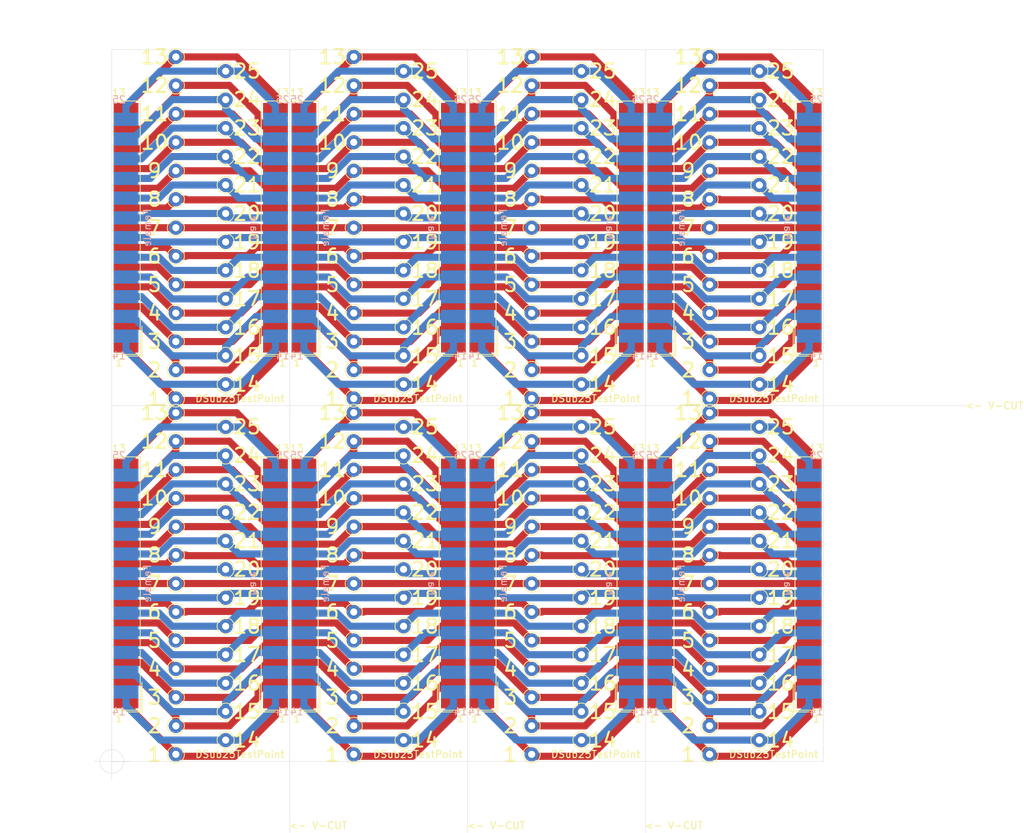
<source format=kicad_pcb>
(kicad_pcb (version 20171130) (host pcbnew "(5.1.5)-3")
  (layers (0 F.Cu signal) (31 B.Cu signal) (34 B.Paste user) (35 F.Paste user) (36 B.SilkS user) (37 F.SilkS user) (38 B.Mask user) (39 F.Mask user) (44 Edge.Cuts user))
  (net 0 "")
  (net 1 P1)
  (net 2 P2)
  (net 3 P3)
  (net 4 P4)
  (net 5 P5)
  (net 6 P6)
  (net 7 P7)
  (net 8 P8)
  (net 9 P9)
  (net 10 P10)
  (net 11 P11)
  (net 12 P12)
  (net 13 P13)
  (net 14 P14)
  (net 15 P15)
  (net 16 P16)
  (net 17 P17)
  (net 18 P18)
  (net 19 P19)
  (net 20 P20)
  (net 21 P21)
  (net 22 P22)
  (net 23 P23)
  (net 24 P24)
  (net 25 P25)
  (module TestPoint:TestPoint_THTPad_D2.0mm_Drill1.0mm (layer F.Cu) (at 121 99)
    (fp_text reference 21 (at 3 0) (layer F.SilkS) (effects (font (size 2 2) (thickness 0.3))))
    (fp_text value TestPoint)
    (pad 1 thru_hole circle (at 0 0) (size 2 2) (drill 1) (layers *.Cu *.Mask) (net 21 P21))
  )
  (module TestPoint:TestPoint_THTPad_D2.0mm_Drill1.0mm (layer F.Cu) (at 114 101)
    (fp_text reference 8 (at -3 0) (layer F.SilkS) (effects (font (size 2 2) (thickness 0.3))))
    (fp_text value TestPoint)
    (pad 1 thru_hole circle (at 0 0) (size 2 2) (drill 1) (layers *.Cu *.Mask) (net 8 P8))
  )
  (module TestPoint:TestPoint_THTPad_D2.0mm_Drill1.0mm (layer F.Cu) (at 121 127)
    (fp_text reference 14 (at 3 0) (layer F.SilkS) (effects (font (size 2 2) (thickness 0.3))))
    (fp_text value TestPoint)
    (pad 1 thru_hole circle (at 0 0) (size 2 2) (drill 1) (layers *.Cu *.Mask) (net 14 P14))
  )
  (module TestPoint:TestPoint_THTPad_D2.0mm_Drill1.0mm (layer F.Cu) (at 121 115)
    (fp_text reference 17 (at 3 0) (layer F.SilkS) (effects (font (size 2 2) (thickness 0.3))))
    (fp_text value TestPoint)
    (pad 1 thru_hole circle (at 0 0) (size 2 2) (drill 1) (layers *.Cu *.Mask) (net 17 P17))
  )
  (module TestPoint:TestPoint_THTPad_D2.0mm_Drill1.0mm (layer F.Cu) (at 121 103)
    (fp_text reference 20 (at 3 0) (layer F.SilkS) (effects (font (size 2 2) (thickness 0.3))))
    (fp_text value TestPoint)
    (pad 1 thru_hole circle (at 0 0) (size 2 2) (drill 1) (layers *.Cu *.Mask) (net 20 P20))
  )
  (module TestPoint:TestPoint_THTPad_D2.0mm_Drill1.0mm (layer F.Cu) (at 121 119)
    (fp_text reference 16 (at 3 0) (layer F.SilkS) (effects (font (size 2 2) (thickness 0.3))))
    (fp_text value TestPoint)
    (pad 1 thru_hole circle (at 0 0) (size 2 2) (drill 1) (layers *.Cu *.Mask) (net 16 P16))
  )
  (module TestPoint:TestPoint_THTPad_D2.0mm_Drill1.0mm (layer F.Cu) (at 114 89)
    (fp_text reference 11 (at -3 0) (layer F.SilkS) (effects (font (size 2 2) (thickness 0.3))))
    (fp_text value TestPoint)
    (pad 1 thru_hole circle (at 0 0) (size 2 2) (drill 1) (layers *.Cu *.Mask) (net 11 P11))
  )
  (module TestPoint:TestPoint_THTPad_D2.0mm_Drill1.0mm (layer F.Cu) (at 121 111)
    (fp_text reference 18 (at 3 0) (layer F.SilkS) (effects (font (size 2 2) (thickness 0.3))))
    (fp_text value TestPoint)
    (pad 1 thru_hole circle (at 0 0) (size 2 2) (drill 1) (layers *.Cu *.Mask) (net 18 P18))
  )
  (module TestPoint:TestPoint_THTPad_D2.0mm_Drill1.0mm (layer F.Cu) (at 121 83)
    (fp_text reference 25 (at 3 0) (layer F.SilkS) (effects (font (size 2 2) (thickness 0.3))))
    (fp_text value TestPoint)
    (pad 1 thru_hole circle (at 0 0) (size 2 2) (drill 1) (layers *.Cu *.Mask) (net 25 P25))
  )
  (module TestPoint:TestPoint_THTPad_D2.0mm_Drill1.0mm (layer F.Cu) (at 114 85)
    (fp_text reference 12 (at -3 0) (layer F.SilkS) (effects (font (size 2 2) (thickness 0.3))))
    (fp_text value TestPoint)
    (pad 1 thru_hole circle (at 0 0) (size 2 2) (drill 1) (layers *.Cu *.Mask) (net 12 P12))
  )
  (module TestPoint:TestPoint_THTPad_D2.0mm_Drill1.0mm (layer F.Cu) (at 114 81)
    (fp_text reference 13 (at -3 0) (layer F.SilkS) (effects (font (size 2 2) (thickness 0.3))))
    (fp_text value TestPoint)
    (pad 1 thru_hole circle (at 0 0) (size 2 2) (drill 1) (layers *.Cu *.Mask) (net 13 P13))
  )
  (module TestPoint:TestPoint_THTPad_D2.0mm_Drill1.0mm (layer F.Cu) (at 121 107)
    (fp_text reference 19 (at 3 0) (layer F.SilkS) (effects (font (size 2 2) (thickness 0.3))))
    (fp_text value TestPoint)
    (pad 1 thru_hole circle (at 0 0) (size 2 2) (drill 1) (layers *.Cu *.Mask) (net 19 P19))
  )
  (module TestPoint:TestPoint_THTPad_D2.0mm_Drill1.0mm (layer F.Cu) (at 121 123)
    (fp_text reference 15 (at 3 0) (layer F.SilkS) (effects (font (size 2 2) (thickness 0.3))))
    (fp_text value TestPoint)
    (pad 1 thru_hole circle (at 0 0) (size 2 2) (drill 1) (layers *.Cu *.Mask) (net 15 P15))
  )
  (module TestPoint:TestPoint_THTPad_D2.0mm_Drill1.0mm (layer F.Cu) (at 114 97)
    (fp_text reference 9 (at -3 0) (layer F.SilkS) (effects (font (size 2 2) (thickness 0.3))))
    (fp_text value TestPoint)
    (pad 1 thru_hole circle (at 0 0) (size 2 2) (drill 1) (layers *.Cu *.Mask) (net 9 P9))
  )
  (module TestPoint:TestPoint_THTPad_D2.0mm_Drill1.0mm (layer F.Cu) (at 114 93)
    (fp_text reference 10 (at -3 0) (layer F.SilkS) (effects (font (size 2 2) (thickness 0.3))))
    (fp_text value TestPoint)
    (pad 1 thru_hole circle (at 0 0) (size 2 2) (drill 1) (layers *.Cu *.Mask) (net 10 P10))
  )
  (module TestPoint:TestPoint_THTPad_D2.0mm_Drill1.0mm (layer F.Cu) (at 121 87)
    (fp_text reference 24 (at 3 0) (layer F.SilkS) (effects (font (size 2 2) (thickness 0.3))))
    (fp_text value TestPoint)
    (pad 1 thru_hole circle (at 0 0) (size 2 2) (drill 1) (layers *.Cu *.Mask) (net 24 P24))
  )
  (module TestPoint:TestPoint_THTPad_D2.0mm_Drill1.0mm (layer F.Cu) (at 121 91)
    (fp_text reference 23 (at 3 0) (layer F.SilkS) (effects (font (size 2 2) (thickness 0.3))))
    (fp_text value TestPoint)
    (pad 1 thru_hole circle (at 0 0) (size 2 2) (drill 1) (layers *.Cu *.Mask) (net 23 P23))
  )
  (module TestPoint:TestPoint_THTPad_D2.0mm_Drill1.0mm (layer F.Cu) (at 121 95)
    (fp_text reference 22 (at 3 0) (layer F.SilkS) (effects (font (size 2 2) (thickness 0.3))))
    (fp_text value TestPoint)
    (pad 1 thru_hole circle (at 0 0) (size 2 2) (drill 1) (layers *.Cu *.Mask) (net 22 P22))
  )
  (module TestPoint:TestPoint_THTPad_D2.0mm_Drill1.0mm (layer F.Cu) (at 121 61)
    (fp_text reference 18 (at 3 0) (layer F.SilkS) (effects (font (size 2 2) (thickness 0.3))))
    (fp_text value TestPoint)
    (pad 1 thru_hole circle (at 0 0) (size 2 2) (drill 1) (layers *.Cu *.Mask) (net 18 P18))
  )
  (module TestPoint:TestPoint_THTPad_D2.0mm_Drill1.0mm (layer F.Cu) (at 114 109)
    (fp_text reference 6 (at -3 0) (layer F.SilkS) (effects (font (size 2 2) (thickness 0.3))))
    (fp_text value TestPoint)
    (pad 1 thru_hole circle (at 0 0) (size 2 2) (drill 1) (layers *.Cu *.Mask) (net 6 P6))
  )
  (module TestPoint:TestPoint_THTPad_D2.0mm_Drill1.0mm (layer F.Cu) (at 121 41)
    (fp_text reference 23 (at 3 0) (layer F.SilkS) (effects (font (size 2 2) (thickness 0.3))))
    (fp_text value TestPoint)
    (pad 1 thru_hole circle (at 0 0) (size 2 2) (drill 1) (layers *.Cu *.Mask) (net 23 P23))
  )
  (module TestPoint:TestPoint_THTPad_D2.0mm_Drill1.0mm (layer F.Cu) (at 114 129)
    (fp_text reference 1 (at -3 0) (layer F.SilkS) (effects (font (size 2 2) (thickness 0.3))))
    (fp_text value TestPoint)
    (pad 1 thru_hole circle (at 0 0) (size 2 2) (drill 1) (layers *.Cu *.Mask) (net 1 P1))
  )
  (module TestPoint:TestPoint_THTPad_D2.0mm_Drill1.0mm (layer F.Cu) (at 114 117)
    (fp_text reference 4 (at -3 0) (layer F.SilkS) (effects (font (size 2 2) (thickness 0.3))))
    (fp_text value TestPoint)
    (pad 1 thru_hole circle (at 0 0) (size 2 2) (drill 1) (layers *.Cu *.Mask) (net 4 P4))
  )
  (module TestPoint:TestPoint_THTPad_D2.0mm_Drill1.0mm (layer F.Cu) (at 121 69)
    (fp_text reference 16 (at 3 0) (layer F.SilkS) (effects (font (size 2 2) (thickness 0.3))))
    (fp_text value TestPoint)
    (pad 1 thru_hole circle (at 0 0) (size 2 2) (drill 1) (layers *.Cu *.Mask) (net 16 P16))
  )
  (module Connector_Dsub:DSUB-25_Male_EdgeMount_P2.77mm (layer F.Cu) (at 128 105 90)
    (fp_text reference J2 hide)
    (fp_text value DB25_Male)
    (pad 1 smd rect (at -16.62 0 90) (size 1.846667 3.48) (layers F.Cu F.Paste F.Mask) (net 1 P1))
    (pad 2 smd rect (at -13.85 0 90) (size 1.846667 3.48) (layers F.Cu F.Paste F.Mask) (net 2 P2))
    (pad 3 smd rect (at -11.08 0 90) (size 1.846667 3.48) (layers F.Cu F.Paste F.Mask) (net 3 P3))
    (pad 4 smd rect (at -8.31 0 90) (size 1.846667 3.48) (layers F.Cu F.Paste F.Mask) (net 4 P4))
    (pad 5 smd rect (at -5.54 0 90) (size 1.846667 3.48) (layers F.Cu F.Paste F.Mask) (net 5 P5))
    (pad 6 smd rect (at -2.77 0 90) (size 1.846667 3.48) (layers F.Cu F.Paste F.Mask) (net 6 P6))
    (pad 7 smd rect (at 0 0 90) (size 1.846667 3.48) (layers F.Cu F.Paste F.Mask) (net 7 P7))
    (pad 8 smd rect (at 2.77 0 90) (size 1.846667 3.48) (layers F.Cu F.Paste F.Mask) (net 8 P8))
    (pad 9 smd rect (at 5.54 0 90) (size 1.846667 3.48) (layers F.Cu F.Paste F.Mask) (net 9 P9))
    (pad 10 smd rect (at 8.31 0 90) (size 1.846667 3.48) (layers F.Cu F.Paste F.Mask) (net 10 P10))
    (pad 11 smd rect (at 11.08 0 90) (size 1.846667 3.48) (layers F.Cu F.Paste F.Mask) (net 11 P11))
    (pad 12 smd rect (at 13.85 0 90) (size 1.846667 3.48) (layers F.Cu F.Paste F.Mask) (net 12 P12))
    (pad 13 smd rect (at 16.62 0 90) (size 1.846667 3.48) (layers F.Cu F.Paste F.Mask) (net 13 P13))
    (pad 14 smd rect (at -15.235 0 90) (size 1.846667 3.48) (layers B.Cu B.Paste B.Mask) (net 14 P14))
    (pad 15 smd rect (at -12.465 0 90) (size 1.846667 3.48) (layers B.Cu B.Paste B.Mask) (net 15 P15))
    (pad 16 smd rect (at -9.695 0 90) (size 1.846667 3.48) (layers B.Cu B.Paste B.Mask) (net 16 P16))
    (pad 17 smd rect (at -6.925 0 90) (size 1.846667 3.48) (layers B.Cu B.Paste B.Mask) (net 17 P17))
    (pad 18 smd rect (at -4.155 0 90) (size 1.846667 3.48) (layers B.Cu B.Paste B.Mask) (net 18 P18))
    (pad 19 smd rect (at -1.385 0 90) (size 1.846667 3.48) (layers B.Cu B.Paste B.Mask) (net 19 P19))
    (pad 20 smd rect (at 1.385 0 90) (size 1.846667 3.48) (layers B.Cu B.Paste B.Mask) (net 20 P20))
    (pad 21 smd rect (at 4.155 0 90) (size 1.846667 3.48) (layers B.Cu B.Paste B.Mask) (net 21 P21))
    (pad 22 smd rect (at 6.925 0 90) (size 1.846667 3.48) (layers B.Cu B.Paste B.Mask) (net 22 P22))
    (pad 23 smd rect (at 9.695 0 90) (size 1.846667 3.48) (layers B.Cu B.Paste B.Mask) (net 23 P23))
    (pad 24 smd rect (at 12.465 0 90) (size 1.846667 3.48) (layers B.Cu B.Paste B.Mask) (net 24 P24))
    (pad 25 smd rect (at 15.235 0 90) (size 1.846667 3.48) (layers B.Cu B.Paste B.Mask) (net 25 P25))
  )
  (module TestPoint:TestPoint_THTPad_D2.0mm_Drill1.0mm (layer F.Cu) (at 114 31)
    (fp_text reference 13 (at -3 0) (layer F.SilkS) (effects (font (size 2 2) (thickness 0.3))))
    (fp_text value TestPoint)
    (pad 1 thru_hole circle (at 0 0) (size 2 2) (drill 1) (layers *.Cu *.Mask) (net 13 P13))
  )
  (module Connector_Dsub:DSUB-25_Female_EdgeMount_P2.77mm (layer F.Cu) (at 107 105 270)
    (fp_text reference J1 hide)
    (fp_text value DB25_Female)
    (pad 1 smd rect (at 16.62 0 270) (size 1.846667 3.48) (layers F.Cu F.Paste F.Mask) (net 1 P1))
    (pad 2 smd rect (at 13.85 0 270) (size 1.846667 3.48) (layers F.Cu F.Paste F.Mask) (net 2 P2))
    (pad 3 smd rect (at 11.08 0 270) (size 1.846667 3.48) (layers F.Cu F.Paste F.Mask) (net 3 P3))
    (pad 4 smd rect (at 8.31 0 270) (size 1.846667 3.48) (layers F.Cu F.Paste F.Mask) (net 4 P4))
    (pad 5 smd rect (at 5.54 0 270) (size 1.846667 3.48) (layers F.Cu F.Paste F.Mask) (net 5 P5))
    (pad 6 smd rect (at 2.77 0 270) (size 1.846667 3.48) (layers F.Cu F.Paste F.Mask) (net 6 P6))
    (pad 7 smd rect (at 0 0 270) (size 1.846667 3.48) (layers F.Cu F.Paste F.Mask) (net 7 P7))
    (pad 8 smd rect (at -2.77 0 270) (size 1.846667 3.48) (layers F.Cu F.Paste F.Mask) (net 8 P8))
    (pad 9 smd rect (at -5.54 0 270) (size 1.846667 3.48) (layers F.Cu F.Paste F.Mask) (net 9 P9))
    (pad 10 smd rect (at -8.31 0 270) (size 1.846667 3.48) (layers F.Cu F.Paste F.Mask) (net 10 P10))
    (pad 11 smd rect (at -11.08 0 270) (size 1.846667 3.48) (layers F.Cu F.Paste F.Mask) (net 11 P11))
    (pad 12 smd rect (at -13.85 0 270) (size 1.846667 3.48) (layers F.Cu F.Paste F.Mask) (net 12 P12))
    (pad 13 smd rect (at -16.62 0 270) (size 1.846667 3.48) (layers F.Cu F.Paste F.Mask) (net 13 P13))
    (pad 14 smd rect (at 15.235 0 270) (size 1.846667 3.48) (layers B.Cu B.Paste B.Mask) (net 14 P14))
    (pad 15 smd rect (at 12.465 0 270) (size 1.846667 3.48) (layers B.Cu B.Paste B.Mask) (net 15 P15))
    (pad 16 smd rect (at 9.695 0 270) (size 1.846667 3.48) (layers B.Cu B.Paste B.Mask) (net 16 P16))
    (pad 17 smd rect (at 6.925 0 270) (size 1.846667 3.48) (layers B.Cu B.Paste B.Mask) (net 17 P17))
    (pad 18 smd rect (at 4.155 0 270) (size 1.846667 3.48) (layers B.Cu B.Paste B.Mask) (net 18 P18))
    (pad 19 smd rect (at 1.385 0 270) (size 1.846667 3.48) (layers B.Cu B.Paste B.Mask) (net 19 P19))
    (pad 20 smd rect (at -1.385 0 270) (size 1.846667 3.48) (layers B.Cu B.Paste B.Mask) (net 20 P20))
    (pad 21 smd rect (at -4.155 0 270) (size 1.846667 3.48) (layers B.Cu B.Paste B.Mask) (net 21 P21))
    (pad 22 smd rect (at -6.925 0 270) (size 1.846667 3.48) (layers B.Cu B.Paste B.Mask) (net 22 P22))
    (pad 23 smd rect (at -9.695 0 270) (size 1.846667 3.48) (layers B.Cu B.Paste B.Mask) (net 23 P23))
    (pad 24 smd rect (at -12.465 0 270) (size 1.846667 3.48) (layers B.Cu B.Paste B.Mask) (net 24 P24))
    (pad 25 smd rect (at -15.235 0 270) (size 1.846667 3.48) (layers B.Cu B.Paste B.Mask) (net 25 P25))
  )
  (module TestPoint:TestPoint_THTPad_D2.0mm_Drill1.0mm (layer F.Cu) (at 114 113)
    (fp_text reference 5 (at -3 0) (layer F.SilkS) (effects (font (size 2 2) (thickness 0.3))))
    (fp_text value TestPoint)
    (pad 1 thru_hole circle (at 0 0) (size 2 2) (drill 1) (layers *.Cu *.Mask) (net 5 P5))
  )
  (module TestPoint:TestPoint_THTPad_D2.0mm_Drill1.0mm (layer F.Cu) (at 114 121)
    (fp_text reference 3 (at -3 0) (layer F.SilkS) (effects (font (size 2 2) (thickness 0.3))))
    (fp_text value TestPoint)
    (pad 1 thru_hole circle (at 0 0) (size 2 2) (drill 1) (layers *.Cu *.Mask) (net 3 P3))
  )
  (module TestPoint:TestPoint_THTPad_D2.0mm_Drill1.0mm (layer F.Cu) (at 121 37)
    (fp_text reference 24 (at 3 0) (layer F.SilkS) (effects (font (size 2 2) (thickness 0.3))))
    (fp_text value TestPoint)
    (pad 1 thru_hole circle (at 0 0) (size 2 2) (drill 1) (layers *.Cu *.Mask) (net 24 P24))
  )
  (module TestPoint:TestPoint_THTPad_D2.0mm_Drill1.0mm (layer F.Cu) (at 121 73)
    (fp_text reference 15 (at 3 0) (layer F.SilkS) (effects (font (size 2 2) (thickness 0.3))))
    (fp_text value TestPoint)
    (pad 1 thru_hole circle (at 0 0) (size 2 2) (drill 1) (layers *.Cu *.Mask) (net 15 P15))
  )
  (module TestPoint:TestPoint_THTPad_D2.0mm_Drill1.0mm (layer F.Cu) (at 121 53)
    (fp_text reference 20 (at 3 0) (layer F.SilkS) (effects (font (size 2 2) (thickness 0.3))))
    (fp_text value TestPoint)
    (pad 1 thru_hole circle (at 0 0) (size 2 2) (drill 1) (layers *.Cu *.Mask) (net 20 P20))
  )
  (module TestPoint:TestPoint_THTPad_D2.0mm_Drill1.0mm (layer F.Cu) (at 121 65)
    (fp_text reference 17 (at 3 0) (layer F.SilkS) (effects (font (size 2 2) (thickness 0.3))))
    (fp_text value TestPoint)
    (pad 1 thru_hole circle (at 0 0) (size 2 2) (drill 1) (layers *.Cu *.Mask) (net 17 P17))
  )
  (module TestPoint:TestPoint_THTPad_D2.0mm_Drill1.0mm (layer F.Cu) (at 114 125)
    (fp_text reference 2 (at -3 0) (layer F.SilkS) (effects (font (size 2 2) (thickness 0.3))))
    (fp_text value TestPoint)
    (pad 1 thru_hole circle (at 0 0) (size 2 2) (drill 1) (layers *.Cu *.Mask) (net 2 P2))
  )
  (module TestPoint:TestPoint_THTPad_D2.0mm_Drill1.0mm (layer F.Cu) (at 114 105)
    (fp_text reference 7 (at -3 0) (layer F.SilkS) (effects (font (size 2 2) (thickness 0.3))))
    (fp_text value TestPoint)
    (pad 1 thru_hole circle (at 0 0) (size 2 2) (drill 1) (layers *.Cu *.Mask) (net 7 P7))
  )
  (module TestPoint:TestPoint_THTPad_D2.0mm_Drill1.0mm (layer F.Cu) (at 114 51)
    (fp_text reference 8 (at -3 0) (layer F.SilkS) (effects (font (size 2 2) (thickness 0.3))))
    (fp_text value TestPoint)
    (pad 1 thru_hole circle (at 0 0) (size 2 2) (drill 1) (layers *.Cu *.Mask) (net 8 P8))
  )
  (module TestPoint:TestPoint_THTPad_D2.0mm_Drill1.0mm (layer F.Cu) (at 114 47)
    (fp_text reference 9 (at -3 0) (layer F.SilkS) (effects (font (size 2 2) (thickness 0.3))))
    (fp_text value TestPoint)
    (pad 1 thru_hole circle (at 0 0) (size 2 2) (drill 1) (layers *.Cu *.Mask) (net 9 P9))
  )
  (module Connector_Dsub:DSUB-25_Male_EdgeMount_P2.77mm (layer F.Cu) (at 128 55 90)
    (fp_text reference J2 hide)
    (fp_text value DB25_Male)
    (pad 1 smd rect (at -16.62 0 90) (size 1.846667 3.48) (layers F.Cu F.Paste F.Mask) (net 1 P1))
    (pad 2 smd rect (at -13.85 0 90) (size 1.846667 3.48) (layers F.Cu F.Paste F.Mask) (net 2 P2))
    (pad 3 smd rect (at -11.08 0 90) (size 1.846667 3.48) (layers F.Cu F.Paste F.Mask) (net 3 P3))
    (pad 4 smd rect (at -8.31 0 90) (size 1.846667 3.48) (layers F.Cu F.Paste F.Mask) (net 4 P4))
    (pad 5 smd rect (at -5.54 0 90) (size 1.846667 3.48) (layers F.Cu F.Paste F.Mask) (net 5 P5))
    (pad 6 smd rect (at -2.77 0 90) (size 1.846667 3.48) (layers F.Cu F.Paste F.Mask) (net 6 P6))
    (pad 7 smd rect (at 0 0 90) (size 1.846667 3.48) (layers F.Cu F.Paste F.Mask) (net 7 P7))
    (pad 8 smd rect (at 2.77 0 90) (size 1.846667 3.48) (layers F.Cu F.Paste F.Mask) (net 8 P8))
    (pad 9 smd rect (at 5.54 0 90) (size 1.846667 3.48) (layers F.Cu F.Paste F.Mask) (net 9 P9))
    (pad 10 smd rect (at 8.31 0 90) (size 1.846667 3.48) (layers F.Cu F.Paste F.Mask) (net 10 P10))
    (pad 11 smd rect (at 11.08 0 90) (size 1.846667 3.48) (layers F.Cu F.Paste F.Mask) (net 11 P11))
    (pad 12 smd rect (at 13.85 0 90) (size 1.846667 3.48) (layers F.Cu F.Paste F.Mask) (net 12 P12))
    (pad 13 smd rect (at 16.62 0 90) (size 1.846667 3.48) (layers F.Cu F.Paste F.Mask) (net 13 P13))
    (pad 14 smd rect (at -15.235 0 90) (size 1.846667 3.48) (layers B.Cu B.Paste B.Mask) (net 14 P14))
    (pad 15 smd rect (at -12.465 0 90) (size 1.846667 3.48) (layers B.Cu B.Paste B.Mask) (net 15 P15))
    (pad 16 smd rect (at -9.695 0 90) (size 1.846667 3.48) (layers B.Cu B.Paste B.Mask) (net 16 P16))
    (pad 17 smd rect (at -6.925 0 90) (size 1.846667 3.48) (layers B.Cu B.Paste B.Mask) (net 17 P17))
    (pad 18 smd rect (at -4.155 0 90) (size 1.846667 3.48) (layers B.Cu B.Paste B.Mask) (net 18 P18))
    (pad 19 smd rect (at -1.385 0 90) (size 1.846667 3.48) (layers B.Cu B.Paste B.Mask) (net 19 P19))
    (pad 20 smd rect (at 1.385 0 90) (size 1.846667 3.48) (layers B.Cu B.Paste B.Mask) (net 20 P20))
    (pad 21 smd rect (at 4.155 0 90) (size 1.846667 3.48) (layers B.Cu B.Paste B.Mask) (net 21 P21))
    (pad 22 smd rect (at 6.925 0 90) (size 1.846667 3.48) (layers B.Cu B.Paste B.Mask) (net 22 P22))
    (pad 23 smd rect (at 9.695 0 90) (size 1.846667 3.48) (layers B.Cu B.Paste B.Mask) (net 23 P23))
    (pad 24 smd rect (at 12.465 0 90) (size 1.846667 3.48) (layers B.Cu B.Paste B.Mask) (net 24 P24))
    (pad 25 smd rect (at 15.235 0 90) (size 1.846667 3.48) (layers B.Cu B.Paste B.Mask) (net 25 P25))
  )
  (module TestPoint:TestPoint_THTPad_D2.0mm_Drill1.0mm (layer F.Cu) (at 121 77)
    (fp_text reference 14 (at 3 0) (layer F.SilkS) (effects (font (size 2 2) (thickness 0.3))))
    (fp_text value TestPoint)
    (pad 1 thru_hole circle (at 0 0) (size 2 2) (drill 1) (layers *.Cu *.Mask) (net 14 P14))
  )
  (module TestPoint:TestPoint_THTPad_D2.0mm_Drill1.0mm (layer F.Cu) (at 114 43)
    (fp_text reference 10 (at -3 0) (layer F.SilkS) (effects (font (size 2 2) (thickness 0.3))))
    (fp_text value TestPoint)
    (pad 1 thru_hole circle (at 0 0) (size 2 2) (drill 1) (layers *.Cu *.Mask) (net 10 P10))
  )
  (module TestPoint:TestPoint_THTPad_D2.0mm_Drill1.0mm (layer F.Cu) (at 114 39)
    (fp_text reference 11 (at -3 0) (layer F.SilkS) (effects (font (size 2 2) (thickness 0.3))))
    (fp_text value TestPoint)
    (pad 1 thru_hole circle (at 0 0) (size 2 2) (drill 1) (layers *.Cu *.Mask) (net 11 P11))
  )
  (module TestPoint:TestPoint_THTPad_D2.0mm_Drill1.0mm (layer F.Cu) (at 121 57)
    (fp_text reference 19 (at 3 0) (layer F.SilkS) (effects (font (size 2 2) (thickness 0.3))))
    (fp_text value TestPoint)
    (pad 1 thru_hole circle (at 0 0) (size 2 2) (drill 1) (layers *.Cu *.Mask) (net 19 P19))
  )
  (module Connector_Dsub:DSUB-25_Female_EdgeMount_P2.77mm (layer F.Cu) (at 107 55 270)
    (fp_text reference J1 hide)
    (fp_text value DB25_Female)
    (pad 1 smd rect (at 16.62 0 270) (size 1.846667 3.48) (layers F.Cu F.Paste F.Mask) (net 1 P1))
    (pad 2 smd rect (at 13.85 0 270) (size 1.846667 3.48) (layers F.Cu F.Paste F.Mask) (net 2 P2))
    (pad 3 smd rect (at 11.08 0 270) (size 1.846667 3.48) (layers F.Cu F.Paste F.Mask) (net 3 P3))
    (pad 4 smd rect (at 8.31 0 270) (size 1.846667 3.48) (layers F.Cu F.Paste F.Mask) (net 4 P4))
    (pad 5 smd rect (at 5.54 0 270) (size 1.846667 3.48) (layers F.Cu F.Paste F.Mask) (net 5 P5))
    (pad 6 smd rect (at 2.77 0 270) (size 1.846667 3.48) (layers F.Cu F.Paste F.Mask) (net 6 P6))
    (pad 7 smd rect (at 0 0 270) (size 1.846667 3.48) (layers F.Cu F.Paste F.Mask) (net 7 P7))
    (pad 8 smd rect (at -2.77 0 270) (size 1.846667 3.48) (layers F.Cu F.Paste F.Mask) (net 8 P8))
    (pad 9 smd rect (at -5.54 0 270) (size 1.846667 3.48) (layers F.Cu F.Paste F.Mask) (net 9 P9))
    (pad 10 smd rect (at -8.31 0 270) (size 1.846667 3.48) (layers F.Cu F.Paste F.Mask) (net 10 P10))
    (pad 11 smd rect (at -11.08 0 270) (size 1.846667 3.48) (layers F.Cu F.Paste F.Mask) (net 11 P11))
    (pad 12 smd rect (at -13.85 0 270) (size 1.846667 3.48) (layers F.Cu F.Paste F.Mask) (net 12 P12))
    (pad 13 smd rect (at -16.62 0 270) (size 1.846667 3.48) (layers F.Cu F.Paste F.Mask) (net 13 P13))
    (pad 14 smd rect (at 15.235 0 270) (size 1.846667 3.48) (layers B.Cu B.Paste B.Mask) (net 14 P14))
    (pad 15 smd rect (at 12.465 0 270) (size 1.846667 3.48) (layers B.Cu B.Paste B.Mask) (net 15 P15))
    (pad 16 smd rect (at 9.695 0 270) (size 1.846667 3.48) (layers B.Cu B.Paste B.Mask) (net 16 P16))
    (pad 17 smd rect (at 6.925 0 270) (size 1.846667 3.48) (layers B.Cu B.Paste B.Mask) (net 17 P17))
    (pad 18 smd rect (at 4.155 0 270) (size 1.846667 3.48) (layers B.Cu B.Paste B.Mask) (net 18 P18))
    (pad 19 smd rect (at 1.385 0 270) (size 1.846667 3.48) (layers B.Cu B.Paste B.Mask) (net 19 P19))
    (pad 20 smd rect (at -1.385 0 270) (size 1.846667 3.48) (layers B.Cu B.Paste B.Mask) (net 20 P20))
    (pad 21 smd rect (at -4.155 0 270) (size 1.846667 3.48) (layers B.Cu B.Paste B.Mask) (net 21 P21))
    (pad 22 smd rect (at -6.925 0 270) (size 1.846667 3.48) (layers B.Cu B.Paste B.Mask) (net 22 P22))
    (pad 23 smd rect (at -9.695 0 270) (size 1.846667 3.48) (layers B.Cu B.Paste B.Mask) (net 23 P23))
    (pad 24 smd rect (at -12.465 0 270) (size 1.846667 3.48) (layers B.Cu B.Paste B.Mask) (net 24 P24))
    (pad 25 smd rect (at -15.235 0 270) (size 1.846667 3.48) (layers B.Cu B.Paste B.Mask) (net 25 P25))
  )
  (module TestPoint:TestPoint_THTPad_D2.0mm_Drill1.0mm (layer F.Cu) (at 114 63)
    (fp_text reference 5 (at -3 0) (layer F.SilkS) (effects (font (size 2 2) (thickness 0.3))))
    (fp_text value TestPoint)
    (pad 1 thru_hole circle (at 0 0) (size 2 2) (drill 1) (layers *.Cu *.Mask) (net 5 P5))
  )
  (module TestPoint:TestPoint_THTPad_D2.0mm_Drill1.0mm (layer F.Cu) (at 121 49)
    (fp_text reference 21 (at 3 0) (layer F.SilkS) (effects (font (size 2 2) (thickness 0.3))))
    (fp_text value TestPoint)
    (pad 1 thru_hole circle (at 0 0) (size 2 2) (drill 1) (layers *.Cu *.Mask) (net 21 P21))
  )
  (module TestPoint:TestPoint_THTPad_D2.0mm_Drill1.0mm (layer F.Cu) (at 114 35)
    (fp_text reference 12 (at -3 0) (layer F.SilkS) (effects (font (size 2 2) (thickness 0.3))))
    (fp_text value TestPoint)
    (pad 1 thru_hole circle (at 0 0) (size 2 2) (drill 1) (layers *.Cu *.Mask) (net 12 P12))
  )
  (module TestPoint:TestPoint_THTPad_D2.0mm_Drill1.0mm (layer F.Cu) (at 114 59)
    (fp_text reference 6 (at -3 0) (layer F.SilkS) (effects (font (size 2 2) (thickness 0.3))))
    (fp_text value TestPoint)
    (pad 1 thru_hole circle (at 0 0) (size 2 2) (drill 1) (layers *.Cu *.Mask) (net 6 P6))
  )
  (module TestPoint:TestPoint_THTPad_D2.0mm_Drill1.0mm (layer F.Cu) (at 114 71)
    (fp_text reference 3 (at -3 0) (layer F.SilkS) (effects (font (size 2 2) (thickness 0.3))))
    (fp_text value TestPoint)
    (pad 1 thru_hole circle (at 0 0) (size 2 2) (drill 1) (layers *.Cu *.Mask) (net 3 P3))
  )
  (module TestPoint:TestPoint_THTPad_D2.0mm_Drill1.0mm (layer F.Cu) (at 114 67)
    (fp_text reference 4 (at -3 0) (layer F.SilkS) (effects (font (size 2 2) (thickness 0.3))))
    (fp_text value TestPoint)
    (pad 1 thru_hole circle (at 0 0) (size 2 2) (drill 1) (layers *.Cu *.Mask) (net 4 P4))
  )
  (module TestPoint:TestPoint_THTPad_D2.0mm_Drill1.0mm (layer F.Cu) (at 121 33)
    (fp_text reference 25 (at 3 0) (layer F.SilkS) (effects (font (size 2 2) (thickness 0.3))))
    (fp_text value TestPoint)
    (pad 1 thru_hole circle (at 0 0) (size 2 2) (drill 1) (layers *.Cu *.Mask) (net 25 P25))
  )
  (module TestPoint:TestPoint_THTPad_D2.0mm_Drill1.0mm (layer F.Cu) (at 121 45)
    (fp_text reference 22 (at 3 0) (layer F.SilkS) (effects (font (size 2 2) (thickness 0.3))))
    (fp_text value TestPoint)
    (pad 1 thru_hole circle (at 0 0) (size 2 2) (drill 1) (layers *.Cu *.Mask) (net 22 P22))
  )
  (module TestPoint:TestPoint_THTPad_D2.0mm_Drill1.0mm (layer F.Cu) (at 114 55)
    (fp_text reference 7 (at -3 0) (layer F.SilkS) (effects (font (size 2 2) (thickness 0.3))))
    (fp_text value TestPoint)
    (pad 1 thru_hole circle (at 0 0) (size 2 2) (drill 1) (layers *.Cu *.Mask) (net 7 P7))
  )
  (module TestPoint:TestPoint_THTPad_D2.0mm_Drill1.0mm (layer F.Cu) (at 114 79)
    (fp_text reference 1 (at -3 0) (layer F.SilkS) (effects (font (size 2 2) (thickness 0.3))))
    (fp_text value TestPoint)
    (pad 1 thru_hole circle (at 0 0) (size 2 2) (drill 1) (layers *.Cu *.Mask) (net 1 P1))
  )
  (module TestPoint:TestPoint_THTPad_D2.0mm_Drill1.0mm (layer F.Cu) (at 114 75)
    (fp_text reference 2 (at -3 0) (layer F.SilkS) (effects (font (size 2 2) (thickness 0.3))))
    (fp_text value TestPoint)
    (pad 1 thru_hole circle (at 0 0) (size 2 2) (drill 1) (layers *.Cu *.Mask) (net 2 P2))
  )
  (module TestPoint:TestPoint_THTPad_D2.0mm_Drill1.0mm (layer F.Cu) (at 96 99)
    (fp_text reference 21 (at 3 0) (layer F.SilkS) (effects (font (size 2 2) (thickness 0.3))))
    (fp_text value TestPoint)
    (pad 1 thru_hole circle (at 0 0) (size 2 2) (drill 1) (layers *.Cu *.Mask) (net 21 P21))
  )
  (module TestPoint:TestPoint_THTPad_D2.0mm_Drill1.0mm (layer F.Cu) (at 96 111)
    (fp_text reference 18 (at 3 0) (layer F.SilkS) (effects (font (size 2 2) (thickness 0.3))))
    (fp_text value TestPoint)
    (pad 1 thru_hole circle (at 0 0) (size 2 2) (drill 1) (layers *.Cu *.Mask) (net 18 P18))
  )
  (module TestPoint:TestPoint_THTPad_D2.0mm_Drill1.0mm (layer F.Cu) (at 89 89)
    (fp_text reference 11 (at -3 0) (layer F.SilkS) (effects (font (size 2 2) (thickness 0.3))))
    (fp_text value TestPoint)
    (pad 1 thru_hole circle (at 0 0) (size 2 2) (drill 1) (layers *.Cu *.Mask) (net 11 P11))
  )
  (module TestPoint:TestPoint_THTPad_D2.0mm_Drill1.0mm (layer F.Cu) (at 96 83)
    (fp_text reference 25 (at 3 0) (layer F.SilkS) (effects (font (size 2 2) (thickness 0.3))))
    (fp_text value TestPoint)
    (pad 1 thru_hole circle (at 0 0) (size 2 2) (drill 1) (layers *.Cu *.Mask) (net 25 P25))
  )
  (module TestPoint:TestPoint_THTPad_D2.0mm_Drill1.0mm (layer F.Cu) (at 96 87)
    (fp_text reference 24 (at 3 0) (layer F.SilkS) (effects (font (size 2 2) (thickness 0.3))))
    (fp_text value TestPoint)
    (pad 1 thru_hole circle (at 0 0) (size 2 2) (drill 1) (layers *.Cu *.Mask) (net 24 P24))
  )
  (module TestPoint:TestPoint_THTPad_D2.0mm_Drill1.0mm (layer F.Cu) (at 96 115)
    (fp_text reference 17 (at 3 0) (layer F.SilkS) (effects (font (size 2 2) (thickness 0.3))))
    (fp_text value TestPoint)
    (pad 1 thru_hole circle (at 0 0) (size 2 2) (drill 1) (layers *.Cu *.Mask) (net 17 P17))
  )
  (module TestPoint:TestPoint_THTPad_D2.0mm_Drill1.0mm (layer F.Cu) (at 96 91)
    (fp_text reference 23 (at 3 0) (layer F.SilkS) (effects (font (size 2 2) (thickness 0.3))))
    (fp_text value TestPoint)
    (pad 1 thru_hole circle (at 0 0) (size 2 2) (drill 1) (layers *.Cu *.Mask) (net 23 P23))
  )
  (module TestPoint:TestPoint_THTPad_D2.0mm_Drill1.0mm (layer F.Cu) (at 96 95)
    (fp_text reference 22 (at 3 0) (layer F.SilkS) (effects (font (size 2 2) (thickness 0.3))))
    (fp_text value TestPoint)
    (pad 1 thru_hole circle (at 0 0) (size 2 2) (drill 1) (layers *.Cu *.Mask) (net 22 P22))
  )
  (module TestPoint:TestPoint_THTPad_D2.0mm_Drill1.0mm (layer F.Cu) (at 96 103)
    (fp_text reference 20 (at 3 0) (layer F.SilkS) (effects (font (size 2 2) (thickness 0.3))))
    (fp_text value TestPoint)
    (pad 1 thru_hole circle (at 0 0) (size 2 2) (drill 1) (layers *.Cu *.Mask) (net 20 P20))
  )
  (module TestPoint:TestPoint_THTPad_D2.0mm_Drill1.0mm (layer F.Cu) (at 96 107)
    (fp_text reference 19 (at 3 0) (layer F.SilkS) (effects (font (size 2 2) (thickness 0.3))))
    (fp_text value TestPoint)
    (pad 1 thru_hole circle (at 0 0) (size 2 2) (drill 1) (layers *.Cu *.Mask) (net 19 P19))
  )
  (module TestPoint:TestPoint_THTPad_D2.0mm_Drill1.0mm (layer F.Cu) (at 89 85)
    (fp_text reference 12 (at -3 0) (layer F.SilkS) (effects (font (size 2 2) (thickness 0.3))))
    (fp_text value TestPoint)
    (pad 1 thru_hole circle (at 0 0) (size 2 2) (drill 1) (layers *.Cu *.Mask) (net 12 P12))
  )
  (module TestPoint:TestPoint_THTPad_D2.0mm_Drill1.0mm (layer F.Cu) (at 89 93)
    (fp_text reference 10 (at -3 0) (layer F.SilkS) (effects (font (size 2 2) (thickness 0.3))))
    (fp_text value TestPoint)
    (pad 1 thru_hole circle (at 0 0) (size 2 2) (drill 1) (layers *.Cu *.Mask) (net 10 P10))
  )
  (module TestPoint:TestPoint_THTPad_D2.0mm_Drill1.0mm (layer F.Cu) (at 96 127)
    (fp_text reference 14 (at 3 0) (layer F.SilkS) (effects (font (size 2 2) (thickness 0.3))))
    (fp_text value TestPoint)
    (pad 1 thru_hole circle (at 0 0) (size 2 2) (drill 1) (layers *.Cu *.Mask) (net 14 P14))
  )
  (module TestPoint:TestPoint_THTPad_D2.0mm_Drill1.0mm (layer F.Cu) (at 96 119)
    (fp_text reference 16 (at 3 0) (layer F.SilkS) (effects (font (size 2 2) (thickness 0.3))))
    (fp_text value TestPoint)
    (pad 1 thru_hole circle (at 0 0) (size 2 2) (drill 1) (layers *.Cu *.Mask) (net 16 P16))
  )
  (module TestPoint:TestPoint_THTPad_D2.0mm_Drill1.0mm (layer F.Cu) (at 96 123)
    (fp_text reference 15 (at 3 0) (layer F.SilkS) (effects (font (size 2 2) (thickness 0.3))))
    (fp_text value TestPoint)
    (pad 1 thru_hole circle (at 0 0) (size 2 2) (drill 1) (layers *.Cu *.Mask) (net 15 P15))
  )
  (module TestPoint:TestPoint_THTPad_D2.0mm_Drill1.0mm (layer F.Cu) (at 89 81)
    (fp_text reference 13 (at -3 0) (layer F.SilkS) (effects (font (size 2 2) (thickness 0.3))))
    (fp_text value TestPoint)
    (pad 1 thru_hole circle (at 0 0) (size 2 2) (drill 1) (layers *.Cu *.Mask) (net 13 P13))
  )
  (module TestPoint:TestPoint_THTPad_D2.0mm_Drill1.0mm (layer F.Cu) (at 89 97)
    (fp_text reference 9 (at -3 0) (layer F.SilkS) (effects (font (size 2 2) (thickness 0.3))))
    (fp_text value TestPoint)
    (pad 1 thru_hole circle (at 0 0) (size 2 2) (drill 1) (layers *.Cu *.Mask) (net 9 P9))
  )
  (module TestPoint:TestPoint_THTPad_D2.0mm_Drill1.0mm (layer F.Cu) (at 89 101)
    (fp_text reference 8 (at -3 0) (layer F.SilkS) (effects (font (size 2 2) (thickness 0.3))))
    (fp_text value TestPoint)
    (pad 1 thru_hole circle (at 0 0) (size 2 2) (drill 1) (layers *.Cu *.Mask) (net 8 P8))
  )
  (module Connector_Dsub:DSUB-25_Female_EdgeMount_P2.77mm (layer F.Cu) (at 82 105 270)
    (fp_text reference J1 hide)
    (fp_text value DB25_Female)
    (pad 25 smd rect (at -15.235 0 270) (size 1.846667 3.48) (layers B.Cu B.Paste B.Mask) (net 25 P25))
    (pad 24 smd rect (at -12.465 0 270) (size 1.846667 3.48) (layers B.Cu B.Paste B.Mask) (net 24 P24))
    (pad 23 smd rect (at -9.695 0 270) (size 1.846667 3.48) (layers B.Cu B.Paste B.Mask) (net 23 P23))
    (pad 22 smd rect (at -6.925 0 270) (size 1.846667 3.48) (layers B.Cu B.Paste B.Mask) (net 22 P22))
    (pad 21 smd rect (at -4.155 0 270) (size 1.846667 3.48) (layers B.Cu B.Paste B.Mask) (net 21 P21))
    (pad 20 smd rect (at -1.385 0 270) (size 1.846667 3.48) (layers B.Cu B.Paste B.Mask) (net 20 P20))
    (pad 19 smd rect (at 1.385 0 270) (size 1.846667 3.48) (layers B.Cu B.Paste B.Mask) (net 19 P19))
    (pad 18 smd rect (at 4.155 0 270) (size 1.846667 3.48) (layers B.Cu B.Paste B.Mask) (net 18 P18))
    (pad 17 smd rect (at 6.925 0 270) (size 1.846667 3.48) (layers B.Cu B.Paste B.Mask) (net 17 P17))
    (pad 16 smd rect (at 9.695 0 270) (size 1.846667 3.48) (layers B.Cu B.Paste B.Mask) (net 16 P16))
    (pad 15 smd rect (at 12.465 0 270) (size 1.846667 3.48) (layers B.Cu B.Paste B.Mask) (net 15 P15))
    (pad 14 smd rect (at 15.235 0 270) (size 1.846667 3.48) (layers B.Cu B.Paste B.Mask) (net 14 P14))
    (pad 13 smd rect (at -16.62 0 270) (size 1.846667 3.48) (layers F.Cu F.Paste F.Mask) (net 13 P13))
    (pad 12 smd rect (at -13.85 0 270) (size 1.846667 3.48) (layers F.Cu F.Paste F.Mask) (net 12 P12))
    (pad 11 smd rect (at -11.08 0 270) (size 1.846667 3.48) (layers F.Cu F.Paste F.Mask) (net 11 P11))
    (pad 10 smd rect (at -8.31 0 270) (size 1.846667 3.48) (layers F.Cu F.Paste F.Mask) (net 10 P10))
    (pad 9 smd rect (at -5.54 0 270) (size 1.846667 3.48) (layers F.Cu F.Paste F.Mask) (net 9 P9))
    (pad 8 smd rect (at -2.77 0 270) (size 1.846667 3.48) (layers F.Cu F.Paste F.Mask) (net 8 P8))
    (pad 7 smd rect (at 0 0 270) (size 1.846667 3.48) (layers F.Cu F.Paste F.Mask) (net 7 P7))
    (pad 6 smd rect (at 2.77 0 270) (size 1.846667 3.48) (layers F.Cu F.Paste F.Mask) (net 6 P6))
    (pad 5 smd rect (at 5.54 0 270) (size 1.846667 3.48) (layers F.Cu F.Paste F.Mask) (net 5 P5))
    (pad 4 smd rect (at 8.31 0 270) (size 1.846667 3.48) (layers F.Cu F.Paste F.Mask) (net 4 P4))
    (pad 3 smd rect (at 11.08 0 270) (size 1.846667 3.48) (layers F.Cu F.Paste F.Mask) (net 3 P3))
    (pad 2 smd rect (at 13.85 0 270) (size 1.846667 3.48) (layers F.Cu F.Paste F.Mask) (net 2 P2))
    (pad 1 smd rect (at 16.62 0 270) (size 1.846667 3.48) (layers F.Cu F.Paste F.Mask) (net 1 P1))
  )
  (module TestPoint:TestPoint_THTPad_D2.0mm_Drill1.0mm (layer F.Cu) (at 89 113)
    (fp_text reference 5 (at -3 0) (layer F.SilkS) (effects (font (size 2 2) (thickness 0.3))))
    (fp_text value TestPoint)
    (pad 1 thru_hole circle (at 0 0) (size 2 2) (drill 1) (layers *.Cu *.Mask) (net 5 P5))
  )
  (module TestPoint:TestPoint_THTPad_D2.0mm_Drill1.0mm (layer F.Cu) (at 89 125)
    (fp_text reference 2 (at -3 0) (layer F.SilkS) (effects (font (size 2 2) (thickness 0.3))))
    (fp_text value TestPoint)
    (pad 1 thru_hole circle (at 0 0) (size 2 2) (drill 1) (layers *.Cu *.Mask) (net 2 P2))
  )
  (module TestPoint:TestPoint_THTPad_D2.0mm_Drill1.0mm (layer F.Cu) (at 89 129)
    (fp_text reference 1 (at -3 0) (layer F.SilkS) (effects (font (size 2 2) (thickness 0.3))))
    (fp_text value TestPoint)
    (pad 1 thru_hole circle (at 0 0) (size 2 2) (drill 1) (layers *.Cu *.Mask) (net 1 P1))
  )
  (module TestPoint:TestPoint_THTPad_D2.0mm_Drill1.0mm (layer F.Cu) (at 89 105)
    (fp_text reference 7 (at -3 0) (layer F.SilkS) (effects (font (size 2 2) (thickness 0.3))))
    (fp_text value TestPoint)
    (pad 1 thru_hole circle (at 0 0) (size 2 2) (drill 1) (layers *.Cu *.Mask) (net 7 P7))
  )
  (module TestPoint:TestPoint_THTPad_D2.0mm_Drill1.0mm (layer F.Cu) (at 89 109)
    (fp_text reference 6 (at -3 0) (layer F.SilkS) (effects (font (size 2 2) (thickness 0.3))))
    (fp_text value TestPoint)
    (pad 1 thru_hole circle (at 0 0) (size 2 2) (drill 1) (layers *.Cu *.Mask) (net 6 P6))
  )
  (module TestPoint:TestPoint_THTPad_D2.0mm_Drill1.0mm (layer F.Cu) (at 89 121)
    (fp_text reference 3 (at -3 0) (layer F.SilkS) (effects (font (size 2 2) (thickness 0.3))))
    (fp_text value TestPoint)
    (pad 1 thru_hole circle (at 0 0) (size 2 2) (drill 1) (layers *.Cu *.Mask) (net 3 P3))
  )
  (module TestPoint:TestPoint_THTPad_D2.0mm_Drill1.0mm (layer F.Cu) (at 89 117)
    (fp_text reference 4 (at -3 0) (layer F.SilkS) (effects (font (size 2 2) (thickness 0.3))))
    (fp_text value TestPoint)
    (pad 1 thru_hole circle (at 0 0) (size 2 2) (drill 1) (layers *.Cu *.Mask) (net 4 P4))
  )
  (module Connector_Dsub:DSUB-25_Male_EdgeMount_P2.77mm (layer F.Cu) (at 103 105 90)
    (fp_text reference J2 hide)
    (fp_text value DB25_Male)
    (pad 25 smd rect (at 15.235 0 90) (size 1.846667 3.48) (layers B.Cu B.Paste B.Mask) (net 25 P25))
    (pad 24 smd rect (at 12.465 0 90) (size 1.846667 3.48) (layers B.Cu B.Paste B.Mask) (net 24 P24))
    (pad 23 smd rect (at 9.695 0 90) (size 1.846667 3.48) (layers B.Cu B.Paste B.Mask) (net 23 P23))
    (pad 22 smd rect (at 6.925 0 90) (size 1.846667 3.48) (layers B.Cu B.Paste B.Mask) (net 22 P22))
    (pad 21 smd rect (at 4.155 0 90) (size 1.846667 3.48) (layers B.Cu B.Paste B.Mask) (net 21 P21))
    (pad 20 smd rect (at 1.385 0 90) (size 1.846667 3.48) (layers B.Cu B.Paste B.Mask) (net 20 P20))
    (pad 19 smd rect (at -1.385 0 90) (size 1.846667 3.48) (layers B.Cu B.Paste B.Mask) (net 19 P19))
    (pad 18 smd rect (at -4.155 0 90) (size 1.846667 3.48) (layers B.Cu B.Paste B.Mask) (net 18 P18))
    (pad 17 smd rect (at -6.925 0 90) (size 1.846667 3.48) (layers B.Cu B.Paste B.Mask) (net 17 P17))
    (pad 16 smd rect (at -9.695 0 90) (size 1.846667 3.48) (layers B.Cu B.Paste B.Mask) (net 16 P16))
    (pad 15 smd rect (at -12.465 0 90) (size 1.846667 3.48) (layers B.Cu B.Paste B.Mask) (net 15 P15))
    (pad 14 smd rect (at -15.235 0 90) (size 1.846667 3.48) (layers B.Cu B.Paste B.Mask) (net 14 P14))
    (pad 13 smd rect (at 16.62 0 90) (size 1.846667 3.48) (layers F.Cu F.Paste F.Mask) (net 13 P13))
    (pad 12 smd rect (at 13.85 0 90) (size 1.846667 3.48) (layers F.Cu F.Paste F.Mask) (net 12 P12))
    (pad 11 smd rect (at 11.08 0 90) (size 1.846667 3.48) (layers F.Cu F.Paste F.Mask) (net 11 P11))
    (pad 10 smd rect (at 8.31 0 90) (size 1.846667 3.48) (layers F.Cu F.Paste F.Mask) (net 10 P10))
    (pad 9 smd rect (at 5.54 0 90) (size 1.846667 3.48) (layers F.Cu F.Paste F.Mask) (net 9 P9))
    (pad 8 smd rect (at 2.77 0 90) (size 1.846667 3.48) (layers F.Cu F.Paste F.Mask) (net 8 P8))
    (pad 7 smd rect (at 0 0 90) (size 1.846667 3.48) (layers F.Cu F.Paste F.Mask) (net 7 P7))
    (pad 6 smd rect (at -2.77 0 90) (size 1.846667 3.48) (layers F.Cu F.Paste F.Mask) (net 6 P6))
    (pad 5 smd rect (at -5.54 0 90) (size 1.846667 3.48) (layers F.Cu F.Paste F.Mask) (net 5 P5))
    (pad 4 smd rect (at -8.31 0 90) (size 1.846667 3.48) (layers F.Cu F.Paste F.Mask) (net 4 P4))
    (pad 3 smd rect (at -11.08 0 90) (size 1.846667 3.48) (layers F.Cu F.Paste F.Mask) (net 3 P3))
    (pad 2 smd rect (at -13.85 0 90) (size 1.846667 3.48) (layers F.Cu F.Paste F.Mask) (net 2 P2))
    (pad 1 smd rect (at -16.62 0 90) (size 1.846667 3.48) (layers F.Cu F.Paste F.Mask) (net 1 P1))
  )
  (module TestPoint:TestPoint_THTPad_D2.0mm_Drill1.0mm (layer F.Cu) (at 96 69)
    (fp_text reference 16 (at 3 0) (layer F.SilkS) (effects (font (size 2 2) (thickness 0.3))))
    (fp_text value TestPoint)
    (pad 1 thru_hole circle (at 0 0) (size 2 2) (drill 1) (layers *.Cu *.Mask) (net 16 P16))
  )
  (module TestPoint:TestPoint_THTPad_D2.0mm_Drill1.0mm (layer F.Cu) (at 96 37)
    (fp_text reference 24 (at 3 0) (layer F.SilkS) (effects (font (size 2 2) (thickness 0.3))))
    (fp_text value TestPoint)
    (pad 1 thru_hole circle (at 0 0) (size 2 2) (drill 1) (layers *.Cu *.Mask) (net 24 P24))
  )
  (module TestPoint:TestPoint_THTPad_D2.0mm_Drill1.0mm (layer F.Cu) (at 96 65)
    (fp_text reference 17 (at 3 0) (layer F.SilkS) (effects (font (size 2 2) (thickness 0.3))))
    (fp_text value TestPoint)
    (pad 1 thru_hole circle (at 0 0) (size 2 2) (drill 1) (layers *.Cu *.Mask) (net 17 P17))
  )
  (module TestPoint:TestPoint_THTPad_D2.0mm_Drill1.0mm (layer F.Cu) (at 96 41)
    (fp_text reference 23 (at 3 0) (layer F.SilkS) (effects (font (size 2 2) (thickness 0.3))))
    (fp_text value TestPoint)
    (pad 1 thru_hole circle (at 0 0) (size 2 2) (drill 1) (layers *.Cu *.Mask) (net 23 P23))
  )
  (module TestPoint:TestPoint_THTPad_D2.0mm_Drill1.0mm (layer F.Cu) (at 96 73)
    (fp_text reference 15 (at 3 0) (layer F.SilkS) (effects (font (size 2 2) (thickness 0.3))))
    (fp_text value TestPoint)
    (pad 1 thru_hole circle (at 0 0) (size 2 2) (drill 1) (layers *.Cu *.Mask) (net 15 P15))
  )
  (module TestPoint:TestPoint_THTPad_D2.0mm_Drill1.0mm (layer F.Cu) (at 96 61)
    (fp_text reference 18 (at 3 0) (layer F.SilkS) (effects (font (size 2 2) (thickness 0.3))))
    (fp_text value TestPoint)
    (pad 1 thru_hole circle (at 0 0) (size 2 2) (drill 1) (layers *.Cu *.Mask) (net 18 P18))
  )
  (module TestPoint:TestPoint_THTPad_D2.0mm_Drill1.0mm (layer F.Cu) (at 96 53)
    (fp_text reference 20 (at 3 0) (layer F.SilkS) (effects (font (size 2 2) (thickness 0.3))))
    (fp_text value TestPoint)
    (pad 1 thru_hole circle (at 0 0) (size 2 2) (drill 1) (layers *.Cu *.Mask) (net 20 P20))
  )
  (module TestPoint:TestPoint_THTPad_D2.0mm_Drill1.0mm (layer F.Cu) (at 89 31)
    (fp_text reference 13 (at -3 0) (layer F.SilkS) (effects (font (size 2 2) (thickness 0.3))))
    (fp_text value TestPoint)
    (pad 1 thru_hole circle (at 0 0) (size 2 2) (drill 1) (layers *.Cu *.Mask) (net 13 P13))
  )
  (module TestPoint:TestPoint_THTPad_D2.0mm_Drill1.0mm (layer F.Cu) (at 89 51)
    (fp_text reference 8 (at -3 0) (layer F.SilkS) (effects (font (size 2 2) (thickness 0.3))))
    (fp_text value TestPoint)
    (pad 1 thru_hole circle (at 0 0) (size 2 2) (drill 1) (layers *.Cu *.Mask) (net 8 P8))
  )
  (module TestPoint:TestPoint_THTPad_D2.0mm_Drill1.0mm (layer F.Cu) (at 96 45)
    (fp_text reference 22 (at 3 0) (layer F.SilkS) (effects (font (size 2 2) (thickness 0.3))))
    (fp_text value TestPoint)
    (pad 1 thru_hole circle (at 0 0) (size 2 2) (drill 1) (layers *.Cu *.Mask) (net 22 P22))
  )
  (module TestPoint:TestPoint_THTPad_D2.0mm_Drill1.0mm (layer F.Cu) (at 89 43)
    (fp_text reference 10 (at -3 0) (layer F.SilkS) (effects (font (size 2 2) (thickness 0.3))))
    (fp_text value TestPoint)
    (pad 1 thru_hole circle (at 0 0) (size 2 2) (drill 1) (layers *.Cu *.Mask) (net 10 P10))
  )
  (module TestPoint:TestPoint_THTPad_D2.0mm_Drill1.0mm (layer F.Cu) (at 96 49)
    (fp_text reference 21 (at 3 0) (layer F.SilkS) (effects (font (size 2 2) (thickness 0.3))))
    (fp_text value TestPoint)
    (pad 1 thru_hole circle (at 0 0) (size 2 2) (drill 1) (layers *.Cu *.Mask) (net 21 P21))
  )
  (module TestPoint:TestPoint_THTPad_D2.0mm_Drill1.0mm (layer F.Cu) (at 89 39)
    (fp_text reference 11 (at -3 0) (layer F.SilkS) (effects (font (size 2 2) (thickness 0.3))))
    (fp_text value TestPoint)
    (pad 1 thru_hole circle (at 0 0) (size 2 2) (drill 1) (layers *.Cu *.Mask) (net 11 P11))
  )
  (module TestPoint:TestPoint_THTPad_D2.0mm_Drill1.0mm (layer F.Cu) (at 89 35)
    (fp_text reference 12 (at -3 0) (layer F.SilkS) (effects (font (size 2 2) (thickness 0.3))))
    (fp_text value TestPoint)
    (pad 1 thru_hole circle (at 0 0) (size 2 2) (drill 1) (layers *.Cu *.Mask) (net 12 P12))
  )
  (module TestPoint:TestPoint_THTPad_D2.0mm_Drill1.0mm (layer F.Cu) (at 89 47)
    (fp_text reference 9 (at -3 0) (layer F.SilkS) (effects (font (size 2 2) (thickness 0.3))))
    (fp_text value TestPoint)
    (pad 1 thru_hole circle (at 0 0) (size 2 2) (drill 1) (layers *.Cu *.Mask) (net 9 P9))
  )
  (module TestPoint:TestPoint_THTPad_D2.0mm_Drill1.0mm (layer F.Cu) (at 96 57)
    (fp_text reference 19 (at 3 0) (layer F.SilkS) (effects (font (size 2 2) (thickness 0.3))))
    (fp_text value TestPoint)
    (pad 1 thru_hole circle (at 0 0) (size 2 2) (drill 1) (layers *.Cu *.Mask) (net 19 P19))
  )
  (module TestPoint:TestPoint_THTPad_D2.0mm_Drill1.0mm (layer F.Cu) (at 96 33)
    (fp_text reference 25 (at 3 0) (layer F.SilkS) (effects (font (size 2 2) (thickness 0.3))))
    (fp_text value TestPoint)
    (pad 1 thru_hole circle (at 0 0) (size 2 2) (drill 1) (layers *.Cu *.Mask) (net 25 P25))
  )
  (module TestPoint:TestPoint_THTPad_D2.0mm_Drill1.0mm (layer F.Cu) (at 96 77)
    (fp_text reference 14 (at 3 0) (layer F.SilkS) (effects (font (size 2 2) (thickness 0.3))))
    (fp_text value TestPoint)
    (pad 1 thru_hole circle (at 0 0) (size 2 2) (drill 1) (layers *.Cu *.Mask) (net 14 P14))
  )
  (module TestPoint:TestPoint_THTPad_D2.0mm_Drill1.0mm (layer F.Cu) (at 89 55)
    (fp_text reference 7 (at -3 0) (layer F.SilkS) (effects (font (size 2 2) (thickness 0.3))))
    (fp_text value TestPoint)
    (pad 1 thru_hole circle (at 0 0) (size 2 2) (drill 1) (layers *.Cu *.Mask) (net 7 P7))
  )
  (module Connector_Dsub:DSUB-25_Female_EdgeMount_P2.77mm (layer F.Cu) (at 82 55 270)
    (fp_text reference J1 hide)
    (fp_text value DB25_Female)
    (pad 25 smd rect (at -15.235 0 270) (size 1.846667 3.48) (layers B.Cu B.Paste B.Mask) (net 25 P25))
    (pad 24 smd rect (at -12.465 0 270) (size 1.846667 3.48) (layers B.Cu B.Paste B.Mask) (net 24 P24))
    (pad 23 smd rect (at -9.695 0 270) (size 1.846667 3.48) (layers B.Cu B.Paste B.Mask) (net 23 P23))
    (pad 22 smd rect (at -6.925 0 270) (size 1.846667 3.48) (layers B.Cu B.Paste B.Mask) (net 22 P22))
    (pad 21 smd rect (at -4.155 0 270) (size 1.846667 3.48) (layers B.Cu B.Paste B.Mask) (net 21 P21))
    (pad 20 smd rect (at -1.385 0 270) (size 1.846667 3.48) (layers B.Cu B.Paste B.Mask) (net 20 P20))
    (pad 19 smd rect (at 1.385 0 270) (size 1.846667 3.48) (layers B.Cu B.Paste B.Mask) (net 19 P19))
    (pad 18 smd rect (at 4.155 0 270) (size 1.846667 3.48) (layers B.Cu B.Paste B.Mask) (net 18 P18))
    (pad 17 smd rect (at 6.925 0 270) (size 1.846667 3.48) (layers B.Cu B.Paste B.Mask) (net 17 P17))
    (pad 16 smd rect (at 9.695 0 270) (size 1.846667 3.48) (layers B.Cu B.Paste B.Mask) (net 16 P16))
    (pad 15 smd rect (at 12.465 0 270) (size 1.846667 3.48) (layers B.Cu B.Paste B.Mask) (net 15 P15))
    (pad 14 smd rect (at 15.235 0 270) (size 1.846667 3.48) (layers B.Cu B.Paste B.Mask) (net 14 P14))
    (pad 13 smd rect (at -16.62 0 270) (size 1.846667 3.48) (layers F.Cu F.Paste F.Mask) (net 13 P13))
    (pad 12 smd rect (at -13.85 0 270) (size 1.846667 3.48) (layers F.Cu F.Paste F.Mask) (net 12 P12))
    (pad 11 smd rect (at -11.08 0 270) (size 1.846667 3.48) (layers F.Cu F.Paste F.Mask) (net 11 P11))
    (pad 10 smd rect (at -8.31 0 270) (size 1.846667 3.48) (layers F.Cu F.Paste F.Mask) (net 10 P10))
    (pad 9 smd rect (at -5.54 0 270) (size 1.846667 3.48) (layers F.Cu F.Paste F.Mask) (net 9 P9))
    (pad 8 smd rect (at -2.77 0 270) (size 1.846667 3.48) (layers F.Cu F.Paste F.Mask) (net 8 P8))
    (pad 7 smd rect (at 0 0 270) (size 1.846667 3.48) (layers F.Cu F.Paste F.Mask) (net 7 P7))
    (pad 6 smd rect (at 2.77 0 270) (size 1.846667 3.48) (layers F.Cu F.Paste F.Mask) (net 6 P6))
    (pad 5 smd rect (at 5.54 0 270) (size 1.846667 3.48) (layers F.Cu F.Paste F.Mask) (net 5 P5))
    (pad 4 smd rect (at 8.31 0 270) (size 1.846667 3.48) (layers F.Cu F.Paste F.Mask) (net 4 P4))
    (pad 3 smd rect (at 11.08 0 270) (size 1.846667 3.48) (layers F.Cu F.Paste F.Mask) (net 3 P3))
    (pad 2 smd rect (at 13.85 0 270) (size 1.846667 3.48) (layers F.Cu F.Paste F.Mask) (net 2 P2))
    (pad 1 smd rect (at 16.62 0 270) (size 1.846667 3.48) (layers F.Cu F.Paste F.Mask) (net 1 P1))
  )
  (module TestPoint:TestPoint_THTPad_D2.0mm_Drill1.0mm (layer F.Cu) (at 89 59)
    (fp_text reference 6 (at -3 0) (layer F.SilkS) (effects (font (size 2 2) (thickness 0.3))))
    (fp_text value TestPoint)
    (pad 1 thru_hole circle (at 0 0) (size 2 2) (drill 1) (layers *.Cu *.Mask) (net 6 P6))
  )
  (module TestPoint:TestPoint_THTPad_D2.0mm_Drill1.0mm (layer F.Cu) (at 89 63)
    (fp_text reference 5 (at -3 0) (layer F.SilkS) (effects (font (size 2 2) (thickness 0.3))))
    (fp_text value TestPoint)
    (pad 1 thru_hole circle (at 0 0) (size 2 2) (drill 1) (layers *.Cu *.Mask) (net 5 P5))
  )
  (module TestPoint:TestPoint_THTPad_D2.0mm_Drill1.0mm (layer F.Cu) (at 89 75)
    (fp_text reference 2 (at -3 0) (layer F.SilkS) (effects (font (size 2 2) (thickness 0.3))))
    (fp_text value TestPoint)
    (pad 1 thru_hole circle (at 0 0) (size 2 2) (drill 1) (layers *.Cu *.Mask) (net 2 P2))
  )
  (module TestPoint:TestPoint_THTPad_D2.0mm_Drill1.0mm (layer F.Cu) (at 89 71)
    (fp_text reference 3 (at -3 0) (layer F.SilkS) (effects (font (size 2 2) (thickness 0.3))))
    (fp_text value TestPoint)
    (pad 1 thru_hole circle (at 0 0) (size 2 2) (drill 1) (layers *.Cu *.Mask) (net 3 P3))
  )
  (module TestPoint:TestPoint_THTPad_D2.0mm_Drill1.0mm (layer F.Cu) (at 89 79)
    (fp_text reference 1 (at -3 0) (layer F.SilkS) (effects (font (size 2 2) (thickness 0.3))))
    (fp_text value TestPoint)
    (pad 1 thru_hole circle (at 0 0) (size 2 2) (drill 1) (layers *.Cu *.Mask) (net 1 P1))
  )
  (module Connector_Dsub:DSUB-25_Male_EdgeMount_P2.77mm (layer F.Cu) (at 103 55 90)
    (fp_text reference J2 hide)
    (fp_text value DB25_Male)
    (pad 25 smd rect (at 15.235 0 90) (size 1.846667 3.48) (layers B.Cu B.Paste B.Mask) (net 25 P25))
    (pad 24 smd rect (at 12.465 0 90) (size 1.846667 3.48) (layers B.Cu B.Paste B.Mask) (net 24 P24))
    (pad 23 smd rect (at 9.695 0 90) (size 1.846667 3.48) (layers B.Cu B.Paste B.Mask) (net 23 P23))
    (pad 22 smd rect (at 6.925 0 90) (size 1.846667 3.48) (layers B.Cu B.Paste B.Mask) (net 22 P22))
    (pad 21 smd rect (at 4.155 0 90) (size 1.846667 3.48) (layers B.Cu B.Paste B.Mask) (net 21 P21))
    (pad 20 smd rect (at 1.385 0 90) (size 1.846667 3.48) (layers B.Cu B.Paste B.Mask) (net 20 P20))
    (pad 19 smd rect (at -1.385 0 90) (size 1.846667 3.48) (layers B.Cu B.Paste B.Mask) (net 19 P19))
    (pad 18 smd rect (at -4.155 0 90) (size 1.846667 3.48) (layers B.Cu B.Paste B.Mask) (net 18 P18))
    (pad 17 smd rect (at -6.925 0 90) (size 1.846667 3.48) (layers B.Cu B.Paste B.Mask) (net 17 P17))
    (pad 16 smd rect (at -9.695 0 90) (size 1.846667 3.48) (layers B.Cu B.Paste B.Mask) (net 16 P16))
    (pad 15 smd rect (at -12.465 0 90) (size 1.846667 3.48) (layers B.Cu B.Paste B.Mask) (net 15 P15))
    (pad 14 smd rect (at -15.235 0 90) (size 1.846667 3.48) (layers B.Cu B.Paste B.Mask) (net 14 P14))
    (pad 13 smd rect (at 16.62 0 90) (size 1.846667 3.48) (layers F.Cu F.Paste F.Mask) (net 13 P13))
    (pad 12 smd rect (at 13.85 0 90) (size 1.846667 3.48) (layers F.Cu F.Paste F.Mask) (net 12 P12))
    (pad 11 smd rect (at 11.08 0 90) (size 1.846667 3.48) (layers F.Cu F.Paste F.Mask) (net 11 P11))
    (pad 10 smd rect (at 8.31 0 90) (size 1.846667 3.48) (layers F.Cu F.Paste F.Mask) (net 10 P10))
    (pad 9 smd rect (at 5.54 0 90) (size 1.846667 3.48) (layers F.Cu F.Paste F.Mask) (net 9 P9))
    (pad 8 smd rect (at 2.77 0 90) (size 1.846667 3.48) (layers F.Cu F.Paste F.Mask) (net 8 P8))
    (pad 7 smd rect (at 0 0 90) (size 1.846667 3.48) (layers F.Cu F.Paste F.Mask) (net 7 P7))
    (pad 6 smd rect (at -2.77 0 90) (size 1.846667 3.48) (layers F.Cu F.Paste F.Mask) (net 6 P6))
    (pad 5 smd rect (at -5.54 0 90) (size 1.846667 3.48) (layers F.Cu F.Paste F.Mask) (net 5 P5))
    (pad 4 smd rect (at -8.31 0 90) (size 1.846667 3.48) (layers F.Cu F.Paste F.Mask) (net 4 P4))
    (pad 3 smd rect (at -11.08 0 90) (size 1.846667 3.48) (layers F.Cu F.Paste F.Mask) (net 3 P3))
    (pad 2 smd rect (at -13.85 0 90) (size 1.846667 3.48) (layers F.Cu F.Paste F.Mask) (net 2 P2))
    (pad 1 smd rect (at -16.62 0 90) (size 1.846667 3.48) (layers F.Cu F.Paste F.Mask) (net 1 P1))
  )
  (module TestPoint:TestPoint_THTPad_D2.0mm_Drill1.0mm (layer F.Cu) (at 89 67)
    (fp_text reference 4 (at -3 0) (layer F.SilkS) (effects (font (size 2 2) (thickness 0.3))))
    (fp_text value TestPoint)
    (pad 1 thru_hole circle (at 0 0) (size 2 2) (drill 1) (layers *.Cu *.Mask) (net 4 P4))
  )
  (module TestPoint:TestPoint_THTPad_D2.0mm_Drill1.0mm (layer F.Cu) (at 71 99)
    (fp_text reference 21 (at 3 0) (layer F.SilkS) (effects (font (size 2 2) (thickness 0.3))))
    (fp_text value TestPoint)
    (pad 1 thru_hole circle (at 0 0) (size 2 2) (drill 1) (layers *.Cu *.Mask) (net 21 P21))
  )
  (module TestPoint:TestPoint_THTPad_D2.0mm_Drill1.0mm (layer F.Cu) (at 71 111)
    (fp_text reference 18 (at 3 0) (layer F.SilkS) (effects (font (size 2 2) (thickness 0.3))))
    (fp_text value TestPoint)
    (pad 1 thru_hole circle (at 0 0) (size 2 2) (drill 1) (layers *.Cu *.Mask) (net 18 P18))
  )
  (module TestPoint:TestPoint_THTPad_D2.0mm_Drill1.0mm (layer F.Cu) (at 64 89)
    (fp_text reference 11 (at -3 0) (layer F.SilkS) (effects (font (size 2 2) (thickness 0.3))))
    (fp_text value TestPoint)
    (pad 1 thru_hole circle (at 0 0) (size 2 2) (drill 1) (layers *.Cu *.Mask) (net 11 P11))
  )
  (module TestPoint:TestPoint_THTPad_D2.0mm_Drill1.0mm (layer F.Cu) (at 71 83)
    (fp_text reference 25 (at 3 0) (layer F.SilkS) (effects (font (size 2 2) (thickness 0.3))))
    (fp_text value TestPoint)
    (pad 1 thru_hole circle (at 0 0) (size 2 2) (drill 1) (layers *.Cu *.Mask) (net 25 P25))
  )
  (module TestPoint:TestPoint_THTPad_D2.0mm_Drill1.0mm (layer F.Cu) (at 71 87)
    (fp_text reference 24 (at 3 0) (layer F.SilkS) (effects (font (size 2 2) (thickness 0.3))))
    (fp_text value TestPoint)
    (pad 1 thru_hole circle (at 0 0) (size 2 2) (drill 1) (layers *.Cu *.Mask) (net 24 P24))
  )
  (module TestPoint:TestPoint_THTPad_D2.0mm_Drill1.0mm (layer F.Cu) (at 71 115)
    (fp_text reference 17 (at 3 0) (layer F.SilkS) (effects (font (size 2 2) (thickness 0.3))))
    (fp_text value TestPoint)
    (pad 1 thru_hole circle (at 0 0) (size 2 2) (drill 1) (layers *.Cu *.Mask) (net 17 P17))
  )
  (module TestPoint:TestPoint_THTPad_D2.0mm_Drill1.0mm (layer F.Cu) (at 71 91)
    (fp_text reference 23 (at 3 0) (layer F.SilkS) (effects (font (size 2 2) (thickness 0.3))))
    (fp_text value TestPoint)
    (pad 1 thru_hole circle (at 0 0) (size 2 2) (drill 1) (layers *.Cu *.Mask) (net 23 P23))
  )
  (module TestPoint:TestPoint_THTPad_D2.0mm_Drill1.0mm (layer F.Cu) (at 71 95)
    (fp_text reference 22 (at 3 0) (layer F.SilkS) (effects (font (size 2 2) (thickness 0.3))))
    (fp_text value TestPoint)
    (pad 1 thru_hole circle (at 0 0) (size 2 2) (drill 1) (layers *.Cu *.Mask) (net 22 P22))
  )
  (module TestPoint:TestPoint_THTPad_D2.0mm_Drill1.0mm (layer F.Cu) (at 71 103)
    (fp_text reference 20 (at 3 0) (layer F.SilkS) (effects (font (size 2 2) (thickness 0.3))))
    (fp_text value TestPoint)
    (pad 1 thru_hole circle (at 0 0) (size 2 2) (drill 1) (layers *.Cu *.Mask) (net 20 P20))
  )
  (module TestPoint:TestPoint_THTPad_D2.0mm_Drill1.0mm (layer F.Cu) (at 71 107)
    (fp_text reference 19 (at 3 0) (layer F.SilkS) (effects (font (size 2 2) (thickness 0.3))))
    (fp_text value TestPoint)
    (pad 1 thru_hole circle (at 0 0) (size 2 2) (drill 1) (layers *.Cu *.Mask) (net 19 P19))
  )
  (module TestPoint:TestPoint_THTPad_D2.0mm_Drill1.0mm (layer F.Cu) (at 64 85)
    (fp_text reference 12 (at -3 0) (layer F.SilkS) (effects (font (size 2 2) (thickness 0.3))))
    (fp_text value TestPoint)
    (pad 1 thru_hole circle (at 0 0) (size 2 2) (drill 1) (layers *.Cu *.Mask) (net 12 P12))
  )
  (module TestPoint:TestPoint_THTPad_D2.0mm_Drill1.0mm (layer F.Cu) (at 64 93)
    (fp_text reference 10 (at -3 0) (layer F.SilkS) (effects (font (size 2 2) (thickness 0.3))))
    (fp_text value TestPoint)
    (pad 1 thru_hole circle (at 0 0) (size 2 2) (drill 1) (layers *.Cu *.Mask) (net 10 P10))
  )
  (module TestPoint:TestPoint_THTPad_D2.0mm_Drill1.0mm (layer F.Cu) (at 71 127)
    (fp_text reference 14 (at 3 0) (layer F.SilkS) (effects (font (size 2 2) (thickness 0.3))))
    (fp_text value TestPoint)
    (pad 1 thru_hole circle (at 0 0) (size 2 2) (drill 1) (layers *.Cu *.Mask) (net 14 P14))
  )
  (module TestPoint:TestPoint_THTPad_D2.0mm_Drill1.0mm (layer F.Cu) (at 71 119)
    (fp_text reference 16 (at 3 0) (layer F.SilkS) (effects (font (size 2 2) (thickness 0.3))))
    (fp_text value TestPoint)
    (pad 1 thru_hole circle (at 0 0) (size 2 2) (drill 1) (layers *.Cu *.Mask) (net 16 P16))
  )
  (module TestPoint:TestPoint_THTPad_D2.0mm_Drill1.0mm (layer F.Cu) (at 71 123)
    (fp_text reference 15 (at 3 0) (layer F.SilkS) (effects (font (size 2 2) (thickness 0.3))))
    (fp_text value TestPoint)
    (pad 1 thru_hole circle (at 0 0) (size 2 2) (drill 1) (layers *.Cu *.Mask) (net 15 P15))
  )
  (module TestPoint:TestPoint_THTPad_D2.0mm_Drill1.0mm (layer F.Cu) (at 64 81)
    (fp_text reference 13 (at -3 0) (layer F.SilkS) (effects (font (size 2 2) (thickness 0.3))))
    (fp_text value TestPoint)
    (pad 1 thru_hole circle (at 0 0) (size 2 2) (drill 1) (layers *.Cu *.Mask) (net 13 P13))
  )
  (module TestPoint:TestPoint_THTPad_D2.0mm_Drill1.0mm (layer F.Cu) (at 64 97)
    (fp_text reference 9 (at -3 0) (layer F.SilkS) (effects (font (size 2 2) (thickness 0.3))))
    (fp_text value TestPoint)
    (pad 1 thru_hole circle (at 0 0) (size 2 2) (drill 1) (layers *.Cu *.Mask) (net 9 P9))
  )
  (module TestPoint:TestPoint_THTPad_D2.0mm_Drill1.0mm (layer F.Cu) (at 64 101)
    (fp_text reference 8 (at -3 0) (layer F.SilkS) (effects (font (size 2 2) (thickness 0.3))))
    (fp_text value TestPoint)
    (pad 1 thru_hole circle (at 0 0) (size 2 2) (drill 1) (layers *.Cu *.Mask) (net 8 P8))
  )
  (module Connector_Dsub:DSUB-25_Female_EdgeMount_P2.77mm (layer F.Cu) (at 57 105 270)
    (fp_text reference J1 hide)
    (fp_text value DB25_Female)
    (pad 25 smd rect (at -15.235 0 270) (size 1.846667 3.48) (layers B.Cu B.Paste B.Mask) (net 25 P25))
    (pad 24 smd rect (at -12.465 0 270) (size 1.846667 3.48) (layers B.Cu B.Paste B.Mask) (net 24 P24))
    (pad 23 smd rect (at -9.695 0 270) (size 1.846667 3.48) (layers B.Cu B.Paste B.Mask) (net 23 P23))
    (pad 22 smd rect (at -6.925 0 270) (size 1.846667 3.48) (layers B.Cu B.Paste B.Mask) (net 22 P22))
    (pad 21 smd rect (at -4.155 0 270) (size 1.846667 3.48) (layers B.Cu B.Paste B.Mask) (net 21 P21))
    (pad 20 smd rect (at -1.385 0 270) (size 1.846667 3.48) (layers B.Cu B.Paste B.Mask) (net 20 P20))
    (pad 19 smd rect (at 1.385 0 270) (size 1.846667 3.48) (layers B.Cu B.Paste B.Mask) (net 19 P19))
    (pad 18 smd rect (at 4.155 0 270) (size 1.846667 3.48) (layers B.Cu B.Paste B.Mask) (net 18 P18))
    (pad 17 smd rect (at 6.925 0 270) (size 1.846667 3.48) (layers B.Cu B.Paste B.Mask) (net 17 P17))
    (pad 16 smd rect (at 9.695 0 270) (size 1.846667 3.48) (layers B.Cu B.Paste B.Mask) (net 16 P16))
    (pad 15 smd rect (at 12.465 0 270) (size 1.846667 3.48) (layers B.Cu B.Paste B.Mask) (net 15 P15))
    (pad 14 smd rect (at 15.235 0 270) (size 1.846667 3.48) (layers B.Cu B.Paste B.Mask) (net 14 P14))
    (pad 13 smd rect (at -16.62 0 270) (size 1.846667 3.48) (layers F.Cu F.Paste F.Mask) (net 13 P13))
    (pad 12 smd rect (at -13.85 0 270) (size 1.846667 3.48) (layers F.Cu F.Paste F.Mask) (net 12 P12))
    (pad 11 smd rect (at -11.08 0 270) (size 1.846667 3.48) (layers F.Cu F.Paste F.Mask) (net 11 P11))
    (pad 10 smd rect (at -8.31 0 270) (size 1.846667 3.48) (layers F.Cu F.Paste F.Mask) (net 10 P10))
    (pad 9 smd rect (at -5.54 0 270) (size 1.846667 3.48) (layers F.Cu F.Paste F.Mask) (net 9 P9))
    (pad 8 smd rect (at -2.77 0 270) (size 1.846667 3.48) (layers F.Cu F.Paste F.Mask) (net 8 P8))
    (pad 7 smd rect (at 0 0 270) (size 1.846667 3.48) (layers F.Cu F.Paste F.Mask) (net 7 P7))
    (pad 6 smd rect (at 2.77 0 270) (size 1.846667 3.48) (layers F.Cu F.Paste F.Mask) (net 6 P6))
    (pad 5 smd rect (at 5.54 0 270) (size 1.846667 3.48) (layers F.Cu F.Paste F.Mask) (net 5 P5))
    (pad 4 smd rect (at 8.31 0 270) (size 1.846667 3.48) (layers F.Cu F.Paste F.Mask) (net 4 P4))
    (pad 3 smd rect (at 11.08 0 270) (size 1.846667 3.48) (layers F.Cu F.Paste F.Mask) (net 3 P3))
    (pad 2 smd rect (at 13.85 0 270) (size 1.846667 3.48) (layers F.Cu F.Paste F.Mask) (net 2 P2))
    (pad 1 smd rect (at 16.62 0 270) (size 1.846667 3.48) (layers F.Cu F.Paste F.Mask) (net 1 P1))
  )
  (module TestPoint:TestPoint_THTPad_D2.0mm_Drill1.0mm (layer F.Cu) (at 64 113)
    (fp_text reference 5 (at -3 0) (layer F.SilkS) (effects (font (size 2 2) (thickness 0.3))))
    (fp_text value TestPoint)
    (pad 1 thru_hole circle (at 0 0) (size 2 2) (drill 1) (layers *.Cu *.Mask) (net 5 P5))
  )
  (module TestPoint:TestPoint_THTPad_D2.0mm_Drill1.0mm (layer F.Cu) (at 64 125)
    (fp_text reference 2 (at -3 0) (layer F.SilkS) (effects (font (size 2 2) (thickness 0.3))))
    (fp_text value TestPoint)
    (pad 1 thru_hole circle (at 0 0) (size 2 2) (drill 1) (layers *.Cu *.Mask) (net 2 P2))
  )
  (module TestPoint:TestPoint_THTPad_D2.0mm_Drill1.0mm (layer F.Cu) (at 64 129)
    (fp_text reference 1 (at -3 0) (layer F.SilkS) (effects (font (size 2 2) (thickness 0.3))))
    (fp_text value TestPoint)
    (pad 1 thru_hole circle (at 0 0) (size 2 2) (drill 1) (layers *.Cu *.Mask) (net 1 P1))
  )
  (module TestPoint:TestPoint_THTPad_D2.0mm_Drill1.0mm (layer F.Cu) (at 64 105)
    (fp_text reference 7 (at -3 0) (layer F.SilkS) (effects (font (size 2 2) (thickness 0.3))))
    (fp_text value TestPoint)
    (pad 1 thru_hole circle (at 0 0) (size 2 2) (drill 1) (layers *.Cu *.Mask) (net 7 P7))
  )
  (module TestPoint:TestPoint_THTPad_D2.0mm_Drill1.0mm (layer F.Cu) (at 64 109)
    (fp_text reference 6 (at -3 0) (layer F.SilkS) (effects (font (size 2 2) (thickness 0.3))))
    (fp_text value TestPoint)
    (pad 1 thru_hole circle (at 0 0) (size 2 2) (drill 1) (layers *.Cu *.Mask) (net 6 P6))
  )
  (module TestPoint:TestPoint_THTPad_D2.0mm_Drill1.0mm (layer F.Cu) (at 64 121)
    (fp_text reference 3 (at -3 0) (layer F.SilkS) (effects (font (size 2 2) (thickness 0.3))))
    (fp_text value TestPoint)
    (pad 1 thru_hole circle (at 0 0) (size 2 2) (drill 1) (layers *.Cu *.Mask) (net 3 P3))
  )
  (module TestPoint:TestPoint_THTPad_D2.0mm_Drill1.0mm (layer F.Cu) (at 64 117)
    (fp_text reference 4 (at -3 0) (layer F.SilkS) (effects (font (size 2 2) (thickness 0.3))))
    (fp_text value TestPoint)
    (pad 1 thru_hole circle (at 0 0) (size 2 2) (drill 1) (layers *.Cu *.Mask) (net 4 P4))
  )
  (module Connector_Dsub:DSUB-25_Male_EdgeMount_P2.77mm (layer F.Cu) (at 78 105 90)
    (fp_text reference J2 hide)
    (fp_text value DB25_Male)
    (pad 25 smd rect (at 15.235 0 90) (size 1.846667 3.48) (layers B.Cu B.Paste B.Mask) (net 25 P25))
    (pad 24 smd rect (at 12.465 0 90) (size 1.846667 3.48) (layers B.Cu B.Paste B.Mask) (net 24 P24))
    (pad 23 smd rect (at 9.695 0 90) (size 1.846667 3.48) (layers B.Cu B.Paste B.Mask) (net 23 P23))
    (pad 22 smd rect (at 6.925 0 90) (size 1.846667 3.48) (layers B.Cu B.Paste B.Mask) (net 22 P22))
    (pad 21 smd rect (at 4.155 0 90) (size 1.846667 3.48) (layers B.Cu B.Paste B.Mask) (net 21 P21))
    (pad 20 smd rect (at 1.385 0 90) (size 1.846667 3.48) (layers B.Cu B.Paste B.Mask) (net 20 P20))
    (pad 19 smd rect (at -1.385 0 90) (size 1.846667 3.48) (layers B.Cu B.Paste B.Mask) (net 19 P19))
    (pad 18 smd rect (at -4.155 0 90) (size 1.846667 3.48) (layers B.Cu B.Paste B.Mask) (net 18 P18))
    (pad 17 smd rect (at -6.925 0 90) (size 1.846667 3.48) (layers B.Cu B.Paste B.Mask) (net 17 P17))
    (pad 16 smd rect (at -9.695 0 90) (size 1.846667 3.48) (layers B.Cu B.Paste B.Mask) (net 16 P16))
    (pad 15 smd rect (at -12.465 0 90) (size 1.846667 3.48) (layers B.Cu B.Paste B.Mask) (net 15 P15))
    (pad 14 smd rect (at -15.235 0 90) (size 1.846667 3.48) (layers B.Cu B.Paste B.Mask) (net 14 P14))
    (pad 13 smd rect (at 16.62 0 90) (size 1.846667 3.48) (layers F.Cu F.Paste F.Mask) (net 13 P13))
    (pad 12 smd rect (at 13.85 0 90) (size 1.846667 3.48) (layers F.Cu F.Paste F.Mask) (net 12 P12))
    (pad 11 smd rect (at 11.08 0 90) (size 1.846667 3.48) (layers F.Cu F.Paste F.Mask) (net 11 P11))
    (pad 10 smd rect (at 8.31 0 90) (size 1.846667 3.48) (layers F.Cu F.Paste F.Mask) (net 10 P10))
    (pad 9 smd rect (at 5.54 0 90) (size 1.846667 3.48) (layers F.Cu F.Paste F.Mask) (net 9 P9))
    (pad 8 smd rect (at 2.77 0 90) (size 1.846667 3.48) (layers F.Cu F.Paste F.Mask) (net 8 P8))
    (pad 7 smd rect (at 0 0 90) (size 1.846667 3.48) (layers F.Cu F.Paste F.Mask) (net 7 P7))
    (pad 6 smd rect (at -2.77 0 90) (size 1.846667 3.48) (layers F.Cu F.Paste F.Mask) (net 6 P6))
    (pad 5 smd rect (at -5.54 0 90) (size 1.846667 3.48) (layers F.Cu F.Paste F.Mask) (net 5 P5))
    (pad 4 smd rect (at -8.31 0 90) (size 1.846667 3.48) (layers F.Cu F.Paste F.Mask) (net 4 P4))
    (pad 3 smd rect (at -11.08 0 90) (size 1.846667 3.48) (layers F.Cu F.Paste F.Mask) (net 3 P3))
    (pad 2 smd rect (at -13.85 0 90) (size 1.846667 3.48) (layers F.Cu F.Paste F.Mask) (net 2 P2))
    (pad 1 smd rect (at -16.62 0 90) (size 1.846667 3.48) (layers F.Cu F.Paste F.Mask) (net 1 P1))
  )
  (module TestPoint:TestPoint_THTPad_D2.0mm_Drill1.0mm (layer F.Cu) (at 71 69)
    (fp_text reference 16 (at 3 0) (layer F.SilkS) (effects (font (size 2 2) (thickness 0.3))))
    (fp_text value TestPoint)
    (pad 1 thru_hole circle (at 0 0) (size 2 2) (drill 1) (layers *.Cu *.Mask) (net 16 P16))
  )
  (module TestPoint:TestPoint_THTPad_D2.0mm_Drill1.0mm (layer F.Cu) (at 71 37)
    (fp_text reference 24 (at 3 0) (layer F.SilkS) (effects (font (size 2 2) (thickness 0.3))))
    (fp_text value TestPoint)
    (pad 1 thru_hole circle (at 0 0) (size 2 2) (drill 1) (layers *.Cu *.Mask) (net 24 P24))
  )
  (module TestPoint:TestPoint_THTPad_D2.0mm_Drill1.0mm (layer F.Cu) (at 71 65)
    (fp_text reference 17 (at 3 0) (layer F.SilkS) (effects (font (size 2 2) (thickness 0.3))))
    (fp_text value TestPoint)
    (pad 1 thru_hole circle (at 0 0) (size 2 2) (drill 1) (layers *.Cu *.Mask) (net 17 P17))
  )
  (module TestPoint:TestPoint_THTPad_D2.0mm_Drill1.0mm (layer F.Cu) (at 71 41)
    (fp_text reference 23 (at 3 0) (layer F.SilkS) (effects (font (size 2 2) (thickness 0.3))))
    (fp_text value TestPoint)
    (pad 1 thru_hole circle (at 0 0) (size 2 2) (drill 1) (layers *.Cu *.Mask) (net 23 P23))
  )
  (module TestPoint:TestPoint_THTPad_D2.0mm_Drill1.0mm (layer F.Cu) (at 71 73)
    (fp_text reference 15 (at 3 0) (layer F.SilkS) (effects (font (size 2 2) (thickness 0.3))))
    (fp_text value TestPoint)
    (pad 1 thru_hole circle (at 0 0) (size 2 2) (drill 1) (layers *.Cu *.Mask) (net 15 P15))
  )
  (module TestPoint:TestPoint_THTPad_D2.0mm_Drill1.0mm (layer F.Cu) (at 71 61)
    (fp_text reference 18 (at 3 0) (layer F.SilkS) (effects (font (size 2 2) (thickness 0.3))))
    (fp_text value TestPoint)
    (pad 1 thru_hole circle (at 0 0) (size 2 2) (drill 1) (layers *.Cu *.Mask) (net 18 P18))
  )
  (module TestPoint:TestPoint_THTPad_D2.0mm_Drill1.0mm (layer F.Cu) (at 71 53)
    (fp_text reference 20 (at 3 0) (layer F.SilkS) (effects (font (size 2 2) (thickness 0.3))))
    (fp_text value TestPoint)
    (pad 1 thru_hole circle (at 0 0) (size 2 2) (drill 1) (layers *.Cu *.Mask) (net 20 P20))
  )
  (module TestPoint:TestPoint_THTPad_D2.0mm_Drill1.0mm (layer F.Cu) (at 64 31)
    (fp_text reference 13 (at -3 0) (layer F.SilkS) (effects (font (size 2 2) (thickness 0.3))))
    (fp_text value TestPoint)
    (pad 1 thru_hole circle (at 0 0) (size 2 2) (drill 1) (layers *.Cu *.Mask) (net 13 P13))
  )
  (module TestPoint:TestPoint_THTPad_D2.0mm_Drill1.0mm (layer F.Cu) (at 64 51)
    (fp_text reference 8 (at -3 0) (layer F.SilkS) (effects (font (size 2 2) (thickness 0.3))))
    (fp_text value TestPoint)
    (pad 1 thru_hole circle (at 0 0) (size 2 2) (drill 1) (layers *.Cu *.Mask) (net 8 P8))
  )
  (module TestPoint:TestPoint_THTPad_D2.0mm_Drill1.0mm (layer F.Cu) (at 71 45)
    (fp_text reference 22 (at 3 0) (layer F.SilkS) (effects (font (size 2 2) (thickness 0.3))))
    (fp_text value TestPoint)
    (pad 1 thru_hole circle (at 0 0) (size 2 2) (drill 1) (layers *.Cu *.Mask) (net 22 P22))
  )
  (module TestPoint:TestPoint_THTPad_D2.0mm_Drill1.0mm (layer F.Cu) (at 64 43)
    (fp_text reference 10 (at -3 0) (layer F.SilkS) (effects (font (size 2 2) (thickness 0.3))))
    (fp_text value TestPoint)
    (pad 1 thru_hole circle (at 0 0) (size 2 2) (drill 1) (layers *.Cu *.Mask) (net 10 P10))
  )
  (module TestPoint:TestPoint_THTPad_D2.0mm_Drill1.0mm (layer F.Cu) (at 71 49)
    (fp_text reference 21 (at 3 0) (layer F.SilkS) (effects (font (size 2 2) (thickness 0.3))))
    (fp_text value TestPoint)
    (pad 1 thru_hole circle (at 0 0) (size 2 2) (drill 1) (layers *.Cu *.Mask) (net 21 P21))
  )
  (module TestPoint:TestPoint_THTPad_D2.0mm_Drill1.0mm (layer F.Cu) (at 64 39)
    (fp_text reference 11 (at -3 0) (layer F.SilkS) (effects (font (size 2 2) (thickness 0.3))))
    (fp_text value TestPoint)
    (pad 1 thru_hole circle (at 0 0) (size 2 2) (drill 1) (layers *.Cu *.Mask) (net 11 P11))
  )
  (module TestPoint:TestPoint_THTPad_D2.0mm_Drill1.0mm (layer F.Cu) (at 64 35)
    (fp_text reference 12 (at -3 0) (layer F.SilkS) (effects (font (size 2 2) (thickness 0.3))))
    (fp_text value TestPoint)
    (pad 1 thru_hole circle (at 0 0) (size 2 2) (drill 1) (layers *.Cu *.Mask) (net 12 P12))
  )
  (module TestPoint:TestPoint_THTPad_D2.0mm_Drill1.0mm (layer F.Cu) (at 64 47)
    (fp_text reference 9 (at -3 0) (layer F.SilkS) (effects (font (size 2 2) (thickness 0.3))))
    (fp_text value TestPoint)
    (pad 1 thru_hole circle (at 0 0) (size 2 2) (drill 1) (layers *.Cu *.Mask) (net 9 P9))
  )
  (module TestPoint:TestPoint_THTPad_D2.0mm_Drill1.0mm (layer F.Cu) (at 71 57)
    (fp_text reference 19 (at 3 0) (layer F.SilkS) (effects (font (size 2 2) (thickness 0.3))))
    (fp_text value TestPoint)
    (pad 1 thru_hole circle (at 0 0) (size 2 2) (drill 1) (layers *.Cu *.Mask) (net 19 P19))
  )
  (module TestPoint:TestPoint_THTPad_D2.0mm_Drill1.0mm (layer F.Cu) (at 71 33)
    (fp_text reference 25 (at 3 0) (layer F.SilkS) (effects (font (size 2 2) (thickness 0.3))))
    (fp_text value TestPoint)
    (pad 1 thru_hole circle (at 0 0) (size 2 2) (drill 1) (layers *.Cu *.Mask) (net 25 P25))
  )
  (module TestPoint:TestPoint_THTPad_D2.0mm_Drill1.0mm (layer F.Cu) (at 71 77)
    (fp_text reference 14 (at 3 0) (layer F.SilkS) (effects (font (size 2 2) (thickness 0.3))))
    (fp_text value TestPoint)
    (pad 1 thru_hole circle (at 0 0) (size 2 2) (drill 1) (layers *.Cu *.Mask) (net 14 P14))
  )
  (module TestPoint:TestPoint_THTPad_D2.0mm_Drill1.0mm (layer F.Cu) (at 64 55)
    (fp_text reference 7 (at -3 0) (layer F.SilkS) (effects (font (size 2 2) (thickness 0.3))))
    (fp_text value TestPoint)
    (pad 1 thru_hole circle (at 0 0) (size 2 2) (drill 1) (layers *.Cu *.Mask) (net 7 P7))
  )
  (module Connector_Dsub:DSUB-25_Female_EdgeMount_P2.77mm (layer F.Cu) (at 57 55 270)
    (fp_text reference J1 hide)
    (fp_text value DB25_Female)
    (pad 25 smd rect (at -15.235 0 270) (size 1.846667 3.48) (layers B.Cu B.Paste B.Mask) (net 25 P25))
    (pad 24 smd rect (at -12.465 0 270) (size 1.846667 3.48) (layers B.Cu B.Paste B.Mask) (net 24 P24))
    (pad 23 smd rect (at -9.695 0 270) (size 1.846667 3.48) (layers B.Cu B.Paste B.Mask) (net 23 P23))
    (pad 22 smd rect (at -6.925 0 270) (size 1.846667 3.48) (layers B.Cu B.Paste B.Mask) (net 22 P22))
    (pad 21 smd rect (at -4.155 0 270) (size 1.846667 3.48) (layers B.Cu B.Paste B.Mask) (net 21 P21))
    (pad 20 smd rect (at -1.385 0 270) (size 1.846667 3.48) (layers B.Cu B.Paste B.Mask) (net 20 P20))
    (pad 19 smd rect (at 1.385 0 270) (size 1.846667 3.48) (layers B.Cu B.Paste B.Mask) (net 19 P19))
    (pad 18 smd rect (at 4.155 0 270) (size 1.846667 3.48) (layers B.Cu B.Paste B.Mask) (net 18 P18))
    (pad 17 smd rect (at 6.925 0 270) (size 1.846667 3.48) (layers B.Cu B.Paste B.Mask) (net 17 P17))
    (pad 16 smd rect (at 9.695 0 270) (size 1.846667 3.48) (layers B.Cu B.Paste B.Mask) (net 16 P16))
    (pad 15 smd rect (at 12.465 0 270) (size 1.846667 3.48) (layers B.Cu B.Paste B.Mask) (net 15 P15))
    (pad 14 smd rect (at 15.235 0 270) (size 1.846667 3.48) (layers B.Cu B.Paste B.Mask) (net 14 P14))
    (pad 13 smd rect (at -16.62 0 270) (size 1.846667 3.48) (layers F.Cu F.Paste F.Mask) (net 13 P13))
    (pad 12 smd rect (at -13.85 0 270) (size 1.846667 3.48) (layers F.Cu F.Paste F.Mask) (net 12 P12))
    (pad 11 smd rect (at -11.08 0 270) (size 1.846667 3.48) (layers F.Cu F.Paste F.Mask) (net 11 P11))
    (pad 10 smd rect (at -8.31 0 270) (size 1.846667 3.48) (layers F.Cu F.Paste F.Mask) (net 10 P10))
    (pad 9 smd rect (at -5.54 0 270) (size 1.846667 3.48) (layers F.Cu F.Paste F.Mask) (net 9 P9))
    (pad 8 smd rect (at -2.77 0 270) (size 1.846667 3.48) (layers F.Cu F.Paste F.Mask) (net 8 P8))
    (pad 7 smd rect (at 0 0 270) (size 1.846667 3.48) (layers F.Cu F.Paste F.Mask) (net 7 P7))
    (pad 6 smd rect (at 2.77 0 270) (size 1.846667 3.48) (layers F.Cu F.Paste F.Mask) (net 6 P6))
    (pad 5 smd rect (at 5.54 0 270) (size 1.846667 3.48) (layers F.Cu F.Paste F.Mask) (net 5 P5))
    (pad 4 smd rect (at 8.31 0 270) (size 1.846667 3.48) (layers F.Cu F.Paste F.Mask) (net 4 P4))
    (pad 3 smd rect (at 11.08 0 270) (size 1.846667 3.48) (layers F.Cu F.Paste F.Mask) (net 3 P3))
    (pad 2 smd rect (at 13.85 0 270) (size 1.846667 3.48) (layers F.Cu F.Paste F.Mask) (net 2 P2))
    (pad 1 smd rect (at 16.62 0 270) (size 1.846667 3.48) (layers F.Cu F.Paste F.Mask) (net 1 P1))
  )
  (module TestPoint:TestPoint_THTPad_D2.0mm_Drill1.0mm (layer F.Cu) (at 64 59)
    (fp_text reference 6 (at -3 0) (layer F.SilkS) (effects (font (size 2 2) (thickness 0.3))))
    (fp_text value TestPoint)
    (pad 1 thru_hole circle (at 0 0) (size 2 2) (drill 1) (layers *.Cu *.Mask) (net 6 P6))
  )
  (module TestPoint:TestPoint_THTPad_D2.0mm_Drill1.0mm (layer F.Cu) (at 64 63)
    (fp_text reference 5 (at -3 0) (layer F.SilkS) (effects (font (size 2 2) (thickness 0.3))))
    (fp_text value TestPoint)
    (pad 1 thru_hole circle (at 0 0) (size 2 2) (drill 1) (layers *.Cu *.Mask) (net 5 P5))
  )
  (module TestPoint:TestPoint_THTPad_D2.0mm_Drill1.0mm (layer F.Cu) (at 64 75)
    (fp_text reference 2 (at -3 0) (layer F.SilkS) (effects (font (size 2 2) (thickness 0.3))))
    (fp_text value TestPoint)
    (pad 1 thru_hole circle (at 0 0) (size 2 2) (drill 1) (layers *.Cu *.Mask) (net 2 P2))
  )
  (module TestPoint:TestPoint_THTPad_D2.0mm_Drill1.0mm (layer F.Cu) (at 64 71)
    (fp_text reference 3 (at -3 0) (layer F.SilkS) (effects (font (size 2 2) (thickness 0.3))))
    (fp_text value TestPoint)
    (pad 1 thru_hole circle (at 0 0) (size 2 2) (drill 1) (layers *.Cu *.Mask) (net 3 P3))
  )
  (module TestPoint:TestPoint_THTPad_D2.0mm_Drill1.0mm (layer F.Cu) (at 64 79)
    (fp_text reference 1 (at -3 0) (layer F.SilkS) (effects (font (size 2 2) (thickness 0.3))))
    (fp_text value TestPoint)
    (pad 1 thru_hole circle (at 0 0) (size 2 2) (drill 1) (layers *.Cu *.Mask) (net 1 P1))
  )
  (module Connector_Dsub:DSUB-25_Male_EdgeMount_P2.77mm (layer F.Cu) (at 78 55 90)
    (fp_text reference J2 hide)
    (fp_text value DB25_Male)
    (pad 25 smd rect (at 15.235 0 90) (size 1.846667 3.48) (layers B.Cu B.Paste B.Mask) (net 25 P25))
    (pad 24 smd rect (at 12.465 0 90) (size 1.846667 3.48) (layers B.Cu B.Paste B.Mask) (net 24 P24))
    (pad 23 smd rect (at 9.695 0 90) (size 1.846667 3.48) (layers B.Cu B.Paste B.Mask) (net 23 P23))
    (pad 22 smd rect (at 6.925 0 90) (size 1.846667 3.48) (layers B.Cu B.Paste B.Mask) (net 22 P22))
    (pad 21 smd rect (at 4.155 0 90) (size 1.846667 3.48) (layers B.Cu B.Paste B.Mask) (net 21 P21))
    (pad 20 smd rect (at 1.385 0 90) (size 1.846667 3.48) (layers B.Cu B.Paste B.Mask) (net 20 P20))
    (pad 19 smd rect (at -1.385 0 90) (size 1.846667 3.48) (layers B.Cu B.Paste B.Mask) (net 19 P19))
    (pad 18 smd rect (at -4.155 0 90) (size 1.846667 3.48) (layers B.Cu B.Paste B.Mask) (net 18 P18))
    (pad 17 smd rect (at -6.925 0 90) (size 1.846667 3.48) (layers B.Cu B.Paste B.Mask) (net 17 P17))
    (pad 16 smd rect (at -9.695 0 90) (size 1.846667 3.48) (layers B.Cu B.Paste B.Mask) (net 16 P16))
    (pad 15 smd rect (at -12.465 0 90) (size 1.846667 3.48) (layers B.Cu B.Paste B.Mask) (net 15 P15))
    (pad 14 smd rect (at -15.235 0 90) (size 1.846667 3.48) (layers B.Cu B.Paste B.Mask) (net 14 P14))
    (pad 13 smd rect (at 16.62 0 90) (size 1.846667 3.48) (layers F.Cu F.Paste F.Mask) (net 13 P13))
    (pad 12 smd rect (at 13.85 0 90) (size 1.846667 3.48) (layers F.Cu F.Paste F.Mask) (net 12 P12))
    (pad 11 smd rect (at 11.08 0 90) (size 1.846667 3.48) (layers F.Cu F.Paste F.Mask) (net 11 P11))
    (pad 10 smd rect (at 8.31 0 90) (size 1.846667 3.48) (layers F.Cu F.Paste F.Mask) (net 10 P10))
    (pad 9 smd rect (at 5.54 0 90) (size 1.846667 3.48) (layers F.Cu F.Paste F.Mask) (net 9 P9))
    (pad 8 smd rect (at 2.77 0 90) (size 1.846667 3.48) (layers F.Cu F.Paste F.Mask) (net 8 P8))
    (pad 7 smd rect (at 0 0 90) (size 1.846667 3.48) (layers F.Cu F.Paste F.Mask) (net 7 P7))
    (pad 6 smd rect (at -2.77 0 90) (size 1.846667 3.48) (layers F.Cu F.Paste F.Mask) (net 6 P6))
    (pad 5 smd rect (at -5.54 0 90) (size 1.846667 3.48) (layers F.Cu F.Paste F.Mask) (net 5 P5))
    (pad 4 smd rect (at -8.31 0 90) (size 1.846667 3.48) (layers F.Cu F.Paste F.Mask) (net 4 P4))
    (pad 3 smd rect (at -11.08 0 90) (size 1.846667 3.48) (layers F.Cu F.Paste F.Mask) (net 3 P3))
    (pad 2 smd rect (at -13.85 0 90) (size 1.846667 3.48) (layers F.Cu F.Paste F.Mask) (net 2 P2))
    (pad 1 smd rect (at -16.62 0 90) (size 1.846667 3.48) (layers F.Cu F.Paste F.Mask) (net 1 P1))
  )
  (module TestPoint:TestPoint_THTPad_D2.0mm_Drill1.0mm (layer F.Cu) (at 64 67)
    (fp_text reference 4 (at -3 0) (layer F.SilkS) (effects (font (size 2 2) (thickness 0.3))))
    (fp_text value TestPoint)
    (pad 1 thru_hole circle (at 0 0) (size 2 2) (drill 1) (layers *.Cu *.Mask) (net 4 P4))
  )
  (module Connector_Dsub:DSUB-25_Female_EdgeMount_P2.77mm (layer F.Cu) (at 32 55 270)
    (fp_text reference J1 hide)
    (fp_text value DB25_Female)
    (pad 1 smd rect (at 16.62 0 270) (size 1.846667 3.48) (layers F.Cu F.Paste F.Mask) (net 1 P1))
    (pad 2 smd rect (at 13.85 0 270) (size 1.846667 3.48) (layers F.Cu F.Paste F.Mask) (net 2 P2))
    (pad 3 smd rect (at 11.08 0 270) (size 1.846667 3.48) (layers F.Cu F.Paste F.Mask) (net 3 P3))
    (pad 4 smd rect (at 8.31 0 270) (size 1.846667 3.48) (layers F.Cu F.Paste F.Mask) (net 4 P4))
    (pad 5 smd rect (at 5.54 0 270) (size 1.846667 3.48) (layers F.Cu F.Paste F.Mask) (net 5 P5))
    (pad 6 smd rect (at 2.77 0 270) (size 1.846667 3.48) (layers F.Cu F.Paste F.Mask) (net 6 P6))
    (pad 7 smd rect (at 0 0 270) (size 1.846667 3.48) (layers F.Cu F.Paste F.Mask) (net 7 P7))
    (pad 8 smd rect (at -2.77 0 270) (size 1.846667 3.48) (layers F.Cu F.Paste F.Mask) (net 8 P8))
    (pad 9 smd rect (at -5.54 0 270) (size 1.846667 3.48) (layers F.Cu F.Paste F.Mask) (net 9 P9))
    (pad 10 smd rect (at -8.31 0 270) (size 1.846667 3.48) (layers F.Cu F.Paste F.Mask) (net 10 P10))
    (pad 11 smd rect (at -11.08 0 270) (size 1.846667 3.48) (layers F.Cu F.Paste F.Mask) (net 11 P11))
    (pad 12 smd rect (at -13.85 0 270) (size 1.846667 3.48) (layers F.Cu F.Paste F.Mask) (net 12 P12))
    (pad 13 smd rect (at -16.62 0 270) (size 1.846667 3.48) (layers F.Cu F.Paste F.Mask) (net 13 P13))
    (pad 14 smd rect (at 15.235 0 270) (size 1.846667 3.48) (layers B.Cu B.Paste B.Mask) (net 14 P14))
    (pad 15 smd rect (at 12.465 0 270) (size 1.846667 3.48) (layers B.Cu B.Paste B.Mask) (net 15 P15))
    (pad 16 smd rect (at 9.695 0 270) (size 1.846667 3.48) (layers B.Cu B.Paste B.Mask) (net 16 P16))
    (pad 17 smd rect (at 6.925 0 270) (size 1.846667 3.48) (layers B.Cu B.Paste B.Mask) (net 17 P17))
    (pad 18 smd rect (at 4.155 0 270) (size 1.846667 3.48) (layers B.Cu B.Paste B.Mask) (net 18 P18))
    (pad 19 smd rect (at 1.385 0 270) (size 1.846667 3.48) (layers B.Cu B.Paste B.Mask) (net 19 P19))
    (pad 20 smd rect (at -1.385 0 270) (size 1.846667 3.48) (layers B.Cu B.Paste B.Mask) (net 20 P20))
    (pad 21 smd rect (at -4.155 0 270) (size 1.846667 3.48) (layers B.Cu B.Paste B.Mask) (net 21 P21))
    (pad 22 smd rect (at -6.925 0 270) (size 1.846667 3.48) (layers B.Cu B.Paste B.Mask) (net 22 P22))
    (pad 23 smd rect (at -9.695 0 270) (size 1.846667 3.48) (layers B.Cu B.Paste B.Mask) (net 23 P23))
    (pad 24 smd rect (at -12.465 0 270) (size 1.846667 3.48) (layers B.Cu B.Paste B.Mask) (net 24 P24))
    (pad 25 smd rect (at -15.235 0 270) (size 1.846667 3.48) (layers B.Cu B.Paste B.Mask) (net 25 P25))
  )
  (module Connector_Dsub:DSUB-25_Male_EdgeMount_P2.77mm (layer F.Cu) (at 53 55 90)
    (fp_text reference J2 hide)
    (fp_text value DB25_Male)
    (pad 1 smd rect (at -16.62 0 90) (size 1.846667 3.48) (layers F.Cu F.Paste F.Mask) (net 1 P1))
    (pad 2 smd rect (at -13.85 0 90) (size 1.846667 3.48) (layers F.Cu F.Paste F.Mask) (net 2 P2))
    (pad 3 smd rect (at -11.08 0 90) (size 1.846667 3.48) (layers F.Cu F.Paste F.Mask) (net 3 P3))
    (pad 4 smd rect (at -8.31 0 90) (size 1.846667 3.48) (layers F.Cu F.Paste F.Mask) (net 4 P4))
    (pad 5 smd rect (at -5.54 0 90) (size 1.846667 3.48) (layers F.Cu F.Paste F.Mask) (net 5 P5))
    (pad 6 smd rect (at -2.77 0 90) (size 1.846667 3.48) (layers F.Cu F.Paste F.Mask) (net 6 P6))
    (pad 7 smd rect (at 0 0 90) (size 1.846667 3.48) (layers F.Cu F.Paste F.Mask) (net 7 P7))
    (pad 8 smd rect (at 2.77 0 90) (size 1.846667 3.48) (layers F.Cu F.Paste F.Mask) (net 8 P8))
    (pad 9 smd rect (at 5.54 0 90) (size 1.846667 3.48) (layers F.Cu F.Paste F.Mask) (net 9 P9))
    (pad 10 smd rect (at 8.31 0 90) (size 1.846667 3.48) (layers F.Cu F.Paste F.Mask) (net 10 P10))
    (pad 11 smd rect (at 11.08 0 90) (size 1.846667 3.48) (layers F.Cu F.Paste F.Mask) (net 11 P11))
    (pad 12 smd rect (at 13.85 0 90) (size 1.846667 3.48) (layers F.Cu F.Paste F.Mask) (net 12 P12))
    (pad 13 smd rect (at 16.62 0 90) (size 1.846667 3.48) (layers F.Cu F.Paste F.Mask) (net 13 P13))
    (pad 14 smd rect (at -15.235 0 90) (size 1.846667 3.48) (layers B.Cu B.Paste B.Mask) (net 14 P14))
    (pad 15 smd rect (at -12.465 0 90) (size 1.846667 3.48) (layers B.Cu B.Paste B.Mask) (net 15 P15))
    (pad 16 smd rect (at -9.695 0 90) (size 1.846667 3.48) (layers B.Cu B.Paste B.Mask) (net 16 P16))
    (pad 17 smd rect (at -6.925 0 90) (size 1.846667 3.48) (layers B.Cu B.Paste B.Mask) (net 17 P17))
    (pad 18 smd rect (at -4.155 0 90) (size 1.846667 3.48) (layers B.Cu B.Paste B.Mask) (net 18 P18))
    (pad 19 smd rect (at -1.385 0 90) (size 1.846667 3.48) (layers B.Cu B.Paste B.Mask) (net 19 P19))
    (pad 20 smd rect (at 1.385 0 90) (size 1.846667 3.48) (layers B.Cu B.Paste B.Mask) (net 20 P20))
    (pad 21 smd rect (at 4.155 0 90) (size 1.846667 3.48) (layers B.Cu B.Paste B.Mask) (net 21 P21))
    (pad 22 smd rect (at 6.925 0 90) (size 1.846667 3.48) (layers B.Cu B.Paste B.Mask) (net 22 P22))
    (pad 23 smd rect (at 9.695 0 90) (size 1.846667 3.48) (layers B.Cu B.Paste B.Mask) (net 23 P23))
    (pad 24 smd rect (at 12.465 0 90) (size 1.846667 3.48) (layers B.Cu B.Paste B.Mask) (net 24 P24))
    (pad 25 smd rect (at 15.235 0 90) (size 1.846667 3.48) (layers B.Cu B.Paste B.Mask) (net 25 P25))
  )
  (module TestPoint:TestPoint_THTPad_D2.0mm_Drill1.0mm (layer F.Cu) (at 39 79)
    (fp_text reference 1 (at -3 0) (layer F.SilkS) (effects (font (size 2 2) (thickness 0.3))))
    (fp_text value TestPoint)
    (pad 1 thru_hole circle (at 0 0) (size 2 2) (drill 1) (layers *.Cu *.Mask) (net 1 P1))
  )
  (module TestPoint:TestPoint_THTPad_D2.0mm_Drill1.0mm (layer F.Cu) (at 39 75)
    (fp_text reference 2 (at -3 0) (layer F.SilkS) (effects (font (size 2 2) (thickness 0.3))))
    (fp_text value TestPoint)
    (pad 1 thru_hole circle (at 0 0) (size 2 2) (drill 1) (layers *.Cu *.Mask) (net 2 P2))
  )
  (module TestPoint:TestPoint_THTPad_D2.0mm_Drill1.0mm (layer F.Cu) (at 39 71)
    (fp_text reference 3 (at -3 0) (layer F.SilkS) (effects (font (size 2 2) (thickness 0.3))))
    (fp_text value TestPoint)
    (pad 1 thru_hole circle (at 0 0) (size 2 2) (drill 1) (layers *.Cu *.Mask) (net 3 P3))
  )
  (module TestPoint:TestPoint_THTPad_D2.0mm_Drill1.0mm (layer F.Cu) (at 39 67)
    (fp_text reference 4 (at -3 0) (layer F.SilkS) (effects (font (size 2 2) (thickness 0.3))))
    (fp_text value TestPoint)
    (pad 1 thru_hole circle (at 0 0) (size 2 2) (drill 1) (layers *.Cu *.Mask) (net 4 P4))
  )
  (module TestPoint:TestPoint_THTPad_D2.0mm_Drill1.0mm (layer F.Cu) (at 39 63)
    (fp_text reference 5 (at -3 0) (layer F.SilkS) (effects (font (size 2 2) (thickness 0.3))))
    (fp_text value TestPoint)
    (pad 1 thru_hole circle (at 0 0) (size 2 2) (drill 1) (layers *.Cu *.Mask) (net 5 P5))
  )
  (module TestPoint:TestPoint_THTPad_D2.0mm_Drill1.0mm (layer F.Cu) (at 39 59)
    (fp_text reference 6 (at -3 0) (layer F.SilkS) (effects (font (size 2 2) (thickness 0.3))))
    (fp_text value TestPoint)
    (pad 1 thru_hole circle (at 0 0) (size 2 2) (drill 1) (layers *.Cu *.Mask) (net 6 P6))
  )
  (module TestPoint:TestPoint_THTPad_D2.0mm_Drill1.0mm (layer F.Cu) (at 39 55)
    (fp_text reference 7 (at -3 0) (layer F.SilkS) (effects (font (size 2 2) (thickness 0.3))))
    (fp_text value TestPoint)
    (pad 1 thru_hole circle (at 0 0) (size 2 2) (drill 1) (layers *.Cu *.Mask) (net 7 P7))
  )
  (module TestPoint:TestPoint_THTPad_D2.0mm_Drill1.0mm (layer F.Cu) (at 39 51)
    (fp_text reference 8 (at -3 0) (layer F.SilkS) (effects (font (size 2 2) (thickness 0.3))))
    (fp_text value TestPoint)
    (pad 1 thru_hole circle (at 0 0) (size 2 2) (drill 1) (layers *.Cu *.Mask) (net 8 P8))
  )
  (module TestPoint:TestPoint_THTPad_D2.0mm_Drill1.0mm (layer F.Cu) (at 39 47)
    (fp_text reference 9 (at -3 0) (layer F.SilkS) (effects (font (size 2 2) (thickness 0.3))))
    (fp_text value TestPoint)
    (pad 1 thru_hole circle (at 0 0) (size 2 2) (drill 1) (layers *.Cu *.Mask) (net 9 P9))
  )
  (module TestPoint:TestPoint_THTPad_D2.0mm_Drill1.0mm (layer F.Cu) (at 39 43)
    (fp_text reference 10 (at -3 0) (layer F.SilkS) (effects (font (size 2 2) (thickness 0.3))))
    (fp_text value TestPoint)
    (pad 1 thru_hole circle (at 0 0) (size 2 2) (drill 1) (layers *.Cu *.Mask) (net 10 P10))
  )
  (module TestPoint:TestPoint_THTPad_D2.0mm_Drill1.0mm (layer F.Cu) (at 39 39)
    (fp_text reference 11 (at -3 0) (layer F.SilkS) (effects (font (size 2 2) (thickness 0.3))))
    (fp_text value TestPoint)
    (pad 1 thru_hole circle (at 0 0) (size 2 2) (drill 1) (layers *.Cu *.Mask) (net 11 P11))
  )
  (module TestPoint:TestPoint_THTPad_D2.0mm_Drill1.0mm (layer F.Cu) (at 39 35)
    (fp_text reference 12 (at -3 0) (layer F.SilkS) (effects (font (size 2 2) (thickness 0.3))))
    (fp_text value TestPoint)
    (pad 1 thru_hole circle (at 0 0) (size 2 2) (drill 1) (layers *.Cu *.Mask) (net 12 P12))
  )
  (module TestPoint:TestPoint_THTPad_D2.0mm_Drill1.0mm (layer F.Cu) (at 39 31)
    (fp_text reference 13 (at -3 0) (layer F.SilkS) (effects (font (size 2 2) (thickness 0.3))))
    (fp_text value TestPoint)
    (pad 1 thru_hole circle (at 0 0) (size 2 2) (drill 1) (layers *.Cu *.Mask) (net 13 P13))
  )
  (module TestPoint:TestPoint_THTPad_D2.0mm_Drill1.0mm (layer F.Cu) (at 46 77)
    (fp_text reference 14 (at 3 0) (layer F.SilkS) (effects (font (size 2 2) (thickness 0.3))))
    (fp_text value TestPoint)
    (pad 1 thru_hole circle (at 0 0) (size 2 2) (drill 1) (layers *.Cu *.Mask) (net 14 P14))
  )
  (module TestPoint:TestPoint_THTPad_D2.0mm_Drill1.0mm (layer F.Cu) (at 46 73)
    (fp_text reference 15 (at 3 0) (layer F.SilkS) (effects (font (size 2 2) (thickness 0.3))))
    (fp_text value TestPoint)
    (pad 1 thru_hole circle (at 0 0) (size 2 2) (drill 1) (layers *.Cu *.Mask) (net 15 P15))
  )
  (module TestPoint:TestPoint_THTPad_D2.0mm_Drill1.0mm (layer F.Cu) (at 46 69)
    (fp_text reference 16 (at 3 0) (layer F.SilkS) (effects (font (size 2 2) (thickness 0.3))))
    (fp_text value TestPoint)
    (pad 1 thru_hole circle (at 0 0) (size 2 2) (drill 1) (layers *.Cu *.Mask) (net 16 P16))
  )
  (module TestPoint:TestPoint_THTPad_D2.0mm_Drill1.0mm (layer F.Cu) (at 46 65)
    (fp_text reference 17 (at 3 0) (layer F.SilkS) (effects (font (size 2 2) (thickness 0.3))))
    (fp_text value TestPoint)
    (pad 1 thru_hole circle (at 0 0) (size 2 2) (drill 1) (layers *.Cu *.Mask) (net 17 P17))
  )
  (module TestPoint:TestPoint_THTPad_D2.0mm_Drill1.0mm (layer F.Cu) (at 46 61)
    (fp_text reference 18 (at 3 0) (layer F.SilkS) (effects (font (size 2 2) (thickness 0.3))))
    (fp_text value TestPoint)
    (pad 1 thru_hole circle (at 0 0) (size 2 2) (drill 1) (layers *.Cu *.Mask) (net 18 P18))
  )
  (module TestPoint:TestPoint_THTPad_D2.0mm_Drill1.0mm (layer F.Cu) (at 46 57)
    (fp_text reference 19 (at 3 0) (layer F.SilkS) (effects (font (size 2 2) (thickness 0.3))))
    (fp_text value TestPoint)
    (pad 1 thru_hole circle (at 0 0) (size 2 2) (drill 1) (layers *.Cu *.Mask) (net 19 P19))
  )
  (module TestPoint:TestPoint_THTPad_D2.0mm_Drill1.0mm (layer F.Cu) (at 46 53)
    (fp_text reference 20 (at 3 0) (layer F.SilkS) (effects (font (size 2 2) (thickness 0.3))))
    (fp_text value TestPoint)
    (pad 1 thru_hole circle (at 0 0) (size 2 2) (drill 1) (layers *.Cu *.Mask) (net 20 P20))
  )
  (module TestPoint:TestPoint_THTPad_D2.0mm_Drill1.0mm (layer F.Cu) (at 46 49)
    (fp_text reference 21 (at 3 0) (layer F.SilkS) (effects (font (size 2 2) (thickness 0.3))))
    (fp_text value TestPoint)
    (pad 1 thru_hole circle (at 0 0) (size 2 2) (drill 1) (layers *.Cu *.Mask) (net 21 P21))
  )
  (module TestPoint:TestPoint_THTPad_D2.0mm_Drill1.0mm (layer F.Cu) (at 46 45)
    (fp_text reference 22 (at 3 0) (layer F.SilkS) (effects (font (size 2 2) (thickness 0.3))))
    (fp_text value TestPoint)
    (pad 1 thru_hole circle (at 0 0) (size 2 2) (drill 1) (layers *.Cu *.Mask) (net 22 P22))
  )
  (module TestPoint:TestPoint_THTPad_D2.0mm_Drill1.0mm (layer F.Cu) (at 46 41)
    (fp_text reference 23 (at 3 0) (layer F.SilkS) (effects (font (size 2 2) (thickness 0.3))))
    (fp_text value TestPoint)
    (pad 1 thru_hole circle (at 0 0) (size 2 2) (drill 1) (layers *.Cu *.Mask) (net 23 P23))
  )
  (module TestPoint:TestPoint_THTPad_D2.0mm_Drill1.0mm (layer F.Cu) (at 46 37)
    (fp_text reference 24 (at 3 0) (layer F.SilkS) (effects (font (size 2 2) (thickness 0.3))))
    (fp_text value TestPoint)
    (pad 1 thru_hole circle (at 0 0) (size 2 2) (drill 1) (layers *.Cu *.Mask) (net 24 P24))
  )
  (module TestPoint:TestPoint_THTPad_D2.0mm_Drill1.0mm (layer F.Cu) (at 46 33)
    (fp_text reference 25 (at 3 0) (layer F.SilkS) (effects (font (size 2 2) (thickness 0.3))))
    (fp_text value TestPoint)
    (pad 1 thru_hole circle (at 0 0) (size 2 2) (drill 1) (layers *.Cu *.Mask) (net 25 P25))
  )
  (module Connector_Dsub:DSUB-25_Female_EdgeMount_P2.77mm (layer F.Cu) (at 32 105 270)
    (fp_text reference J1 hide)
    (fp_text value DB25_Female)
    (pad 1 smd rect (at 16.62 0 270) (size 1.846667 3.48) (layers F.Cu F.Paste F.Mask) (net 1 P1))
    (pad 2 smd rect (at 13.85 0 270) (size 1.846667 3.48) (layers F.Cu F.Paste F.Mask) (net 2 P2))
    (pad 3 smd rect (at 11.08 0 270) (size 1.846667 3.48) (layers F.Cu F.Paste F.Mask) (net 3 P3))
    (pad 4 smd rect (at 8.31 0 270) (size 1.846667 3.48) (layers F.Cu F.Paste F.Mask) (net 4 P4))
    (pad 5 smd rect (at 5.54 0 270) (size 1.846667 3.48) (layers F.Cu F.Paste F.Mask) (net 5 P5))
    (pad 6 smd rect (at 2.77 0 270) (size 1.846667 3.48) (layers F.Cu F.Paste F.Mask) (net 6 P6))
    (pad 7 smd rect (at 0 0 270) (size 1.846667 3.48) (layers F.Cu F.Paste F.Mask) (net 7 P7))
    (pad 8 smd rect (at -2.77 0 270) (size 1.846667 3.48) (layers F.Cu F.Paste F.Mask) (net 8 P8))
    (pad 9 smd rect (at -5.54 0 270) (size 1.846667 3.48) (layers F.Cu F.Paste F.Mask) (net 9 P9))
    (pad 10 smd rect (at -8.31 0 270) (size 1.846667 3.48) (layers F.Cu F.Paste F.Mask) (net 10 P10))
    (pad 11 smd rect (at -11.08 0 270) (size 1.846667 3.48) (layers F.Cu F.Paste F.Mask) (net 11 P11))
    (pad 12 smd rect (at -13.85 0 270) (size 1.846667 3.48) (layers F.Cu F.Paste F.Mask) (net 12 P12))
    (pad 13 smd rect (at -16.62 0 270) (size 1.846667 3.48) (layers F.Cu F.Paste F.Mask) (net 13 P13))
    (pad 14 smd rect (at 15.235 0 270) (size 1.846667 3.48) (layers B.Cu B.Paste B.Mask) (net 14 P14))
    (pad 15 smd rect (at 12.465 0 270) (size 1.846667 3.48) (layers B.Cu B.Paste B.Mask) (net 15 P15))
    (pad 16 smd rect (at 9.695 0 270) (size 1.846667 3.48) (layers B.Cu B.Paste B.Mask) (net 16 P16))
    (pad 17 smd rect (at 6.925 0 270) (size 1.846667 3.48) (layers B.Cu B.Paste B.Mask) (net 17 P17))
    (pad 18 smd rect (at 4.155 0 270) (size 1.846667 3.48) (layers B.Cu B.Paste B.Mask) (net 18 P18))
    (pad 19 smd rect (at 1.385 0 270) (size 1.846667 3.48) (layers B.Cu B.Paste B.Mask) (net 19 P19))
    (pad 20 smd rect (at -1.385 0 270) (size 1.846667 3.48) (layers B.Cu B.Paste B.Mask) (net 20 P20))
    (pad 21 smd rect (at -4.155 0 270) (size 1.846667 3.48) (layers B.Cu B.Paste B.Mask) (net 21 P21))
    (pad 22 smd rect (at -6.925 0 270) (size 1.846667 3.48) (layers B.Cu B.Paste B.Mask) (net 22 P22))
    (pad 23 smd rect (at -9.695 0 270) (size 1.846667 3.48) (layers B.Cu B.Paste B.Mask) (net 23 P23))
    (pad 24 smd rect (at -12.465 0 270) (size 1.846667 3.48) (layers B.Cu B.Paste B.Mask) (net 24 P24))
    (pad 25 smd rect (at -15.235 0 270) (size 1.846667 3.48) (layers B.Cu B.Paste B.Mask) (net 25 P25))
  )
  (module Connector_Dsub:DSUB-25_Male_EdgeMount_P2.77mm (layer F.Cu) (at 53 105 90)
    (fp_text reference J2 hide)
    (fp_text value DB25_Male)
    (pad 1 smd rect (at -16.62 0 90) (size 1.846667 3.48) (layers F.Cu F.Paste F.Mask) (net 1 P1))
    (pad 2 smd rect (at -13.85 0 90) (size 1.846667 3.48) (layers F.Cu F.Paste F.Mask) (net 2 P2))
    (pad 3 smd rect (at -11.08 0 90) (size 1.846667 3.48) (layers F.Cu F.Paste F.Mask) (net 3 P3))
    (pad 4 smd rect (at -8.31 0 90) (size 1.846667 3.48) (layers F.Cu F.Paste F.Mask) (net 4 P4))
    (pad 5 smd rect (at -5.54 0 90) (size 1.846667 3.48) (layers F.Cu F.Paste F.Mask) (net 5 P5))
    (pad 6 smd rect (at -2.77 0 90) (size 1.846667 3.48) (layers F.Cu F.Paste F.Mask) (net 6 P6))
    (pad 7 smd rect (at 0 0 90) (size 1.846667 3.48) (layers F.Cu F.Paste F.Mask) (net 7 P7))
    (pad 8 smd rect (at 2.77 0 90) (size 1.846667 3.48) (layers F.Cu F.Paste F.Mask) (net 8 P8))
    (pad 9 smd rect (at 5.54 0 90) (size 1.846667 3.48) (layers F.Cu F.Paste F.Mask) (net 9 P9))
    (pad 10 smd rect (at 8.31 0 90) (size 1.846667 3.48) (layers F.Cu F.Paste F.Mask) (net 10 P10))
    (pad 11 smd rect (at 11.08 0 90) (size 1.846667 3.48) (layers F.Cu F.Paste F.Mask) (net 11 P11))
    (pad 12 smd rect (at 13.85 0 90) (size 1.846667 3.48) (layers F.Cu F.Paste F.Mask) (net 12 P12))
    (pad 13 smd rect (at 16.62 0 90) (size 1.846667 3.48) (layers F.Cu F.Paste F.Mask) (net 13 P13))
    (pad 14 smd rect (at -15.235 0 90) (size 1.846667 3.48) (layers B.Cu B.Paste B.Mask) (net 14 P14))
    (pad 15 smd rect (at -12.465 0 90) (size 1.846667 3.48) (layers B.Cu B.Paste B.Mask) (net 15 P15))
    (pad 16 smd rect (at -9.695 0 90) (size 1.846667 3.48) (layers B.Cu B.Paste B.Mask) (net 16 P16))
    (pad 17 smd rect (at -6.925 0 90) (size 1.846667 3.48) (layers B.Cu B.Paste B.Mask) (net 17 P17))
    (pad 18 smd rect (at -4.155 0 90) (size 1.846667 3.48) (layers B.Cu B.Paste B.Mask) (net 18 P18))
    (pad 19 smd rect (at -1.385 0 90) (size 1.846667 3.48) (layers B.Cu B.Paste B.Mask) (net 19 P19))
    (pad 20 smd rect (at 1.385 0 90) (size 1.846667 3.48) (layers B.Cu B.Paste B.Mask) (net 20 P20))
    (pad 21 smd rect (at 4.155 0 90) (size 1.846667 3.48) (layers B.Cu B.Paste B.Mask) (net 21 P21))
    (pad 22 smd rect (at 6.925 0 90) (size 1.846667 3.48) (layers B.Cu B.Paste B.Mask) (net 22 P22))
    (pad 23 smd rect (at 9.695 0 90) (size 1.846667 3.48) (layers B.Cu B.Paste B.Mask) (net 23 P23))
    (pad 24 smd rect (at 12.465 0 90) (size 1.846667 3.48) (layers B.Cu B.Paste B.Mask) (net 24 P24))
    (pad 25 smd rect (at 15.235 0 90) (size 1.846667 3.48) (layers B.Cu B.Paste B.Mask) (net 25 P25))
  )
  (module TestPoint:TestPoint_THTPad_D2.0mm_Drill1.0mm (layer F.Cu) (at 39 129)
    (fp_text reference 1 (at -3 0) (layer F.SilkS) (effects (font (size 2 2) (thickness 0.3))))
    (fp_text value TestPoint)
    (pad 1 thru_hole circle (at 0 0) (size 2 2) (drill 1) (layers *.Cu *.Mask) (net 1 P1))
  )
  (module TestPoint:TestPoint_THTPad_D2.0mm_Drill1.0mm (layer F.Cu) (at 39 125)
    (fp_text reference 2 (at -3 0) (layer F.SilkS) (effects (font (size 2 2) (thickness 0.3))))
    (fp_text value TestPoint)
    (pad 1 thru_hole circle (at 0 0) (size 2 2) (drill 1) (layers *.Cu *.Mask) (net 2 P2))
  )
  (module TestPoint:TestPoint_THTPad_D2.0mm_Drill1.0mm (layer F.Cu) (at 39 121)
    (fp_text reference 3 (at -3 0) (layer F.SilkS) (effects (font (size 2 2) (thickness 0.3))))
    (fp_text value TestPoint)
    (pad 1 thru_hole circle (at 0 0) (size 2 2) (drill 1) (layers *.Cu *.Mask) (net 3 P3))
  )
  (module TestPoint:TestPoint_THTPad_D2.0mm_Drill1.0mm (layer F.Cu) (at 39 117)
    (fp_text reference 4 (at -3 0) (layer F.SilkS) (effects (font (size 2 2) (thickness 0.3))))
    (fp_text value TestPoint)
    (pad 1 thru_hole circle (at 0 0) (size 2 2) (drill 1) (layers *.Cu *.Mask) (net 4 P4))
  )
  (module TestPoint:TestPoint_THTPad_D2.0mm_Drill1.0mm (layer F.Cu) (at 39 113)
    (fp_text reference 5 (at -3 0) (layer F.SilkS) (effects (font (size 2 2) (thickness 0.3))))
    (fp_text value TestPoint)
    (pad 1 thru_hole circle (at 0 0) (size 2 2) (drill 1) (layers *.Cu *.Mask) (net 5 P5))
  )
  (module TestPoint:TestPoint_THTPad_D2.0mm_Drill1.0mm (layer F.Cu) (at 39 109)
    (fp_text reference 6 (at -3 0) (layer F.SilkS) (effects (font (size 2 2) (thickness 0.3))))
    (fp_text value TestPoint)
    (pad 1 thru_hole circle (at 0 0) (size 2 2) (drill 1) (layers *.Cu *.Mask) (net 6 P6))
  )
  (module TestPoint:TestPoint_THTPad_D2.0mm_Drill1.0mm (layer F.Cu) (at 39 105)
    (fp_text reference 7 (at -3 0) (layer F.SilkS) (effects (font (size 2 2) (thickness 0.3))))
    (fp_text value TestPoint)
    (pad 1 thru_hole circle (at 0 0) (size 2 2) (drill 1) (layers *.Cu *.Mask) (net 7 P7))
  )
  (module TestPoint:TestPoint_THTPad_D2.0mm_Drill1.0mm (layer F.Cu) (at 39 101)
    (fp_text reference 8 (at -3 0) (layer F.SilkS) (effects (font (size 2 2) (thickness 0.3))))
    (fp_text value TestPoint)
    (pad 1 thru_hole circle (at 0 0) (size 2 2) (drill 1) (layers *.Cu *.Mask) (net 8 P8))
  )
  (module TestPoint:TestPoint_THTPad_D2.0mm_Drill1.0mm (layer F.Cu) (at 39 97)
    (fp_text reference 9 (at -3 0) (layer F.SilkS) (effects (font (size 2 2) (thickness 0.3))))
    (fp_text value TestPoint)
    (pad 1 thru_hole circle (at 0 0) (size 2 2) (drill 1) (layers *.Cu *.Mask) (net 9 P9))
  )
  (module TestPoint:TestPoint_THTPad_D2.0mm_Drill1.0mm (layer F.Cu) (at 39 93)
    (fp_text reference 10 (at -3 0) (layer F.SilkS) (effects (font (size 2 2) (thickness 0.3))))
    (fp_text value TestPoint)
    (pad 1 thru_hole circle (at 0 0) (size 2 2) (drill 1) (layers *.Cu *.Mask) (net 10 P10))
  )
  (module TestPoint:TestPoint_THTPad_D2.0mm_Drill1.0mm (layer F.Cu) (at 39 89)
    (fp_text reference 11 (at -3 0) (layer F.SilkS) (effects (font (size 2 2) (thickness 0.3))))
    (fp_text value TestPoint)
    (pad 1 thru_hole circle (at 0 0) (size 2 2) (drill 1) (layers *.Cu *.Mask) (net 11 P11))
  )
  (module TestPoint:TestPoint_THTPad_D2.0mm_Drill1.0mm (layer F.Cu) (at 39 85)
    (fp_text reference 12 (at -3 0) (layer F.SilkS) (effects (font (size 2 2) (thickness 0.3))))
    (fp_text value TestPoint)
    (pad 1 thru_hole circle (at 0 0) (size 2 2) (drill 1) (layers *.Cu *.Mask) (net 12 P12))
  )
  (module TestPoint:TestPoint_THTPad_D2.0mm_Drill1.0mm (layer F.Cu) (at 39 81)
    (fp_text reference 13 (at -3 0) (layer F.SilkS) (effects (font (size 2 2) (thickness 0.3))))
    (fp_text value TestPoint)
    (pad 1 thru_hole circle (at 0 0) (size 2 2) (drill 1) (layers *.Cu *.Mask) (net 13 P13))
  )
  (module TestPoint:TestPoint_THTPad_D2.0mm_Drill1.0mm (layer F.Cu) (at 46 127)
    (fp_text reference 14 (at 3 0) (layer F.SilkS) (effects (font (size 2 2) (thickness 0.3))))
    (fp_text value TestPoint)
    (pad 1 thru_hole circle (at 0 0) (size 2 2) (drill 1) (layers *.Cu *.Mask) (net 14 P14))
  )
  (module TestPoint:TestPoint_THTPad_D2.0mm_Drill1.0mm (layer F.Cu) (at 46 123)
    (fp_text reference 15 (at 3 0) (layer F.SilkS) (effects (font (size 2 2) (thickness 0.3))))
    (fp_text value TestPoint)
    (pad 1 thru_hole circle (at 0 0) (size 2 2) (drill 1) (layers *.Cu *.Mask) (net 15 P15))
  )
  (module TestPoint:TestPoint_THTPad_D2.0mm_Drill1.0mm (layer F.Cu) (at 46 119)
    (fp_text reference 16 (at 3 0) (layer F.SilkS) (effects (font (size 2 2) (thickness 0.3))))
    (fp_text value TestPoint)
    (pad 1 thru_hole circle (at 0 0) (size 2 2) (drill 1) (layers *.Cu *.Mask) (net 16 P16))
  )
  (module TestPoint:TestPoint_THTPad_D2.0mm_Drill1.0mm (layer F.Cu) (at 46 115)
    (fp_text reference 17 (at 3 0) (layer F.SilkS) (effects (font (size 2 2) (thickness 0.3))))
    (fp_text value TestPoint)
    (pad 1 thru_hole circle (at 0 0) (size 2 2) (drill 1) (layers *.Cu *.Mask) (net 17 P17))
  )
  (module TestPoint:TestPoint_THTPad_D2.0mm_Drill1.0mm (layer F.Cu) (at 46 111)
    (fp_text reference 18 (at 3 0) (layer F.SilkS) (effects (font (size 2 2) (thickness 0.3))))
    (fp_text value TestPoint)
    (pad 1 thru_hole circle (at 0 0) (size 2 2) (drill 1) (layers *.Cu *.Mask) (net 18 P18))
  )
  (module TestPoint:TestPoint_THTPad_D2.0mm_Drill1.0mm (layer F.Cu) (at 46 107)
    (fp_text reference 19 (at 3 0) (layer F.SilkS) (effects (font (size 2 2) (thickness 0.3))))
    (fp_text value TestPoint)
    (pad 1 thru_hole circle (at 0 0) (size 2 2) (drill 1) (layers *.Cu *.Mask) (net 19 P19))
  )
  (module TestPoint:TestPoint_THTPad_D2.0mm_Drill1.0mm (layer F.Cu) (at 46 103)
    (fp_text reference 20 (at 3 0) (layer F.SilkS) (effects (font (size 2 2) (thickness 0.3))))
    (fp_text value TestPoint)
    (pad 1 thru_hole circle (at 0 0) (size 2 2) (drill 1) (layers *.Cu *.Mask) (net 20 P20))
  )
  (module TestPoint:TestPoint_THTPad_D2.0mm_Drill1.0mm (layer F.Cu) (at 46 99)
    (fp_text reference 21 (at 3 0) (layer F.SilkS) (effects (font (size 2 2) (thickness 0.3))))
    (fp_text value TestPoint)
    (pad 1 thru_hole circle (at 0 0) (size 2 2) (drill 1) (layers *.Cu *.Mask) (net 21 P21))
  )
  (module TestPoint:TestPoint_THTPad_D2.0mm_Drill1.0mm (layer F.Cu) (at 46 95)
    (fp_text reference 22 (at 3 0) (layer F.SilkS) (effects (font (size 2 2) (thickness 0.3))))
    (fp_text value TestPoint)
    (pad 1 thru_hole circle (at 0 0) (size 2 2) (drill 1) (layers *.Cu *.Mask) (net 22 P22))
  )
  (module TestPoint:TestPoint_THTPad_D2.0mm_Drill1.0mm (layer F.Cu) (at 46 91)
    (fp_text reference 23 (at 3 0) (layer F.SilkS) (effects (font (size 2 2) (thickness 0.3))))
    (fp_text value TestPoint)
    (pad 1 thru_hole circle (at 0 0) (size 2 2) (drill 1) (layers *.Cu *.Mask) (net 23 P23))
  )
  (module TestPoint:TestPoint_THTPad_D2.0mm_Drill1.0mm (layer F.Cu) (at 46 87)
    (fp_text reference 24 (at 3 0) (layer F.SilkS) (effects (font (size 2 2) (thickness 0.3))))
    (fp_text value TestPoint)
    (pad 1 thru_hole circle (at 0 0) (size 2 2) (drill 1) (layers *.Cu *.Mask) (net 24 P24))
  )
  (module TestPoint:TestPoint_THTPad_D2.0mm_Drill1.0mm (layer F.Cu) (at 46 83)
    (fp_text reference 25 (at 3 0) (layer F.SilkS) (effects (font (size 2 2) (thickness 0.3))))
    (fp_text value TestPoint)
    (pad 1 thru_hole circle (at 0 0) (size 2 2) (drill 1) (layers *.Cu *.Mask) (net 25 P25))
  )
  (target plus (at 30 130) (size 5) (width 0.05) (layer Edge.Cuts))
  (gr_text "<- V-CUT" (at 154 80) (layer F.SilkS) (effects (font (size 1 1))))
  (gr_text "<- V-CUT" (at 109 139) (layer F.SilkS) (effects (font (size 1 1))))
  (gr_text "<- V-CUT" (at 84 139) (layer F.SilkS) (effects (font (size 1 1))))
  (gr_text "<- V-CUT" (at 59 139) (layer F.SilkS) (effects (font (size 1 1))))
  (gr_line (start 30 80) (end 150 80) (layer Edge.Cuts) (width 0.05))
  (gr_line (start 105 30) (end 105 140) (layer Edge.Cuts) (width 0.05))
  (gr_line (start 80 30) (end 80 140) (layer Edge.Cuts) (width 0.05))
  (gr_line (start 55 30) (end 55 140) (layer Edge.Cuts) (width 0.05))
  (gr_line (start 130 30) (end 30 30) (layer Edge.Cuts) (width 0.05))
  (gr_line (start 130 130) (end 130 30) (layer Edge.Cuts) (width 0.05))
  (gr_line (start 30 130) (end 130 130) (layer Edge.Cuts) (width 0.05))
  (gr_line (start 30 30) (end 30 130) (layer Edge.Cuts) (width 0.05))
  (gr_text 14 (at 106 73) (layer B.SilkS) (effects (font (size 1 1)) (justify mirror)))
  (gr_text 25 (at 129 87) (layer B.SilkS) (effects (font (size 1 1)) (justify mirror)))
  (gr_text Male (at 125 105 -90) (layer B.SilkS) (effects (font (size 1 1)) (justify mirror)))
  (gr_text 13 (at 106 36) (layer F.SilkS) (effects (font (size 1 1))))
  (gr_text 25 (at 106 37) (layer B.SilkS) (effects (font (size 1 1)) (justify mirror)))
  (gr_text 1 (at 129 124) (layer F.SilkS) (effects (font (size 1 1))))
  (gr_text Female (at 110 105 90) (layer B.SilkS) (effects (font (size 1 1)) (justify mirror)))
  (gr_text 14 (at 129 123) (layer B.SilkS) (effects (font (size 1 1)) (justify mirror)))
  (gr_text 14 (at 129 73) (layer B.SilkS) (effects (font (size 1 1)) (justify mirror)))
  (gr_text 25 (at 129 37) (layer B.SilkS) (effects (font (size 1 1)) (justify mirror)))
  (gr_text 13 (at 129 36) (layer F.SilkS) (effects (font (size 1 1))))
  (gr_text 1 (at 129 74) (layer F.SilkS) (effects (font (size 1 1))))
  (gr_text Male (at 125 55 -90) (layer B.SilkS) (effects (font (size 1 1)) (justify mirror)))
  (gr_text 13 (at 106 86) (layer F.SilkS) (effects (font (size 1 1))))
  (gr_text 1 (at 106 124) (layer F.SilkS) (effects (font (size 1 1))))
  (gr_text DSub25TestPoint (at 123 129) (layer F.SilkS) (effects (font (size 1 1))))
  (gr_text 13 (at 129 86) (layer F.SilkS) (effects (font (size 1 1))))
  (gr_text 25 (at 106 87) (layer B.SilkS) (effects (font (size 1 1)) (justify mirror)))
  (gr_text Female (at 110 55 90) (layer B.SilkS) (effects (font (size 1 1)) (justify mirror)))
  (gr_text DSub25TestPoint (at 123 79) (layer F.SilkS) (effects (font (size 1 1))))
  (gr_text 14 (at 106 123) (layer B.SilkS) (effects (font (size 1 1)) (justify mirror)))
  (gr_text 1 (at 106 74) (layer F.SilkS) (effects (font (size 1 1))))
  (gr_text 1 (at 81 124) (layer F.SilkS) (effects (font (size 1 1))))
  (gr_text 14 (at 81 123) (layer B.SilkS) (effects (font (size 1 1)) (justify mirror)))
  (gr_text 14 (at 104 123) (layer B.SilkS) (effects (font (size 1 1)) (justify mirror)))
  (gr_text DSub25TestPoint (at 98 129) (layer F.SilkS) (effects (font (size 1 1))))
  (gr_text Female (at 85 105 90) (layer B.SilkS) (effects (font (size 1 1)) (justify mirror)))
  (gr_text 13 (at 104 86) (layer F.SilkS) (effects (font (size 1 1))))
  (gr_text 25 (at 81 87) (layer B.SilkS) (effects (font (size 1 1)) (justify mirror)))
  (gr_text 1 (at 104 124) (layer F.SilkS) (effects (font (size 1 1))))
  (gr_text 25 (at 104 87) (layer B.SilkS) (effects (font (size 1 1)) (justify mirror)))
  (gr_text Male (at 100 105 -90) (layer B.SilkS) (effects (font (size 1 1)) (justify mirror)))
  (gr_text 13 (at 81 86) (layer F.SilkS) (effects (font (size 1 1))))
  (gr_text 13 (at 104 36) (layer F.SilkS) (effects (font (size 1 1))))
  (gr_text 13 (at 81 36) (layer F.SilkS) (effects (font (size 1 1))))
  (gr_text 1 (at 104 74) (layer F.SilkS) (effects (font (size 1 1))))
  (gr_text 14 (at 81 73) (layer B.SilkS) (effects (font (size 1 1)) (justify mirror)))
  (gr_text 1 (at 81 74) (layer F.SilkS) (effects (font (size 1 1))))
  (gr_text Male (at 100 55 -90) (layer B.SilkS) (effects (font (size 1 1)) (justify mirror)))
  (gr_text 25 (at 104 37) (layer B.SilkS) (effects (font (size 1 1)) (justify mirror)))
  (gr_text 14 (at 104 73) (layer B.SilkS) (effects (font (size 1 1)) (justify mirror)))
  (gr_text DSub25TestPoint (at 98 79) (layer F.SilkS) (effects (font (size 1 1))))
  (gr_text 25 (at 81 37) (layer B.SilkS) (effects (font (size 1 1)) (justify mirror)))
  (gr_text Female (at 85 55 90) (layer B.SilkS) (effects (font (size 1 1)) (justify mirror)))
  (gr_text 1 (at 56 124) (layer F.SilkS) (effects (font (size 1 1))))
  (gr_text 14 (at 56 123) (layer B.SilkS) (effects (font (size 1 1)) (justify mirror)))
  (gr_text 14 (at 79 123) (layer B.SilkS) (effects (font (size 1 1)) (justify mirror)))
  (gr_text DSub25TestPoint (at 73 129) (layer F.SilkS) (effects (font (size 1 1))))
  (gr_text Female (at 60 105 90) (layer B.SilkS) (effects (font (size 1 1)) (justify mirror)))
  (gr_text 13 (at 79 86) (layer F.SilkS) (effects (font (size 1 1))))
  (gr_text 25 (at 56 87) (layer B.SilkS) (effects (font (size 1 1)) (justify mirror)))
  (gr_text 1 (at 79 124) (layer F.SilkS) (effects (font (size 1 1))))
  (gr_text 25 (at 79 87) (layer B.SilkS) (effects (font (size 1 1)) (justify mirror)))
  (gr_text Male (at 75 105 -90) (layer B.SilkS) (effects (font (size 1 1)) (justify mirror)))
  (gr_text 13 (at 56 86) (layer F.SilkS) (effects (font (size 1 1))))
  (gr_text 13 (at 79 36) (layer F.SilkS) (effects (font (size 1 1))))
  (gr_text 13 (at 56 36) (layer F.SilkS) (effects (font (size 1 1))))
  (gr_text 1 (at 79 74) (layer F.SilkS) (effects (font (size 1 1))))
  (gr_text 14 (at 56 73) (layer B.SilkS) (effects (font (size 1 1)) (justify mirror)))
  (gr_text 1 (at 56 74) (layer F.SilkS) (effects (font (size 1 1))))
  (gr_text Male (at 75 55 -90) (layer B.SilkS) (effects (font (size 1 1)) (justify mirror)))
  (gr_text 25 (at 79 37) (layer B.SilkS) (effects (font (size 1 1)) (justify mirror)))
  (gr_text 14 (at 79 73) (layer B.SilkS) (effects (font (size 1 1)) (justify mirror)))
  (gr_text DSub25TestPoint (at 73 79) (layer F.SilkS) (effects (font (size 1 1))))
  (gr_text 25 (at 56 37) (layer B.SilkS) (effects (font (size 1 1)) (justify mirror)))
  (gr_text Female (at 60 55 90) (layer B.SilkS) (effects (font (size 1 1)) (justify mirror)))
  (gr_text Male (at 50 55 -90) (layer B.SilkS) (effects (font (size 1 1)) (justify mirror)))
  (gr_text Female (at 35 55 90) (layer B.SilkS) (effects (font (size 1 1)) (justify mirror)))
  (gr_text DSub25TestPoint (at 48 79) (layer F.SilkS) (effects (font (size 1 1))))
  (gr_text 14 (at 54 73) (layer B.SilkS) (effects (font (size 1 1)) (justify mirror)))
  (gr_text 14 (at 31 73) (layer B.SilkS) (effects (font (size 1 1)) (justify mirror)))
  (gr_text 25 (at 54 37) (layer B.SilkS) (effects (font (size 1 1)) (justify mirror)))
  (gr_text 25 (at 31 37) (layer B.SilkS) (effects (font (size 1 1)) (justify mirror)))
  (gr_text 13 (at 54 36) (layer F.SilkS) (effects (font (size 1 1))))
  (gr_text 13 (at 31 36) (layer F.SilkS) (effects (font (size 1 1))))
  (gr_text 1 (at 54 74) (layer F.SilkS) (effects (font (size 1 1))))
  (gr_text 1 (at 31 74) (layer F.SilkS) (effects (font (size 1 1))))
  (gr_text Male (at 50 105 -90) (layer B.SilkS) (effects (font (size 1 1)) (justify mirror)))
  (gr_text Female (at 35 105 90) (layer B.SilkS) (effects (font (size 1 1)) (justify mirror)))
  (gr_text DSub25TestPoint (at 48 129) (layer F.SilkS) (effects (font (size 1 1))))
  (gr_text 14 (at 54 123) (layer B.SilkS) (effects (font (size 1 1)) (justify mirror)))
  (gr_text 14 (at 31 123) (layer B.SilkS) (effects (font (size 1 1)) (justify mirror)))
  (gr_text 25 (at 54 87) (layer B.SilkS) (effects (font (size 1 1)) (justify mirror)))
  (gr_text 25 (at 31 87) (layer B.SilkS) (effects (font (size 1 1)) (justify mirror)))
  (gr_text 13 (at 54 86) (layer F.SilkS) (effects (font (size 1 1))))
  (gr_text 13 (at 31 86) (layer F.SilkS) (effects (font (size 1 1))))
  (gr_text 1 (at 54 124) (layer F.SilkS) (effects (font (size 1 1))))
  (gr_text 1 (at 31 124) (layer F.SilkS) (effects (font (size 1 1))))
  (segment (start 32 72) (end 32 71.62) (width 1) (layer F.Cu) (net 1))
  (segment (start 39 79) (end 32 72) (width 1) (layer F.Cu) (net 1))
  (segment (start 53 73.543333) (end 53 71.62) (width 1) (layer F.Cu) (net 1))
  (segment (start 47.268343 79.27499) (end 53 73.543333) (width 1) (layer F.Cu) (net 1))
  (segment (start 39.27499 79.27499) (end 47.268343 79.27499) (width 1) (layer F.Cu) (net 1))
  (segment (start 39 79) (end 39.27499 79.27499) (width 1) (layer F.Cu) (net 1))
  (segment (start 32 122) (end 32 121.62) (width 1) (layer F.Cu) (net 1))
  (segment (start 39 129) (end 32 122) (width 1) (layer F.Cu) (net 1))
  (segment (start 53 123.543333) (end 53 121.62) (width 1) (layer F.Cu) (net 1))
  (segment (start 47.268343 129.27499) (end 53 123.543333) (width 1) (layer F.Cu) (net 1))
  (segment (start 39.27499 129.27499) (end 47.268343 129.27499) (width 1) (layer F.Cu) (net 1))
  (segment (start 39 129) (end 39.27499 129.27499) (width 1) (layer F.Cu) (net 1))
  (segment (start 57 72) (end 57 71.62) (width 1) (layer F.Cu) (net 1))
  (segment (start 78 73.543333) (end 78 71.62) (width 1) (layer F.Cu) (net 1))
  (segment (start 72.268343 79.27499) (end 78 73.543333) (width 1) (layer F.Cu) (net 1))
  (segment (start 64 79) (end 57 72) (width 1) (layer F.Cu) (net 1))
  (segment (start 64.27499 79.27499) (end 72.268343 79.27499) (width 1) (layer F.Cu) (net 1))
  (segment (start 64 79) (end 64.27499 79.27499) (width 1) (layer F.Cu) (net 1))
  (segment (start 64 129) (end 57 122) (width 1) (layer F.Cu) (net 1))
  (segment (start 57 122) (end 57 121.62) (width 1) (layer F.Cu) (net 1))
  (segment (start 72.268343 129.27499) (end 78 123.543333) (width 1) (layer F.Cu) (net 1))
  (segment (start 64 129) (end 64.27499 129.27499) (width 1) (layer F.Cu) (net 1))
  (segment (start 78 123.543333) (end 78 121.62) (width 1) (layer F.Cu) (net 1))
  (segment (start 64.27499 129.27499) (end 72.268343 129.27499) (width 1) (layer F.Cu) (net 1))
  (segment (start 82 72) (end 82 71.62) (width 1) (layer F.Cu) (net 1))
  (segment (start 103 73.543333) (end 103 71.62) (width 1) (layer F.Cu) (net 1))
  (segment (start 97.268343 79.27499) (end 103 73.543333) (width 1) (layer F.Cu) (net 1))
  (segment (start 89 79) (end 82 72) (width 1) (layer F.Cu) (net 1))
  (segment (start 89.27499 79.27499) (end 97.268343 79.27499) (width 1) (layer F.Cu) (net 1))
  (segment (start 89 79) (end 89.27499 79.27499) (width 1) (layer F.Cu) (net 1))
  (segment (start 89 129) (end 82 122) (width 1) (layer F.Cu) (net 1))
  (segment (start 82 122) (end 82 121.62) (width 1) (layer F.Cu) (net 1))
  (segment (start 122.268343 79.27499) (end 128 73.543333) (width 1) (layer F.Cu) (net 1))
  (segment (start 128 73.543333) (end 128 71.62) (width 1) (layer F.Cu) (net 1))
  (segment (start 97.268343 129.27499) (end 103 123.543333) (width 1) (layer F.Cu) (net 1))
  (segment (start 89 129) (end 89.27499 129.27499) (width 1) (layer F.Cu) (net 1))
  (segment (start 103 123.543333) (end 103 121.62) (width 1) (layer F.Cu) (net 1))
  (segment (start 89.27499 129.27499) (end 97.268343 129.27499) (width 1) (layer F.Cu) (net 1))
  (segment (start 107 72) (end 107 71.62) (width 1) (layer F.Cu) (net 1))
  (segment (start 114 79) (end 107 72) (width 1) (layer F.Cu) (net 1))
  (segment (start 114 79) (end 114.27499 79.27499) (width 1) (layer F.Cu) (net 1))
  (segment (start 114.27499 79.27499) (end 122.268343 79.27499) (width 1) (layer F.Cu) (net 1))
  (segment (start 122.268343 129.27499) (end 128 123.543333) (width 1) (layer F.Cu) (net 1))
  (segment (start 107 122) (end 107 121.62) (width 1) (layer F.Cu) (net 1))
  (segment (start 114.27499 129.27499) (end 122.268343 129.27499) (width 1) (layer F.Cu) (net 1))
  (segment (start 114 129) (end 107 122) (width 1) (layer F.Cu) (net 1))
  (segment (start 114 129) (end 114.27499 129.27499) (width 1) (layer F.Cu) (net 1))
  (segment (start 128 123.543333) (end 128 121.62) (width 1) (layer F.Cu) (net 1))
  (segment (start 39 73.585787) (end 34.264213 68.85) (width 1) (layer F.Cu) (net 2))
  (segment (start 34.264213 68.85) (end 32 68.85) (width 1) (layer F.Cu) (net 2))
  (segment (start 39 75) (end 39 73.585787) (width 1) (layer F.Cu) (net 2))
  (segment (start 50.559999 70.136666) (end 51.846665 68.85) (width 1) (layer F.Cu) (net 2))
  (segment (start 50.559999 70.956003) (end 50.559999 70.136666) (width 1) (layer F.Cu) (net 2))
  (segment (start 46.516002 75) (end 50.559999 70.956003) (width 1) (layer F.Cu) (net 2))
  (segment (start 51.846665 68.85) (end 53 68.85) (width 1) (layer F.Cu) (net 2))
  (segment (start 39 75) (end 46.516002 75) (width 1) (layer F.Cu) (net 2))
  (segment (start 39 123.585787) (end 34.264213 118.85) (width 1) (layer F.Cu) (net 2))
  (segment (start 34.264213 118.85) (end 32 118.85) (width 1) (layer F.Cu) (net 2))
  (segment (start 39 125) (end 39 123.585787) (width 1) (layer F.Cu) (net 2))
  (segment (start 50.559999 120.136666) (end 51.846665 118.85) (width 1) (layer F.Cu) (net 2))
  (segment (start 50.559999 120.956003) (end 50.559999 120.136666) (width 1) (layer F.Cu) (net 2))
  (segment (start 46.516002 125) (end 50.559999 120.956003) (width 1) (layer F.Cu) (net 2))
  (segment (start 51.846665 118.85) (end 53 118.85) (width 1) (layer F.Cu) (net 2))
  (segment (start 39 125) (end 46.516002 125) (width 1) (layer F.Cu) (net 2))
  (segment (start 71.516002 75) (end 75.559999 70.956003) (width 1) (layer F.Cu) (net 2))
  (segment (start 75.559999 70.136666) (end 76.846665 68.85) (width 1) (layer F.Cu) (net 2))
  (segment (start 59.264213 68.85) (end 57 68.85) (width 1) (layer F.Cu) (net 2))
  (segment (start 64 75) (end 71.516002 75) (width 1) (layer F.Cu) (net 2))
  (segment (start 64 73.585787) (end 59.264213 68.85) (width 1) (layer F.Cu) (net 2))
  (segment (start 76.846665 68.85) (end 78 68.85) (width 1) (layer F.Cu) (net 2))
  (segment (start 64 75) (end 64 73.585787) (width 1) (layer F.Cu) (net 2))
  (segment (start 75.559999 70.956003) (end 75.559999 70.136666) (width 1) (layer F.Cu) (net 2))
  (segment (start 59.264213 118.85) (end 57 118.85) (width 1) (layer F.Cu) (net 2))
  (segment (start 64 125) (end 64 123.585787) (width 1) (layer F.Cu) (net 2))
  (segment (start 75.559999 120.136666) (end 76.846665 118.85) (width 1) (layer F.Cu) (net 2))
  (segment (start 64 123.585787) (end 59.264213 118.85) (width 1) (layer F.Cu) (net 2))
  (segment (start 71.516002 125) (end 75.559999 120.956003) (width 1) (layer F.Cu) (net 2))
  (segment (start 76.846665 118.85) (end 78 118.85) (width 1) (layer F.Cu) (net 2))
  (segment (start 64 125) (end 71.516002 125) (width 1) (layer F.Cu) (net 2))
  (segment (start 75.559999 120.956003) (end 75.559999 120.136666) (width 1) (layer F.Cu) (net 2))
  (segment (start 96.516002 75) (end 100.559999 70.956003) (width 1) (layer F.Cu) (net 2))
  (segment (start 100.559999 70.136666) (end 101.846665 68.85) (width 1) (layer F.Cu) (net 2))
  (segment (start 84.264213 68.85) (end 82 68.85) (width 1) (layer F.Cu) (net 2))
  (segment (start 89 75) (end 96.516002 75) (width 1) (layer F.Cu) (net 2))
  (segment (start 89 73.585787) (end 84.264213 68.85) (width 1) (layer F.Cu) (net 2))
  (segment (start 101.846665 68.85) (end 103 68.85) (width 1) (layer F.Cu) (net 2))
  (segment (start 89 75) (end 89 73.585787) (width 1) (layer F.Cu) (net 2))
  (segment (start 100.559999 70.956003) (end 100.559999 70.136666) (width 1) (layer F.Cu) (net 2))
  (segment (start 126.846665 68.85) (end 128 68.85) (width 1) (layer F.Cu) (net 2))
  (segment (start 125.559999 70.136666) (end 126.846665 68.85) (width 1) (layer F.Cu) (net 2))
  (segment (start 109.264213 68.85) (end 107 68.85) (width 1) (layer F.Cu) (net 2))
  (segment (start 114 75) (end 114 73.585787) (width 1) (layer F.Cu) (net 2))
  (segment (start 114 75) (end 121.516002 75) (width 1) (layer F.Cu) (net 2))
  (segment (start 114 73.585787) (end 109.264213 68.85) (width 1) (layer F.Cu) (net 2))
  (segment (start 84.264213 118.85) (end 82 118.85) (width 1) (layer F.Cu) (net 2))
  (segment (start 89 125) (end 89 123.585787) (width 1) (layer F.Cu) (net 2))
  (segment (start 100.559999 120.136666) (end 101.846665 118.85) (width 1) (layer F.Cu) (net 2))
  (segment (start 89 123.585787) (end 84.264213 118.85) (width 1) (layer F.Cu) (net 2))
  (segment (start 96.516002 125) (end 100.559999 120.956003) (width 1) (layer F.Cu) (net 2))
  (segment (start 101.846665 118.85) (end 103 118.85) (width 1) (layer F.Cu) (net 2))
  (segment (start 89 125) (end 96.516002 125) (width 1) (layer F.Cu) (net 2))
  (segment (start 100.559999 120.956003) (end 100.559999 120.136666) (width 1) (layer F.Cu) (net 2))
  (segment (start 121.516002 75) (end 125.559999 70.956003) (width 1) (layer F.Cu) (net 2))
  (segment (start 125.559999 70.956003) (end 125.559999 70.136666) (width 1) (layer F.Cu) (net 2))
  (segment (start 114 125) (end 114 123.585787) (width 1) (layer F.Cu) (net 2))
  (segment (start 125.559999 120.136666) (end 126.846665 118.85) (width 1) (layer F.Cu) (net 2))
  (segment (start 121.516002 125) (end 125.559999 120.956003) (width 1) (layer F.Cu) (net 2))
  (segment (start 126.846665 118.85) (end 128 118.85) (width 1) (layer F.Cu) (net 2))
  (segment (start 125.559999 120.956003) (end 125.559999 120.136666) (width 1) (layer F.Cu) (net 2))
  (segment (start 109.264213 118.85) (end 107 118.85) (width 1) (layer F.Cu) (net 2))
  (segment (start 114 125) (end 121.516002 125) (width 1) (layer F.Cu) (net 2))
  (segment (start 114 123.585787) (end 109.264213 118.85) (width 1) (layer F.Cu) (net 2))
  (segment (start 34.08 66.08) (end 32 66.08) (width 1) (layer F.Cu) (net 3))
  (segment (start 39 71) (end 34.08 66.08) (width 1) (layer F.Cu) (net 3))
  (segment (start 51.846665 66.08) (end 53 66.08) (width 1) (layer F.Cu) (net 3))
  (segment (start 46.926665 71) (end 51.846665 66.08) (width 1) (layer F.Cu) (net 3))
  (segment (start 39 71) (end 46.926665 71) (width 1) (layer F.Cu) (net 3))
  (segment (start 34.08 116.08) (end 32 116.08) (width 1) (layer F.Cu) (net 3))
  (segment (start 39 121) (end 34.08 116.08) (width 1) (layer F.Cu) (net 3))
  (segment (start 51.846665 116.08) (end 53 116.08) (width 1) (layer F.Cu) (net 3))
  (segment (start 46.926665 121) (end 51.846665 116.08) (width 1) (layer F.Cu) (net 3))
  (segment (start 39 121) (end 46.926665 121) (width 1) (layer F.Cu) (net 3))
  (segment (start 71.926665 71) (end 76.846665 66.08) (width 1) (layer F.Cu) (net 3))
  (segment (start 59.08 66.08) (end 57 66.08) (width 1) (layer F.Cu) (net 3))
  (segment (start 76.846665 66.08) (end 78 66.08) (width 1) (layer F.Cu) (net 3))
  (segment (start 64 71) (end 59.08 66.08) (width 1) (layer F.Cu) (net 3))
  (segment (start 64 71) (end 71.926665 71) (width 1) (layer F.Cu) (net 3))
  (segment (start 59.08 116.08) (end 57 116.08) (width 1) (layer F.Cu) (net 3))
  (segment (start 64 121) (end 71.926665 121) (width 1) (layer F.Cu) (net 3))
  (segment (start 76.846665 116.08) (end 78 116.08) (width 1) (layer F.Cu) (net 3))
  (segment (start 71.926665 121) (end 76.846665 116.08) (width 1) (layer F.Cu) (net 3))
  (segment (start 64 121) (end 59.08 116.08) (width 1) (layer F.Cu) (net 3))
  (segment (start 96.926665 71) (end 101.846665 66.08) (width 1) (layer F.Cu) (net 3))
  (segment (start 84.08 66.08) (end 82 66.08) (width 1) (layer F.Cu) (net 3))
  (segment (start 101.846665 66.08) (end 103 66.08) (width 1) (layer F.Cu) (net 3))
  (segment (start 89 71) (end 84.08 66.08) (width 1) (layer F.Cu) (net 3))
  (segment (start 89 71) (end 96.926665 71) (width 1) (layer F.Cu) (net 3))
  (segment (start 121.926665 71) (end 126.846665 66.08) (width 1) (layer F.Cu) (net 3))
  (segment (start 109.08 66.08) (end 107 66.08) (width 1) (layer F.Cu) (net 3))
  (segment (start 84.08 116.08) (end 82 116.08) (width 1) (layer F.Cu) (net 3))
  (segment (start 89 121) (end 96.926665 121) (width 1) (layer F.Cu) (net 3))
  (segment (start 101.846665 116.08) (end 103 116.08) (width 1) (layer F.Cu) (net 3))
  (segment (start 96.926665 121) (end 101.846665 116.08) (width 1) (layer F.Cu) (net 3))
  (segment (start 89 121) (end 84.08 116.08) (width 1) (layer F.Cu) (net 3))
  (segment (start 126.846665 66.08) (end 128 66.08) (width 1) (layer F.Cu) (net 3))
  (segment (start 114 71) (end 109.08 66.08) (width 1) (layer F.Cu) (net 3))
  (segment (start 114 71) (end 121.926665 71) (width 1) (layer F.Cu) (net 3))
  (segment (start 121.926665 121) (end 126.846665 116.08) (width 1) (layer F.Cu) (net 3))
  (segment (start 126.846665 116.08) (end 128 116.08) (width 1) (layer F.Cu) (net 3))
  (segment (start 109.08 116.08) (end 107 116.08) (width 1) (layer F.Cu) (net 3))
  (segment (start 114 121) (end 121.926665 121) (width 1) (layer F.Cu) (net 3))
  (segment (start 114 121) (end 109.08 116.08) (width 1) (layer F.Cu) (net 3))
  (segment (start 35.31 63.31) (end 32 63.31) (width 1) (layer F.Cu) (net 4))
  (segment (start 39 67) (end 35.31 63.31) (width 1) (layer F.Cu) (net 4))
  (segment (start 51.846665 63.31) (end 53 63.31) (width 1) (layer F.Cu) (net 4))
  (segment (start 48.156665 67) (end 51.846665 63.31) (width 1) (layer F.Cu) (net 4))
  (segment (start 39 67) (end 48.156665 67) (width 1) (layer F.Cu) (net 4))
  (segment (start 35.31 113.31) (end 32 113.31) (width 1) (layer F.Cu) (net 4))
  (segment (start 39 117) (end 35.31 113.31) (width 1) (layer F.Cu) (net 4))
  (segment (start 51.846665 113.31) (end 53 113.31) (width 1) (layer F.Cu) (net 4))
  (segment (start 48.156665 117) (end 51.846665 113.31) (width 1) (layer F.Cu) (net 4))
  (segment (start 39 117) (end 48.156665 117) (width 1) (layer F.Cu) (net 4))
  (segment (start 76.846665 63.31) (end 78 63.31) (width 1) (layer F.Cu) (net 4))
  (segment (start 73.156665 67) (end 76.846665 63.31) (width 1) (layer F.Cu) (net 4))
  (segment (start 64 67) (end 73.156665 67) (width 1) (layer F.Cu) (net 4))
  (segment (start 60.31 63.31) (end 57 63.31) (width 1) (layer F.Cu) (net 4))
  (segment (start 64 67) (end 60.31 63.31) (width 1) (layer F.Cu) (net 4))
  (segment (start 64 117) (end 60.31 113.31) (width 1) (layer F.Cu) (net 4))
  (segment (start 76.846665 113.31) (end 78 113.31) (width 1) (layer F.Cu) (net 4))
  (segment (start 60.31 113.31) (end 57 113.31) (width 1) (layer F.Cu) (net 4))
  (segment (start 73.156665 117) (end 76.846665 113.31) (width 1) (layer F.Cu) (net 4))
  (segment (start 64 117) (end 73.156665 117) (width 1) (layer F.Cu) (net 4))
  (segment (start 101.846665 63.31) (end 103 63.31) (width 1) (layer F.Cu) (net 4))
  (segment (start 98.156665 67) (end 101.846665 63.31) (width 1) (layer F.Cu) (net 4))
  (segment (start 89 67) (end 98.156665 67) (width 1) (layer F.Cu) (net 4))
  (segment (start 85.31 63.31) (end 82 63.31) (width 1) (layer F.Cu) (net 4))
  (segment (start 89 67) (end 85.31 63.31) (width 1) (layer F.Cu) (net 4))
  (segment (start 114 67) (end 123.156665 67) (width 1) (layer F.Cu) (net 4))
  (segment (start 110.31 63.31) (end 107 63.31) (width 1) (layer F.Cu) (net 4))
  (segment (start 123.156665 67) (end 126.846665 63.31) (width 1) (layer F.Cu) (net 4))
  (segment (start 126.846665 63.31) (end 128 63.31) (width 1) (layer F.Cu) (net 4))
  (segment (start 89 117) (end 85.31 113.31) (width 1) (layer F.Cu) (net 4))
  (segment (start 101.846665 113.31) (end 103 113.31) (width 1) (layer F.Cu) (net 4))
  (segment (start 85.31 113.31) (end 82 113.31) (width 1) (layer F.Cu) (net 4))
  (segment (start 98.156665 117) (end 101.846665 113.31) (width 1) (layer F.Cu) (net 4))
  (segment (start 89 117) (end 98.156665 117) (width 1) (layer F.Cu) (net 4))
  (segment (start 114 67) (end 110.31 63.31) (width 1) (layer F.Cu) (net 4))
  (segment (start 110.31 113.31) (end 107 113.31) (width 1) (layer F.Cu) (net 4))
  (segment (start 114 117) (end 123.156665 117) (width 1) (layer F.Cu) (net 4))
  (segment (start 114 117) (end 110.31 113.31) (width 1) (layer F.Cu) (net 4))
  (segment (start 123.156665 117) (end 126.846665 113.31) (width 1) (layer F.Cu) (net 4))
  (segment (start 126.846665 113.31) (end 128 113.31) (width 1) (layer F.Cu) (net 4))
  (segment (start 36.54 60.54) (end 32 60.54) (width 1) (layer F.Cu) (net 5))
  (segment (start 39 63) (end 36.54 60.54) (width 1) (layer F.Cu) (net 5))
  (segment (start 51.846665 60.54) (end 53 60.54) (width 1) (layer F.Cu) (net 5))
  (segment (start 49.386665 63) (end 51.846665 60.54) (width 1) (layer F.Cu) (net 5))
  (segment (start 39 63) (end 49.386665 63) (width 1) (layer F.Cu) (net 5))
  (segment (start 36.54 110.54) (end 32 110.54) (width 1) (layer F.Cu) (net 5))
  (segment (start 39 113) (end 36.54 110.54) (width 1) (layer F.Cu) (net 5))
  (segment (start 51.846665 110.54) (end 53 110.54) (width 1) (layer F.Cu) (net 5))
  (segment (start 49.386665 113) (end 51.846665 110.54) (width 1) (layer F.Cu) (net 5))
  (segment (start 39 113) (end 49.386665 113) (width 1) (layer F.Cu) (net 5))
  (segment (start 64 63) (end 74.386665 63) (width 1) (layer F.Cu) (net 5))
  (segment (start 76.846665 60.54) (end 78 60.54) (width 1) (layer F.Cu) (net 5))
  (segment (start 64 63) (end 61.54 60.54) (width 1) (layer F.Cu) (net 5))
  (segment (start 74.386665 63) (end 76.846665 60.54) (width 1) (layer F.Cu) (net 5))
  (segment (start 61.54 60.54) (end 57 60.54) (width 1) (layer F.Cu) (net 5))
  (segment (start 64 113) (end 74.386665 113) (width 1) (layer F.Cu) (net 5))
  (segment (start 61.54 110.54) (end 57 110.54) (width 1) (layer F.Cu) (net 5))
  (segment (start 64 113) (end 61.54 110.54) (width 1) (layer F.Cu) (net 5))
  (segment (start 76.846665 110.54) (end 78 110.54) (width 1) (layer F.Cu) (net 5))
  (segment (start 74.386665 113) (end 76.846665 110.54) (width 1) (layer F.Cu) (net 5))
  (segment (start 89 63) (end 99.386665 63) (width 1) (layer F.Cu) (net 5))
  (segment (start 101.846665 60.54) (end 103 60.54) (width 1) (layer F.Cu) (net 5))
  (segment (start 89 63) (end 86.54 60.54) (width 1) (layer F.Cu) (net 5))
  (segment (start 99.386665 63) (end 101.846665 60.54) (width 1) (layer F.Cu) (net 5))
  (segment (start 86.54 60.54) (end 82 60.54) (width 1) (layer F.Cu) (net 5))
  (segment (start 114 63) (end 111.54 60.54) (width 1) (layer F.Cu) (net 5))
  (segment (start 114 63) (end 124.386665 63) (width 1) (layer F.Cu) (net 5))
  (segment (start 126.846665 60.54) (end 128 60.54) (width 1) (layer F.Cu) (net 5))
  (segment (start 89 113) (end 99.386665 113) (width 1) (layer F.Cu) (net 5))
  (segment (start 86.54 110.54) (end 82 110.54) (width 1) (layer F.Cu) (net 5))
  (segment (start 89 113) (end 86.54 110.54) (width 1) (layer F.Cu) (net 5))
  (segment (start 101.846665 110.54) (end 103 110.54) (width 1) (layer F.Cu) (net 5))
  (segment (start 99.386665 113) (end 101.846665 110.54) (width 1) (layer F.Cu) (net 5))
  (segment (start 111.54 60.54) (end 107 60.54) (width 1) (layer F.Cu) (net 5))
  (segment (start 124.386665 63) (end 126.846665 60.54) (width 1) (layer F.Cu) (net 5))
  (segment (start 114 113) (end 124.386665 113) (width 1) (layer F.Cu) (net 5))
  (segment (start 124.386665 113) (end 126.846665 110.54) (width 1) (layer F.Cu) (net 5))
  (segment (start 114 113) (end 111.54 110.54) (width 1) (layer F.Cu) (net 5))
  (segment (start 126.846665 110.54) (end 128 110.54) (width 1) (layer F.Cu) (net 5))
  (segment (start 111.54 110.54) (end 107 110.54) (width 1) (layer F.Cu) (net 5))
  (segment (start 37.77 57.77) (end 32 57.77) (width 1) (layer F.Cu) (net 6))
  (segment (start 39 59) (end 37.77 57.77) (width 1) (layer F.Cu) (net 6))
  (segment (start 50.26 57.77) (end 53 57.77) (width 1) (layer F.Cu) (net 6))
  (segment (start 49.113334 58.916666) (end 50.26 57.77) (width 1) (layer F.Cu) (net 6))
  (segment (start 40.497547 58.916666) (end 49.113334 58.916666) (width 1) (layer F.Cu) (net 6))
  (segment (start 40.414213 59) (end 40.497547 58.916666) (width 1) (layer F.Cu) (net 6))
  (segment (start 39 59) (end 40.414213 59) (width 1) (layer F.Cu) (net 6))
  (segment (start 37.77 107.77) (end 32 107.77) (width 1) (layer F.Cu) (net 6))
  (segment (start 39 109) (end 37.77 107.77) (width 1) (layer F.Cu) (net 6))
  (segment (start 50.26 107.77) (end 53 107.77) (width 1) (layer F.Cu) (net 6))
  (segment (start 49.113334 108.916666) (end 50.26 107.77) (width 1) (layer F.Cu) (net 6))
  (segment (start 40.497547 108.916666) (end 49.113334 108.916666) (width 1) (layer F.Cu) (net 6))
  (segment (start 40.414213 109) (end 40.497547 108.916666) (width 1) (layer F.Cu) (net 6))
  (segment (start 39 109) (end 40.414213 109) (width 1) (layer F.Cu) (net 6))
  (segment (start 64 59) (end 62.77 57.77) (width 1) (layer F.Cu) (net 6))
  (segment (start 74.113334 58.916666) (end 75.26 57.77) (width 1) (layer F.Cu) (net 6))
  (segment (start 65.497547 58.916666) (end 74.113334 58.916666) (width 1) (layer F.Cu) (net 6))
  (segment (start 62.77 57.77) (end 57 57.77) (width 1) (layer F.Cu) (net 6))
  (segment (start 75.26 57.77) (end 78 57.77) (width 1) (layer F.Cu) (net 6))
  (segment (start 65.414213 59) (end 65.497547 58.916666) (width 1) (layer F.Cu) (net 6))
  (segment (start 64 59) (end 65.414213 59) (width 1) (layer F.Cu) (net 6))
  (segment (start 65.414213 109) (end 65.497547 108.916666) (width 1) (layer F.Cu) (net 6))
  (segment (start 64 109) (end 62.77 107.77) (width 1) (layer F.Cu) (net 6))
  (segment (start 62.77 107.77) (end 57 107.77) (width 1) (layer F.Cu) (net 6))
  (segment (start 74.113334 108.916666) (end 75.26 107.77) (width 1) (layer F.Cu) (net 6))
  (segment (start 64 109) (end 65.414213 109) (width 1) (layer F.Cu) (net 6))
  (segment (start 75.26 107.77) (end 78 107.77) (width 1) (layer F.Cu) (net 6))
  (segment (start 65.497547 108.916666) (end 74.113334 108.916666) (width 1) (layer F.Cu) (net 6))
  (segment (start 89 59) (end 87.77 57.77) (width 1) (layer F.Cu) (net 6))
  (segment (start 99.113334 58.916666) (end 100.26 57.77) (width 1) (layer F.Cu) (net 6))
  (segment (start 90.497547 58.916666) (end 99.113334 58.916666) (width 1) (layer F.Cu) (net 6))
  (segment (start 87.77 57.77) (end 82 57.77) (width 1) (layer F.Cu) (net 6))
  (segment (start 100.26 57.77) (end 103 57.77) (width 1) (layer F.Cu) (net 6))
  (segment (start 90.414213 59) (end 90.497547 58.916666) (width 1) (layer F.Cu) (net 6))
  (segment (start 89 59) (end 90.414213 59) (width 1) (layer F.Cu) (net 6))
  (segment (start 112.77 57.77) (end 107 57.77) (width 1) (layer F.Cu) (net 6))
  (segment (start 115.414213 59) (end 115.497547 58.916666) (width 1) (layer F.Cu) (net 6))
  (segment (start 114 59) (end 115.414213 59) (width 1) (layer F.Cu) (net 6))
  (segment (start 125.26 57.77) (end 128 57.77) (width 1) (layer F.Cu) (net 6))
  (segment (start 115.497547 58.916666) (end 124.113334 58.916666) (width 1) (layer F.Cu) (net 6))
  (segment (start 90.414213 109) (end 90.497547 108.916666) (width 1) (layer F.Cu) (net 6))
  (segment (start 89 109) (end 87.77 107.77) (width 1) (layer F.Cu) (net 6))
  (segment (start 87.77 107.77) (end 82 107.77) (width 1) (layer F.Cu) (net 6))
  (segment (start 99.113334 108.916666) (end 100.26 107.77) (width 1) (layer F.Cu) (net 6))
  (segment (start 89 109) (end 90.414213 109) (width 1) (layer F.Cu) (net 6))
  (segment (start 100.26 107.77) (end 103 107.77) (width 1) (layer F.Cu) (net 6))
  (segment (start 90.497547 108.916666) (end 99.113334 108.916666) (width 1) (layer F.Cu) (net 6))
  (segment (start 114 59) (end 112.77 57.77) (width 1) (layer F.Cu) (net 6))
  (segment (start 124.113334 58.916666) (end 125.26 57.77) (width 1) (layer F.Cu) (net 6))
  (segment (start 115.414213 109) (end 115.497547 108.916666) (width 1) (layer F.Cu) (net 6))
  (segment (start 114 109) (end 112.77 107.77) (width 1) (layer F.Cu) (net 6))
  (segment (start 114 109) (end 115.414213 109) (width 1) (layer F.Cu) (net 6))
  (segment (start 124.113334 108.916666) (end 125.26 107.77) (width 1) (layer F.Cu) (net 6))
  (segment (start 112.77 107.77) (end 107 107.77) (width 1) (layer F.Cu) (net 6))
  (segment (start 115.497547 108.916666) (end 124.113334 108.916666) (width 1) (layer F.Cu) (net 6))
  (segment (start 125.26 107.77) (end 128 107.77) (width 1) (layer F.Cu) (net 6))
  (segment (start 32 55) (end 39 55) (width 1) (layer F.Cu) (net 7))
  (segment (start 39 55) (end 53 55) (width 1) (layer F.Cu) (net 7))
  (segment (start 32 105) (end 39 105) (width 1) (layer F.Cu) (net 7))
  (segment (start 39 105) (end 53 105) (width 1) (layer F.Cu) (net 7))
  (segment (start 57 55) (end 64 55) (width 1) (layer F.Cu) (net 7))
  (segment (start 64 55) (end 78 55) (width 1) (layer F.Cu) (net 7))
  (segment (start 57 105) (end 64 105) (width 1) (layer F.Cu) (net 7))
  (segment (start 64 105) (end 78 105) (width 1) (layer F.Cu) (net 7))
  (segment (start 82 55) (end 89 55) (width 1) (layer F.Cu) (net 7))
  (segment (start 89 55) (end 103 55) (width 1) (layer F.Cu) (net 7))
  (segment (start 107 55) (end 114 55) (width 1) (layer F.Cu) (net 7))
  (segment (start 82 105) (end 89 105) (width 1) (layer F.Cu) (net 7))
  (segment (start 89 105) (end 103 105) (width 1) (layer F.Cu) (net 7))
  (segment (start 114 55) (end 128 55) (width 1) (layer F.Cu) (net 7))
  (segment (start 107 105) (end 114 105) (width 1) (layer F.Cu) (net 7))
  (segment (start 114 105) (end 128 105) (width 1) (layer F.Cu) (net 7))
  (segment (start 37.77 52.23) (end 32 52.23) (width 1) (layer F.Cu) (net 8))
  (segment (start 39 51) (end 37.77 52.23) (width 1) (layer F.Cu) (net 8))
  (segment (start 50.26 52.23) (end 53 52.23) (width 1) (layer F.Cu) (net 8))
  (segment (start 49.113335 51.083335) (end 50.26 52.23) (width 1) (layer F.Cu) (net 8))
  (segment (start 40.497548 51.083335) (end 49.113335 51.083335) (width 1) (layer F.Cu) (net 8))
  (segment (start 40.414213 51) (end 40.497548 51.083335) (width 1) (layer F.Cu) (net 8))
  (segment (start 39 51) (end 40.414213 51) (width 1) (layer F.Cu) (net 8))
  (segment (start 37.77 102.23) (end 32 102.23) (width 1) (layer F.Cu) (net 8))
  (segment (start 39 101) (end 37.77 102.23) (width 1) (layer F.Cu) (net 8))
  (segment (start 50.26 102.23) (end 53 102.23) (width 1) (layer F.Cu) (net 8))
  (segment (start 49.113335 101.083335) (end 50.26 102.23) (width 1) (layer F.Cu) (net 8))
  (segment (start 40.497548 101.083335) (end 49.113335 101.083335) (width 1) (layer F.Cu) (net 8))
  (segment (start 40.414213 101) (end 40.497548 101.083335) (width 1) (layer F.Cu) (net 8))
  (segment (start 39 101) (end 40.414213 101) (width 1) (layer F.Cu) (net 8))
  (segment (start 62.77 52.23) (end 57 52.23) (width 1) (layer F.Cu) (net 8))
  (segment (start 75.26 52.23) (end 78 52.23) (width 1) (layer F.Cu) (net 8))
  (segment (start 64 51) (end 65.414213 51) (width 1) (layer F.Cu) (net 8))
  (segment (start 74.113335 51.083335) (end 75.26 52.23) (width 1) (layer F.Cu) (net 8))
  (segment (start 65.414213 51) (end 65.497548 51.083335) (width 1) (layer F.Cu) (net 8))
  (segment (start 64 51) (end 62.77 52.23) (width 1) (layer F.Cu) (net 8))
  (segment (start 65.497548 51.083335) (end 74.113335 51.083335) (width 1) (layer F.Cu) (net 8))
  (segment (start 75.26 102.23) (end 78 102.23) (width 1) (layer F.Cu) (net 8))
  (segment (start 74.113335 101.083335) (end 75.26 102.23) (width 1) (layer F.Cu) (net 8))
  (segment (start 64 101) (end 62.77 102.23) (width 1) (layer F.Cu) (net 8))
  (segment (start 65.414213 101) (end 65.497548 101.083335) (width 1) (layer F.Cu) (net 8))
  (segment (start 64 101) (end 65.414213 101) (width 1) (layer F.Cu) (net 8))
  (segment (start 62.77 102.23) (end 57 102.23) (width 1) (layer F.Cu) (net 8))
  (segment (start 65.497548 101.083335) (end 74.113335 101.083335) (width 1) (layer F.Cu) (net 8))
  (segment (start 87.77 52.23) (end 82 52.23) (width 1) (layer F.Cu) (net 8))
  (segment (start 100.26 52.23) (end 103 52.23) (width 1) (layer F.Cu) (net 8))
  (segment (start 89 51) (end 90.414213 51) (width 1) (layer F.Cu) (net 8))
  (segment (start 99.113335 51.083335) (end 100.26 52.23) (width 1) (layer F.Cu) (net 8))
  (segment (start 90.414213 51) (end 90.497548 51.083335) (width 1) (layer F.Cu) (net 8))
  (segment (start 89 51) (end 87.77 52.23) (width 1) (layer F.Cu) (net 8))
  (segment (start 90.497548 51.083335) (end 99.113335 51.083335) (width 1) (layer F.Cu) (net 8))
  (segment (start 114 51) (end 115.414213 51) (width 1) (layer F.Cu) (net 8))
  (segment (start 124.113335 51.083335) (end 125.26 52.23) (width 1) (layer F.Cu) (net 8))
  (segment (start 100.26 102.23) (end 103 102.23) (width 1) (layer F.Cu) (net 8))
  (segment (start 99.113335 101.083335) (end 100.26 102.23) (width 1) (layer F.Cu) (net 8))
  (segment (start 89 101) (end 87.77 102.23) (width 1) (layer F.Cu) (net 8))
  (segment (start 90.414213 101) (end 90.497548 101.083335) (width 1) (layer F.Cu) (net 8))
  (segment (start 89 101) (end 90.414213 101) (width 1) (layer F.Cu) (net 8))
  (segment (start 87.77 102.23) (end 82 102.23) (width 1) (layer F.Cu) (net 8))
  (segment (start 90.497548 101.083335) (end 99.113335 101.083335) (width 1) (layer F.Cu) (net 8))
  (segment (start 112.77 52.23) (end 107 52.23) (width 1) (layer F.Cu) (net 8))
  (segment (start 125.26 52.23) (end 128 52.23) (width 1) (layer F.Cu) (net 8))
  (segment (start 115.414213 51) (end 115.497548 51.083335) (width 1) (layer F.Cu) (net 8))
  (segment (start 114 51) (end 112.77 52.23) (width 1) (layer F.Cu) (net 8))
  (segment (start 115.497548 51.083335) (end 124.113335 51.083335) (width 1) (layer F.Cu) (net 8))
  (segment (start 114 101) (end 115.414213 101) (width 1) (layer F.Cu) (net 8))
  (segment (start 114 101) (end 112.77 102.23) (width 1) (layer F.Cu) (net 8))
  (segment (start 125.26 102.23) (end 128 102.23) (width 1) (layer F.Cu) (net 8))
  (segment (start 124.113335 101.083335) (end 125.26 102.23) (width 1) (layer F.Cu) (net 8))
  (segment (start 115.414213 101) (end 115.497548 101.083335) (width 1) (layer F.Cu) (net 8))
  (segment (start 112.77 102.23) (end 107 102.23) (width 1) (layer F.Cu) (net 8))
  (segment (start 115.497548 101.083335) (end 124.113335 101.083335) (width 1) (layer F.Cu) (net 8))
  (segment (start 36.54 49.46) (end 32 49.46) (width 1) (layer F.Cu) (net 9))
  (segment (start 39 47) (end 36.54 49.46) (width 1) (layer F.Cu) (net 9))
  (segment (start 51.846664 49.46) (end 53 49.46) (width 1) (layer F.Cu) (net 9))
  (segment (start 49.386664 47) (end 51.846664 49.46) (width 1) (layer F.Cu) (net 9))
  (segment (start 39 47) (end 49.386664 47) (width 1) (layer F.Cu) (net 9))
  (segment (start 36.54 99.46) (end 32 99.46) (width 1) (layer F.Cu) (net 9))
  (segment (start 39 97) (end 36.54 99.46) (width 1) (layer F.Cu) (net 9))
  (segment (start 51.846664 99.46) (end 53 99.46) (width 1) (layer F.Cu) (net 9))
  (segment (start 49.386664 97) (end 51.846664 99.46) (width 1) (layer F.Cu) (net 9))
  (segment (start 39 97) (end 49.386664 97) (width 1) (layer F.Cu) (net 9))
  (segment (start 64 47) (end 74.386664 47) (width 1) (layer F.Cu) (net 9))
  (segment (start 64 47) (end 61.54 49.46) (width 1) (layer F.Cu) (net 9))
  (segment (start 76.846664 49.46) (end 78 49.46) (width 1) (layer F.Cu) (net 9))
  (segment (start 61.54 49.46) (end 57 49.46) (width 1) (layer F.Cu) (net 9))
  (segment (start 74.386664 47) (end 76.846664 49.46) (width 1) (layer F.Cu) (net 9))
  (segment (start 64 97) (end 74.386664 97) (width 1) (layer F.Cu) (net 9))
  (segment (start 74.386664 97) (end 76.846664 99.46) (width 1) (layer F.Cu) (net 9))
  (segment (start 61.54 99.46) (end 57 99.46) (width 1) (layer F.Cu) (net 9))
  (segment (start 64 97) (end 61.54 99.46) (width 1) (layer F.Cu) (net 9))
  (segment (start 76.846664 99.46) (end 78 99.46) (width 1) (layer F.Cu) (net 9))
  (segment (start 89 47) (end 99.386664 47) (width 1) (layer F.Cu) (net 9))
  (segment (start 89 47) (end 86.54 49.46) (width 1) (layer F.Cu) (net 9))
  (segment (start 101.846664 49.46) (end 103 49.46) (width 1) (layer F.Cu) (net 9))
  (segment (start 86.54 49.46) (end 82 49.46) (width 1) (layer F.Cu) (net 9))
  (segment (start 99.386664 47) (end 101.846664 49.46) (width 1) (layer F.Cu) (net 9))
  (segment (start 114 47) (end 111.54 49.46) (width 1) (layer F.Cu) (net 9))
  (segment (start 114 47) (end 124.386664 47) (width 1) (layer F.Cu) (net 9))
  (segment (start 89 97) (end 99.386664 97) (width 1) (layer F.Cu) (net 9))
  (segment (start 99.386664 97) (end 101.846664 99.46) (width 1) (layer F.Cu) (net 9))
  (segment (start 86.54 99.46) (end 82 99.46) (width 1) (layer F.Cu) (net 9))
  (segment (start 89 97) (end 86.54 99.46) (width 1) (layer F.Cu) (net 9))
  (segment (start 101.846664 99.46) (end 103 99.46) (width 1) (layer F.Cu) (net 9))
  (segment (start 126.846664 49.46) (end 128 49.46) (width 1) (layer F.Cu) (net 9))
  (segment (start 111.54 49.46) (end 107 49.46) (width 1) (layer F.Cu) (net 9))
  (segment (start 124.386664 47) (end 126.846664 49.46) (width 1) (layer F.Cu) (net 9))
  (segment (start 124.386664 97) (end 126.846664 99.46) (width 1) (layer F.Cu) (net 9))
  (segment (start 114 97) (end 124.386664 97) (width 1) (layer F.Cu) (net 9))
  (segment (start 114 97) (end 111.54 99.46) (width 1) (layer F.Cu) (net 9))
  (segment (start 126.846664 99.46) (end 128 99.46) (width 1) (layer F.Cu) (net 9))
  (segment (start 111.54 99.46) (end 107 99.46) (width 1) (layer F.Cu) (net 9))
  (segment (start 35.31 46.69) (end 32 46.69) (width 1) (layer F.Cu) (net 10))
  (segment (start 39 43) (end 35.31 46.69) (width 1) (layer F.Cu) (net 10))
  (segment (start 51.846664 46.69) (end 53 46.69) (width 1) (layer F.Cu) (net 10))
  (segment (start 48.156664 43) (end 51.846664 46.69) (width 1) (layer F.Cu) (net 10))
  (segment (start 39 43) (end 48.156664 43) (width 1) (layer F.Cu) (net 10))
  (segment (start 35.31 96.69) (end 32 96.69) (width 1) (layer F.Cu) (net 10))
  (segment (start 39 93) (end 35.31 96.69) (width 1) (layer F.Cu) (net 10))
  (segment (start 51.846664 96.69) (end 53 96.69) (width 1) (layer F.Cu) (net 10))
  (segment (start 48.156664 93) (end 51.846664 96.69) (width 1) (layer F.Cu) (net 10))
  (segment (start 39 93) (end 48.156664 93) (width 1) (layer F.Cu) (net 10))
  (segment (start 60.31 46.69) (end 57 46.69) (width 1) (layer F.Cu) (net 10))
  (segment (start 64 43) (end 60.31 46.69) (width 1) (layer F.Cu) (net 10))
  (segment (start 76.846664 46.69) (end 78 46.69) (width 1) (layer F.Cu) (net 10))
  (segment (start 73.156664 43) (end 76.846664 46.69) (width 1) (layer F.Cu) (net 10))
  (segment (start 64 43) (end 73.156664 43) (width 1) (layer F.Cu) (net 10))
  (segment (start 73.156664 93) (end 76.846664 96.69) (width 1) (layer F.Cu) (net 10))
  (segment (start 60.31 96.69) (end 57 96.69) (width 1) (layer F.Cu) (net 10))
  (segment (start 76.846664 96.69) (end 78 96.69) (width 1) (layer F.Cu) (net 10))
  (segment (start 64 93) (end 73.156664 93) (width 1) (layer F.Cu) (net 10))
  (segment (start 64 93) (end 60.31 96.69) (width 1) (layer F.Cu) (net 10))
  (segment (start 85.31 46.69) (end 82 46.69) (width 1) (layer F.Cu) (net 10))
  (segment (start 89 43) (end 85.31 46.69) (width 1) (layer F.Cu) (net 10))
  (segment (start 101.846664 46.69) (end 103 46.69) (width 1) (layer F.Cu) (net 10))
  (segment (start 98.156664 43) (end 101.846664 46.69) (width 1) (layer F.Cu) (net 10))
  (segment (start 89 43) (end 98.156664 43) (width 1) (layer F.Cu) (net 10))
  (segment (start 98.156664 93) (end 101.846664 96.69) (width 1) (layer F.Cu) (net 10))
  (segment (start 85.31 96.69) (end 82 96.69) (width 1) (layer F.Cu) (net 10))
  (segment (start 101.846664 96.69) (end 103 96.69) (width 1) (layer F.Cu) (net 10))
  (segment (start 89 93) (end 98.156664 93) (width 1) (layer F.Cu) (net 10))
  (segment (start 89 93) (end 85.31 96.69) (width 1) (layer F.Cu) (net 10))
  (segment (start 123.156664 43) (end 126.846664 46.69) (width 1) (layer F.Cu) (net 10))
  (segment (start 114 43) (end 123.156664 43) (width 1) (layer F.Cu) (net 10))
  (segment (start 110.31 46.69) (end 107 46.69) (width 1) (layer F.Cu) (net 10))
  (segment (start 126.846664 46.69) (end 128 46.69) (width 1) (layer F.Cu) (net 10))
  (segment (start 114 43) (end 110.31 46.69) (width 1) (layer F.Cu) (net 10))
  (segment (start 123.156664 93) (end 126.846664 96.69) (width 1) (layer F.Cu) (net 10))
  (segment (start 110.31 96.69) (end 107 96.69) (width 1) (layer F.Cu) (net 10))
  (segment (start 126.846664 96.69) (end 128 96.69) (width 1) (layer F.Cu) (net 10))
  (segment (start 114 93) (end 123.156664 93) (width 1) (layer F.Cu) (net 10))
  (segment (start 114 93) (end 110.31 96.69) (width 1) (layer F.Cu) (net 10))
  (segment (start 34.08 43.92) (end 32 43.92) (width 1) (layer F.Cu) (net 11))
  (segment (start 39 39) (end 34.08 43.92) (width 1) (layer F.Cu) (net 11))
  (segment (start 51.846664 43.92) (end 53 43.92) (width 1) (layer F.Cu) (net 11))
  (segment (start 46.926664 39) (end 51.846664 43.92) (width 1) (layer F.Cu) (net 11))
  (segment (start 39 39) (end 46.926664 39) (width 1) (layer F.Cu) (net 11))
  (segment (start 34.08 93.92) (end 32 93.92) (width 1) (layer F.Cu) (net 11))
  (segment (start 39 89) (end 34.08 93.92) (width 1) (layer F.Cu) (net 11))
  (segment (start 51.846664 93.92) (end 53 93.92) (width 1) (layer F.Cu) (net 11))
  (segment (start 46.926664 89) (end 51.846664 93.92) (width 1) (layer F.Cu) (net 11))
  (segment (start 39 89) (end 46.926664 89) (width 1) (layer F.Cu) (net 11))
  (segment (start 71.926664 39) (end 76.846664 43.92) (width 1) (layer F.Cu) (net 11))
  (segment (start 64 39) (end 71.926664 39) (width 1) (layer F.Cu) (net 11))
  (segment (start 59.08 43.92) (end 57 43.92) (width 1) (layer F.Cu) (net 11))
  (segment (start 64 39) (end 59.08 43.92) (width 1) (layer F.Cu) (net 11))
  (segment (start 76.846664 43.92) (end 78 43.92) (width 1) (layer F.Cu) (net 11))
  (segment (start 59.08 93.92) (end 57 93.92) (width 1) (layer F.Cu) (net 11))
  (segment (start 76.846664 93.92) (end 78 93.92) (width 1) (layer F.Cu) (net 11))
  (segment (start 64 89) (end 71.926664 89) (width 1) (layer F.Cu) (net 11))
  (segment (start 64 89) (end 59.08 93.92) (width 1) (layer F.Cu) (net 11))
  (segment (start 71.926664 89) (end 76.846664 93.92) (width 1) (layer F.Cu) (net 11))
  (segment (start 96.926664 39) (end 101.846664 43.92) (width 1) (layer F.Cu) (net 11))
  (segment (start 89 39) (end 96.926664 39) (width 1) (layer F.Cu) (net 11))
  (segment (start 84.08 43.92) (end 82 43.92) (width 1) (layer F.Cu) (net 11))
  (segment (start 89 39) (end 84.08 43.92) (width 1) (layer F.Cu) (net 11))
  (segment (start 101.846664 43.92) (end 103 43.92) (width 1) (layer F.Cu) (net 11))
  (segment (start 84.08 93.92) (end 82 93.92) (width 1) (layer F.Cu) (net 11))
  (segment (start 101.846664 93.92) (end 103 93.92) (width 1) (layer F.Cu) (net 11))
  (segment (start 89 89) (end 96.926664 89) (width 1) (layer F.Cu) (net 11))
  (segment (start 89 89) (end 84.08 93.92) (width 1) (layer F.Cu) (net 11))
  (segment (start 96.926664 89) (end 101.846664 93.92) (width 1) (layer F.Cu) (net 11))
  (segment (start 121.926664 39) (end 126.846664 43.92) (width 1) (layer F.Cu) (net 11))
  (segment (start 109.08 43.92) (end 107 43.92) (width 1) (layer F.Cu) (net 11))
  (segment (start 114 39) (end 121.926664 39) (width 1) (layer F.Cu) (net 11))
  (segment (start 114 39) (end 109.08 43.92) (width 1) (layer F.Cu) (net 11))
  (segment (start 126.846664 43.92) (end 128 43.92) (width 1) (layer F.Cu) (net 11))
  (segment (start 114 89) (end 121.926664 89) (width 1) (layer F.Cu) (net 11))
  (segment (start 114 89) (end 109.08 93.92) (width 1) (layer F.Cu) (net 11))
  (segment (start 109.08 93.92) (end 107 93.92) (width 1) (layer F.Cu) (net 11))
  (segment (start 121.926664 89) (end 126.846664 93.92) (width 1) (layer F.Cu) (net 11))
  (segment (start 126.846664 93.92) (end 128 93.92) (width 1) (layer F.Cu) (net 11))
  (segment (start 34.264213 41.15) (end 32 41.15) (width 1) (layer F.Cu) (net 12))
  (segment (start 39 36.414213) (end 34.264213 41.15) (width 1) (layer F.Cu) (net 12))
  (segment (start 39 35) (end 39 36.414213) (width 1) (layer F.Cu) (net 12))
  (segment (start 51.846664 41.15) (end 53 41.15) (width 1) (layer F.Cu) (net 12))
  (segment (start 50.559999 39.863335) (end 51.846664 41.15) (width 1) (layer F.Cu) (net 12))
  (segment (start 50.559999 39.043997) (end 50.559999 39.863335) (width 1) (layer F.Cu) (net 12))
  (segment (start 46.516002 35) (end 50.559999 39.043997) (width 1) (layer F.Cu) (net 12))
  (segment (start 39 35) (end 46.516002 35) (width 1) (layer F.Cu) (net 12))
  (segment (start 34.264213 91.15) (end 32 91.15) (width 1) (layer F.Cu) (net 12))
  (segment (start 39 86.414213) (end 34.264213 91.15) (width 1) (layer F.Cu) (net 12))
  (segment (start 39 85) (end 39 86.414213) (width 1) (layer F.Cu) (net 12))
  (segment (start 51.846664 91.15) (end 53 91.15) (width 1) (layer F.Cu) (net 12))
  (segment (start 50.559999 89.863335) (end 51.846664 91.15) (width 1) (layer F.Cu) (net 12))
  (segment (start 50.559999 89.043997) (end 50.559999 89.863335) (width 1) (layer F.Cu) (net 12))
  (segment (start 46.516002 85) (end 50.559999 89.043997) (width 1) (layer F.Cu) (net 12))
  (segment (start 39 85) (end 46.516002 85) (width 1) (layer F.Cu) (net 12))
  (segment (start 59.264213 41.15) (end 57 41.15) (width 1) (layer F.Cu) (net 12))
  (segment (start 64 36.414213) (end 59.264213 41.15) (width 1) (layer F.Cu) (net 12))
  (segment (start 64 35) (end 64 36.414213) (width 1) (layer F.Cu) (net 12))
  (segment (start 75.559999 39.043997) (end 75.559999 39.863335) (width 1) (layer F.Cu) (net 12))
  (segment (start 75.559999 39.863335) (end 76.846664 41.15) (width 1) (layer F.Cu) (net 12))
  (segment (start 64 35) (end 71.516002 35) (width 1) (layer F.Cu) (net 12))
  (segment (start 76.846664 41.15) (end 78 41.15) (width 1) (layer F.Cu) (net 12))
  (segment (start 71.516002 35) (end 75.559999 39.043997) (width 1) (layer F.Cu) (net 12))
  (segment (start 64 85) (end 64 86.414213) (width 1) (layer F.Cu) (net 12))
  (segment (start 71.516002 85) (end 75.559999 89.043997) (width 1) (layer F.Cu) (net 12))
  (segment (start 59.264213 91.15) (end 57 91.15) (width 1) (layer F.Cu) (net 12))
  (segment (start 75.559999 89.043997) (end 75.559999 89.863335) (width 1) (layer F.Cu) (net 12))
  (segment (start 76.846664 91.15) (end 78 91.15) (width 1) (layer F.Cu) (net 12))
  (segment (start 64 85) (end 71.516002 85) (width 1) (layer F.Cu) (net 12))
  (segment (start 64 86.414213) (end 59.264213 91.15) (width 1) (layer F.Cu) (net 12))
  (segment (start 75.559999 89.863335) (end 76.846664 91.15) (width 1) (layer F.Cu) (net 12))
  (segment (start 84.264213 41.15) (end 82 41.15) (width 1) (layer F.Cu) (net 12))
  (segment (start 89 36.414213) (end 84.264213 41.15) (width 1) (layer F.Cu) (net 12))
  (segment (start 89 35) (end 89 36.414213) (width 1) (layer F.Cu) (net 12))
  (segment (start 100.559999 39.043997) (end 100.559999 39.863335) (width 1) (layer F.Cu) (net 12))
  (segment (start 100.559999 39.863335) (end 101.846664 41.15) (width 1) (layer F.Cu) (net 12))
  (segment (start 89 35) (end 96.516002 35) (width 1) (layer F.Cu) (net 12))
  (segment (start 101.846664 41.15) (end 103 41.15) (width 1) (layer F.Cu) (net 12))
  (segment (start 96.516002 35) (end 100.559999 39.043997) (width 1) (layer F.Cu) (net 12))
  (segment (start 89 85) (end 89 86.414213) (width 1) (layer F.Cu) (net 12))
  (segment (start 96.516002 85) (end 100.559999 89.043997) (width 1) (layer F.Cu) (net 12))
  (segment (start 84.264213 91.15) (end 82 91.15) (width 1) (layer F.Cu) (net 12))
  (segment (start 100.559999 89.043997) (end 100.559999 89.863335) (width 1) (layer F.Cu) (net 12))
  (segment (start 101.846664 91.15) (end 103 91.15) (width 1) (layer F.Cu) (net 12))
  (segment (start 89 85) (end 96.516002 85) (width 1) (layer F.Cu) (net 12))
  (segment (start 89 86.414213) (end 84.264213 91.15) (width 1) (layer F.Cu) (net 12))
  (segment (start 100.559999 89.863335) (end 101.846664 91.15) (width 1) (layer F.Cu) (net 12))
  (segment (start 114 36.414213) (end 109.264213 41.15) (width 1) (layer F.Cu) (net 12))
  (segment (start 109.264213 41.15) (end 107 41.15) (width 1) (layer F.Cu) (net 12))
  (segment (start 114 35) (end 114 36.414213) (width 1) (layer F.Cu) (net 12))
  (segment (start 125.559999 39.043997) (end 125.559999 39.863335) (width 1) (layer F.Cu) (net 12))
  (segment (start 125.559999 39.863335) (end 126.846664 41.15) (width 1) (layer F.Cu) (net 12))
  (segment (start 126.846664 41.15) (end 128 41.15) (width 1) (layer F.Cu) (net 12))
  (segment (start 114 35) (end 121.516002 35) (width 1) (layer F.Cu) (net 12))
  (segment (start 121.516002 35) (end 125.559999 39.043997) (width 1) (layer F.Cu) (net 12))
  (segment (start 125.559999 89.043997) (end 125.559999 89.863335) (width 1) (layer F.Cu) (net 12))
  (segment (start 114 85) (end 121.516002 85) (width 1) (layer F.Cu) (net 12))
  (segment (start 109.264213 91.15) (end 107 91.15) (width 1) (layer F.Cu) (net 12))
  (segment (start 126.846664 91.15) (end 128 91.15) (width 1) (layer F.Cu) (net 12))
  (segment (start 121.516002 85) (end 125.559999 89.043997) (width 1) (layer F.Cu) (net 12))
  (segment (start 114 85) (end 114 86.414213) (width 1) (layer F.Cu) (net 12))
  (segment (start 125.559999 89.863335) (end 126.846664 91.15) (width 1) (layer F.Cu) (net 12))
  (segment (start 114 86.414213) (end 109.264213 91.15) (width 1) (layer F.Cu) (net 12))
  (segment (start 32 38) (end 32 38.38) (width 1) (layer F.Cu) (net 13))
  (segment (start 39 31) (end 32 38) (width 1) (layer F.Cu) (net 13))
  (segment (start 53 36.456667) (end 53 38.38) (width 1) (layer F.Cu) (net 13))
  (segment (start 47.543333 31) (end 53 36.456667) (width 1) (layer F.Cu) (net 13))
  (segment (start 39 31) (end 47.543333 31) (width 1) (layer F.Cu) (net 13))
  (segment (start 32 88) (end 32 88.38) (width 1) (layer F.Cu) (net 13))
  (segment (start 39 81) (end 32 88) (width 1) (layer F.Cu) (net 13))
  (segment (start 53 86.456667) (end 53 88.38) (width 1) (layer F.Cu) (net 13))
  (segment (start 47.543333 81) (end 53 86.456667) (width 1) (layer F.Cu) (net 13))
  (segment (start 39 81) (end 47.543333 81) (width 1) (layer F.Cu) (net 13))
  (segment (start 64 31) (end 72.543333 31) (width 1) (layer F.Cu) (net 13))
  (segment (start 78 36.456667) (end 78 38.38) (width 1) (layer F.Cu) (net 13))
  (segment (start 72.543333 31) (end 78 36.456667) (width 1) (layer F.Cu) (net 13))
  (segment (start 64 31) (end 57 38) (width 1) (layer F.Cu) (net 13))
  (segment (start 57 38) (end 57 38.38) (width 1) (layer F.Cu) (net 13))
  (segment (start 57 88) (end 57 88.38) (width 1) (layer F.Cu) (net 13))
  (segment (start 64 81) (end 72.543333 81) (width 1) (layer F.Cu) (net 13))
  (segment (start 72.543333 81) (end 78 86.456667) (width 1) (layer F.Cu) (net 13))
  (segment (start 64 81) (end 57 88) (width 1) (layer F.Cu) (net 13))
  (segment (start 78 86.456667) (end 78 88.38) (width 1) (layer F.Cu) (net 13))
  (segment (start 89 31) (end 97.543333 31) (width 1) (layer F.Cu) (net 13))
  (segment (start 103 36.456667) (end 103 38.38) (width 1) (layer F.Cu) (net 13))
  (segment (start 97.543333 31) (end 103 36.456667) (width 1) (layer F.Cu) (net 13))
  (segment (start 89 31) (end 82 38) (width 1) (layer F.Cu) (net 13))
  (segment (start 82 38) (end 82 38.38) (width 1) (layer F.Cu) (net 13))
  (segment (start 82 88) (end 82 88.38) (width 1) (layer F.Cu) (net 13))
  (segment (start 89 81) (end 97.543333 81) (width 1) (layer F.Cu) (net 13))
  (segment (start 97.543333 81) (end 103 86.456667) (width 1) (layer F.Cu) (net 13))
  (segment (start 89 81) (end 82 88) (width 1) (layer F.Cu) (net 13))
  (segment (start 103 86.456667) (end 103 88.38) (width 1) (layer F.Cu) (net 13))
  (segment (start 114 31) (end 122.543333 31) (width 1) (layer F.Cu) (net 13))
  (segment (start 122.543333 31) (end 128 36.456667) (width 1) (layer F.Cu) (net 13))
  (segment (start 128 36.456667) (end 128 38.38) (width 1) (layer F.Cu) (net 13))
  (segment (start 107 38) (end 107 38.38) (width 1) (layer F.Cu) (net 13))
  (segment (start 114 31) (end 107 38) (width 1) (layer F.Cu) (net 13))
  (segment (start 122.543333 81) (end 128 86.456667) (width 1) (layer F.Cu) (net 13))
  (segment (start 107 88) (end 107 88.38) (width 1) (layer F.Cu) (net 13))
  (segment (start 114 81) (end 122.543333 81) (width 1) (layer F.Cu) (net 13))
  (segment (start 128 86.456667) (end 128 88.38) (width 1) (layer F.Cu) (net 13))
  (segment (start 114 81) (end 107 88) (width 1) (layer F.Cu) (net 13))
  (segment (start 47.414213 77) (end 46 77) (width 1) (layer B.Cu) (net 14))
  (segment (start 48.158333 77) (end 47.414213 77) (width 1) (layer B.Cu) (net 14))
  (segment (start 53 72.158333) (end 48.158333 77) (width 1) (layer B.Cu) (net 14))
  (segment (start 53 70.235) (end 53 72.158333) (width 1) (layer B.Cu) (net 14))
  (segment (start 44.585787 77) (end 46 77) (width 1) (layer B.Cu) (net 14))
  (segment (start 36.841667 77) (end 44.585787 77) (width 1) (layer B.Cu) (net 14))
  (segment (start 32 72.158333) (end 36.841667 77) (width 1) (layer B.Cu) (net 14))
  (segment (start 32 70.235) (end 32 72.158333) (width 1) (layer B.Cu) (net 14))
  (segment (start 47.414213 127) (end 46 127) (width 1) (layer B.Cu) (net 14))
  (segment (start 48.158333 127) (end 47.414213 127) (width 1) (layer B.Cu) (net 14))
  (segment (start 53 122.158333) (end 48.158333 127) (width 1) (layer B.Cu) (net 14))
  (segment (start 53 120.235) (end 53 122.158333) (width 1) (layer B.Cu) (net 14))
  (segment (start 44.585787 127) (end 46 127) (width 1) (layer B.Cu) (net 14))
  (segment (start 36.841667 127) (end 44.585787 127) (width 1) (layer B.Cu) (net 14))
  (segment (start 32 122.158333) (end 36.841667 127) (width 1) (layer B.Cu) (net 14))
  (segment (start 32 120.235) (end 32 122.158333) (width 1) (layer B.Cu) (net 14))
  (segment (start 73.158333 77) (end 72.414213 77) (width 1) (layer B.Cu) (net 14))
  (segment (start 69.585787 77) (end 71 77) (width 1) (layer B.Cu) (net 14))
  (segment (start 78 70.235) (end 78 72.158333) (width 1) (layer B.Cu) (net 14))
  (segment (start 78 72.158333) (end 73.158333 77) (width 1) (layer B.Cu) (net 14))
  (segment (start 61.841667 77) (end 69.585787 77) (width 1) (layer B.Cu) (net 14))
  (segment (start 72.414213 77) (end 71 77) (width 1) (layer B.Cu) (net 14))
  (segment (start 57 72.158333) (end 61.841667 77) (width 1) (layer B.Cu) (net 14))
  (segment (start 57 70.235) (end 57 72.158333) (width 1) (layer B.Cu) (net 14))
  (segment (start 78 122.158333) (end 73.158333 127) (width 1) (layer B.Cu) (net 14))
  (segment (start 69.585787 127) (end 71 127) (width 1) (layer B.Cu) (net 14))
  (segment (start 57 120.235) (end 57 122.158333) (width 1) (layer B.Cu) (net 14))
  (segment (start 72.414213 127) (end 71 127) (width 1) (layer B.Cu) (net 14))
  (segment (start 61.841667 127) (end 69.585787 127) (width 1) (layer B.Cu) (net 14))
  (segment (start 73.158333 127) (end 72.414213 127) (width 1) (layer B.Cu) (net 14))
  (segment (start 57 122.158333) (end 61.841667 127) (width 1) (layer B.Cu) (net 14))
  (segment (start 78 120.235) (end 78 122.158333) (width 1) (layer B.Cu) (net 14))
  (segment (start 98.158333 77) (end 97.414213 77) (width 1) (layer B.Cu) (net 14))
  (segment (start 94.585787 77) (end 96 77) (width 1) (layer B.Cu) (net 14))
  (segment (start 103 70.235) (end 103 72.158333) (width 1) (layer B.Cu) (net 14))
  (segment (start 103 72.158333) (end 98.158333 77) (width 1) (layer B.Cu) (net 14))
  (segment (start 86.841667 77) (end 94.585787 77) (width 1) (layer B.Cu) (net 14))
  (segment (start 97.414213 77) (end 96 77) (width 1) (layer B.Cu) (net 14))
  (segment (start 82 72.158333) (end 86.841667 77) (width 1) (layer B.Cu) (net 14))
  (segment (start 82 70.235) (end 82 72.158333) (width 1) (layer B.Cu) (net 14))
  (segment (start 103 122.158333) (end 98.158333 127) (width 1) (layer B.Cu) (net 14))
  (segment (start 94.585787 127) (end 96 127) (width 1) (layer B.Cu) (net 14))
  (segment (start 82 120.235) (end 82 122.158333) (width 1) (layer B.Cu) (net 14))
  (segment (start 97.414213 127) (end 96 127) (width 1) (layer B.Cu) (net 14))
  (segment (start 86.841667 127) (end 94.585787 127) (width 1) (layer B.Cu) (net 14))
  (segment (start 98.158333 127) (end 97.414213 127) (width 1) (layer B.Cu) (net 14))
  (segment (start 82 122.158333) (end 86.841667 127) (width 1) (layer B.Cu) (net 14))
  (segment (start 103 120.235) (end 103 122.158333) (width 1) (layer B.Cu) (net 14))
  (segment (start 119.585787 77) (end 121 77) (width 1) (layer B.Cu) (net 14))
  (segment (start 128 72.158333) (end 123.158333 77) (width 1) (layer B.Cu) (net 14))
  (segment (start 123.158333 77) (end 122.414213 77) (width 1) (layer B.Cu) (net 14))
  (segment (start 128 70.235) (end 128 72.158333) (width 1) (layer B.Cu) (net 14))
  (segment (start 111.841667 77) (end 119.585787 77) (width 1) (layer B.Cu) (net 14))
  (segment (start 122.414213 77) (end 121 77) (width 1) (layer B.Cu) (net 14))
  (segment (start 107 72.158333) (end 111.841667 77) (width 1) (layer B.Cu) (net 14))
  (segment (start 107 70.235) (end 107 72.158333) (width 1) (layer B.Cu) (net 14))
  (segment (start 119.585787 127) (end 121 127) (width 1) (layer B.Cu) (net 14))
  (segment (start 123.158333 127) (end 122.414213 127) (width 1) (layer B.Cu) (net 14))
  (segment (start 128 122.158333) (end 123.158333 127) (width 1) (layer B.Cu) (net 14))
  (segment (start 107 120.235) (end 107 122.158333) (width 1) (layer B.Cu) (net 14))
  (segment (start 107 122.158333) (end 111.841667 127) (width 1) (layer B.Cu) (net 14))
  (segment (start 122.414213 127) (end 121 127) (width 1) (layer B.Cu) (net 14))
  (segment (start 111.841667 127) (end 119.585787 127) (width 1) (layer B.Cu) (net 14))
  (segment (start 128 120.235) (end 128 122.158333) (width 1) (layer B.Cu) (net 14))
  (segment (start 44.585787 73) (end 46 73) (width 1) (layer B.Cu) (net 15))
  (segment (start 38.483998 73) (end 44.585787 73) (width 1) (layer B.Cu) (net 15))
  (segment (start 32.948998 67.465) (end 38.483998 73) (width 1) (layer B.Cu) (net 15))
  (segment (start 32 67.465) (end 32.948998 67.465) (width 1) (layer B.Cu) (net 15))
  (segment (start 46 71.725) (end 46 73) (width 1) (layer B.Cu) (net 15))
  (segment (start 50.26 67.465) (end 46 71.725) (width 1) (layer B.Cu) (net 15))
  (segment (start 53 67.465) (end 50.26 67.465) (width 1) (layer B.Cu) (net 15))
  (segment (start 44.585787 123) (end 46 123) (width 1) (layer B.Cu) (net 15))
  (segment (start 38.483998 123) (end 44.585787 123) (width 1) (layer B.Cu) (net 15))
  (segment (start 32.948998 117.465) (end 38.483998 123) (width 1) (layer B.Cu) (net 15))
  (segment (start 32 117.465) (end 32.948998 117.465) (width 1) (layer B.Cu) (net 15))
  (segment (start 46 121.725) (end 46 123) (width 1) (layer B.Cu) (net 15))
  (segment (start 50.26 117.465) (end 46 121.725) (width 1) (layer B.Cu) (net 15))
  (segment (start 53 117.465) (end 50.26 117.465) (width 1) (layer B.Cu) (net 15))
  (segment (start 69.585787 73) (end 71 73) (width 1) (layer B.Cu) (net 15))
  (segment (start 71 71.725) (end 71 73) (width 1) (layer B.Cu) (net 15))
  (segment (start 75.26 67.465) (end 71 71.725) (width 1) (layer B.Cu) (net 15))
  (segment (start 63.483998 73) (end 69.585787 73) (width 1) (layer B.Cu) (net 15))
  (segment (start 57 67.465) (end 57.948998 67.465) (width 1) (layer B.Cu) (net 15))
  (segment (start 78 67.465) (end 75.26 67.465) (width 1) (layer B.Cu) (net 15))
  (segment (start 57.948998 67.465) (end 63.483998 73) (width 1) (layer B.Cu) (net 15))
  (segment (start 69.585787 123) (end 71 123) (width 1) (layer B.Cu) (net 15))
  (segment (start 63.483998 123) (end 69.585787 123) (width 1) (layer B.Cu) (net 15))
  (segment (start 57 117.465) (end 57.948998 117.465) (width 1) (layer B.Cu) (net 15))
  (segment (start 71 121.725) (end 71 123) (width 1) (layer B.Cu) (net 15))
  (segment (start 75.26 117.465) (end 71 121.725) (width 1) (layer B.Cu) (net 15))
  (segment (start 57.948998 117.465) (end 63.483998 123) (width 1) (layer B.Cu) (net 15))
  (segment (start 78 117.465) (end 75.26 117.465) (width 1) (layer B.Cu) (net 15))
  (segment (start 94.585787 73) (end 96 73) (width 1) (layer B.Cu) (net 15))
  (segment (start 96 71.725) (end 96 73) (width 1) (layer B.Cu) (net 15))
  (segment (start 100.26 67.465) (end 96 71.725) (width 1) (layer B.Cu) (net 15))
  (segment (start 88.483998 73) (end 94.585787 73) (width 1) (layer B.Cu) (net 15))
  (segment (start 82 67.465) (end 82.948998 67.465) (width 1) (layer B.Cu) (net 15))
  (segment (start 103 67.465) (end 100.26 67.465) (width 1) (layer B.Cu) (net 15))
  (segment (start 82.948998 67.465) (end 88.483998 73) (width 1) (layer B.Cu) (net 15))
  (segment (start 94.585787 123) (end 96 123) (width 1) (layer B.Cu) (net 15))
  (segment (start 88.483998 123) (end 94.585787 123) (width 1) (layer B.Cu) (net 15))
  (segment (start 82 117.465) (end 82.948998 117.465) (width 1) (layer B.Cu) (net 15))
  (segment (start 96 121.725) (end 96 123) (width 1) (layer B.Cu) (net 15))
  (segment (start 100.26 117.465) (end 96 121.725) (width 1) (layer B.Cu) (net 15))
  (segment (start 82.948998 117.465) (end 88.483998 123) (width 1) (layer B.Cu) (net 15))
  (segment (start 103 117.465) (end 100.26 117.465) (width 1) (layer B.Cu) (net 15))
  (segment (start 119.585787 73) (end 121 73) (width 1) (layer B.Cu) (net 15))
  (segment (start 121 71.725) (end 121 73) (width 1) (layer B.Cu) (net 15))
  (segment (start 128 67.465) (end 125.26 67.465) (width 1) (layer B.Cu) (net 15))
  (segment (start 125.26 67.465) (end 121 71.725) (width 1) (layer B.Cu) (net 15))
  (segment (start 107 67.465) (end 107.948998 67.465) (width 1) (layer B.Cu) (net 15))
  (segment (start 113.483998 73) (end 119.585787 73) (width 1) (layer B.Cu) (net 15))
  (segment (start 107.948998 67.465) (end 113.483998 73) (width 1) (layer B.Cu) (net 15))
  (segment (start 119.585787 123) (end 121 123) (width 1) (layer B.Cu) (net 15))
  (segment (start 113.483998 123) (end 119.585787 123) (width 1) (layer B.Cu) (net 15))
  (segment (start 107.948998 117.465) (end 113.483998 123) (width 1) (layer B.Cu) (net 15))
  (segment (start 107 117.465) (end 107.948998 117.465) (width 1) (layer B.Cu) (net 15))
  (segment (start 121 121.725) (end 121 123) (width 1) (layer B.Cu) (net 15))
  (segment (start 125.26 117.465) (end 121 121.725) (width 1) (layer B.Cu) (net 15))
  (segment (start 128 117.465) (end 125.26 117.465) (width 1) (layer B.Cu) (net 15))
  (segment (start 50.305 64.695) (end 46 69) (width 1) (layer B.Cu) (net 16))
  (segment (start 53 64.695) (end 50.305 64.695) (width 1) (layer B.Cu) (net 16))
  (segment (start 38.483998 69) (end 44.585787 69) (width 1) (layer B.Cu) (net 16))
  (segment (start 34.178998 64.695) (end 38.483998 69) (width 1) (layer B.Cu) (net 16))
  (segment (start 44.585787 69) (end 46 69) (width 1) (layer B.Cu) (net 16))
  (segment (start 32 64.695) (end 34.178998 64.695) (width 1) (layer B.Cu) (net 16))
  (segment (start 50.305 114.695) (end 46 119) (width 1) (layer B.Cu) (net 16))
  (segment (start 53 114.695) (end 50.305 114.695) (width 1) (layer B.Cu) (net 16))
  (segment (start 38.483998 119) (end 44.585787 119) (width 1) (layer B.Cu) (net 16))
  (segment (start 34.178998 114.695) (end 38.483998 119) (width 1) (layer B.Cu) (net 16))
  (segment (start 44.585787 119) (end 46 119) (width 1) (layer B.Cu) (net 16))
  (segment (start 32 114.695) (end 34.178998 114.695) (width 1) (layer B.Cu) (net 16))
  (segment (start 57 64.695) (end 59.178998 64.695) (width 1) (layer B.Cu) (net 16))
  (segment (start 78 64.695) (end 75.305 64.695) (width 1) (layer B.Cu) (net 16))
  (segment (start 69.585787 69) (end 71 69) (width 1) (layer B.Cu) (net 16))
  (segment (start 63.483998 69) (end 69.585787 69) (width 1) (layer B.Cu) (net 16))
  (segment (start 75.305 64.695) (end 71 69) (width 1) (layer B.Cu) (net 16))
  (segment (start 59.178998 64.695) (end 63.483998 69) (width 1) (layer B.Cu) (net 16))
  (segment (start 63.483998 119) (end 69.585787 119) (width 1) (layer B.Cu) (net 16))
  (segment (start 75.305 114.695) (end 71 119) (width 1) (layer B.Cu) (net 16))
  (segment (start 69.585787 119) (end 71 119) (width 1) (layer B.Cu) (net 16))
  (segment (start 78 114.695) (end 75.305 114.695) (width 1) (layer B.Cu) (net 16))
  (segment (start 59.178998 114.695) (end 63.483998 119) (width 1) (layer B.Cu) (net 16))
  (segment (start 57 114.695) (end 59.178998 114.695) (width 1) (layer B.Cu) (net 16))
  (segment (start 82 64.695) (end 84.178998 64.695) (width 1) (layer B.Cu) (net 16))
  (segment (start 103 64.695) (end 100.305 64.695) (width 1) (layer B.Cu) (net 16))
  (segment (start 94.585787 69) (end 96 69) (width 1) (layer B.Cu) (net 16))
  (segment (start 88.483998 69) (end 94.585787 69) (width 1) (layer B.Cu) (net 16))
  (segment (start 100.305 64.695) (end 96 69) (width 1) (layer B.Cu) (net 16))
  (segment (start 84.178998 64.695) (end 88.483998 69) (width 1) (layer B.Cu) (net 16))
  (segment (start 88.483998 119) (end 94.585787 119) (width 1) (layer B.Cu) (net 16))
  (segment (start 100.305 114.695) (end 96 119) (width 1) (layer B.Cu) (net 16))
  (segment (start 94.585787 119) (end 96 119) (width 1) (layer B.Cu) (net 16))
  (segment (start 103 114.695) (end 100.305 114.695) (width 1) (layer B.Cu) (net 16))
  (segment (start 84.178998 114.695) (end 88.483998 119) (width 1) (layer B.Cu) (net 16))
  (segment (start 82 114.695) (end 84.178998 114.695) (width 1) (layer B.Cu) (net 16))
  (segment (start 107 64.695) (end 109.178998 64.695) (width 1) (layer B.Cu) (net 16))
  (segment (start 119.585787 69) (end 121 69) (width 1) (layer B.Cu) (net 16))
  (segment (start 113.483998 69) (end 119.585787 69) (width 1) (layer B.Cu) (net 16))
  (segment (start 128 64.695) (end 125.305 64.695) (width 1) (layer B.Cu) (net 16))
  (segment (start 109.178998 64.695) (end 113.483998 69) (width 1) (layer B.Cu) (net 16))
  (segment (start 125.305 64.695) (end 121 69) (width 1) (layer B.Cu) (net 16))
  (segment (start 107 114.695) (end 109.178998 114.695) (width 1) (layer B.Cu) (net 16))
  (segment (start 125.305 114.695) (end 121 119) (width 1) (layer B.Cu) (net 16))
  (segment (start 128 114.695) (end 125.305 114.695) (width 1) (layer B.Cu) (net 16))
  (segment (start 119.585787 119) (end 121 119) (width 1) (layer B.Cu) (net 16))
  (segment (start 109.178998 114.695) (end 113.483998 119) (width 1) (layer B.Cu) (net 16))
  (segment (start 113.483998 119) (end 119.585787 119) (width 1) (layer B.Cu) (net 16))
  (segment (start 44.585787 65) (end 46 65) (width 1) (layer B.Cu) (net 17))
  (segment (start 38.483998 65) (end 44.585787 65) (width 1) (layer B.Cu) (net 17))
  (segment (start 35.408998 61.925) (end 38.483998 65) (width 1) (layer B.Cu) (net 17))
  (segment (start 32 61.925) (end 35.408998 61.925) (width 1) (layer B.Cu) (net 17))
  (segment (start 49.075 61.925) (end 46 65) (width 1) (layer B.Cu) (net 17))
  (segment (start 53 61.925) (end 49.075 61.925) (width 1) (layer B.Cu) (net 17))
  (segment (start 44.585787 115) (end 46 115) (width 1) (layer B.Cu) (net 17))
  (segment (start 38.483998 115) (end 44.585787 115) (width 1) (layer B.Cu) (net 17))
  (segment (start 35.408998 111.925) (end 38.483998 115) (width 1) (layer B.Cu) (net 17))
  (segment (start 32 111.925) (end 35.408998 111.925) (width 1) (layer B.Cu) (net 17))
  (segment (start 49.075 111.925) (end 46 115) (width 1) (layer B.Cu) (net 17))
  (segment (start 53 111.925) (end 49.075 111.925) (width 1) (layer B.Cu) (net 17))
  (segment (start 63.483998 65) (end 69.585787 65) (width 1) (layer B.Cu) (net 17))
  (segment (start 69.585787 65) (end 71 65) (width 1) (layer B.Cu) (net 17))
  (segment (start 78 61.925) (end 74.075 61.925) (width 1) (layer B.Cu) (net 17))
  (segment (start 60.408998 61.925) (end 63.483998 65) (width 1) (layer B.Cu) (net 17))
  (segment (start 57 61.925) (end 60.408998 61.925) (width 1) (layer B.Cu) (net 17))
  (segment (start 74.075 61.925) (end 71 65) (width 1) (layer B.Cu) (net 17))
  (segment (start 63.483998 115) (end 69.585787 115) (width 1) (layer B.Cu) (net 17))
  (segment (start 60.408998 111.925) (end 63.483998 115) (width 1) (layer B.Cu) (net 17))
  (segment (start 78 111.925) (end 74.075 111.925) (width 1) (layer B.Cu) (net 17))
  (segment (start 57 111.925) (end 60.408998 111.925) (width 1) (layer B.Cu) (net 17))
  (segment (start 69.585787 115) (end 71 115) (width 1) (layer B.Cu) (net 17))
  (segment (start 74.075 111.925) (end 71 115) (width 1) (layer B.Cu) (net 17))
  (segment (start 88.483998 65) (end 94.585787 65) (width 1) (layer B.Cu) (net 17))
  (segment (start 94.585787 65) (end 96 65) (width 1) (layer B.Cu) (net 17))
  (segment (start 103 61.925) (end 99.075 61.925) (width 1) (layer B.Cu) (net 17))
  (segment (start 85.408998 61.925) (end 88.483998 65) (width 1) (layer B.Cu) (net 17))
  (segment (start 82 61.925) (end 85.408998 61.925) (width 1) (layer B.Cu) (net 17))
  (segment (start 99.075 61.925) (end 96 65) (width 1) (layer B.Cu) (net 17))
  (segment (start 88.483998 115) (end 94.585787 115) (width 1) (layer B.Cu) (net 17))
  (segment (start 85.408998 111.925) (end 88.483998 115) (width 1) (layer B.Cu) (net 17))
  (segment (start 103 111.925) (end 99.075 111.925) (width 1) (layer B.Cu) (net 17))
  (segment (start 82 111.925) (end 85.408998 111.925) (width 1) (layer B.Cu) (net 17))
  (segment (start 94.585787 115) (end 96 115) (width 1) (layer B.Cu) (net 17))
  (segment (start 99.075 111.925) (end 96 115) (width 1) (layer B.Cu) (net 17))
  (segment (start 113.483998 65) (end 119.585787 65) (width 1) (layer B.Cu) (net 17))
  (segment (start 119.585787 65) (end 121 65) (width 1) (layer B.Cu) (net 17))
  (segment (start 128 61.925) (end 124.075 61.925) (width 1) (layer B.Cu) (net 17))
  (segment (start 107 61.925) (end 110.408998 61.925) (width 1) (layer B.Cu) (net 17))
  (segment (start 110.408998 61.925) (end 113.483998 65) (width 1) (layer B.Cu) (net 17))
  (segment (start 124.075 61.925) (end 121 65) (width 1) (layer B.Cu) (net 17))
  (segment (start 113.483998 115) (end 119.585787 115) (width 1) (layer B.Cu) (net 17))
  (segment (start 107 111.925) (end 110.408998 111.925) (width 1) (layer B.Cu) (net 17))
  (segment (start 124.075 111.925) (end 121 115) (width 1) (layer B.Cu) (net 17))
  (segment (start 128 111.925) (end 124.075 111.925) (width 1) (layer B.Cu) (net 17))
  (segment (start 110.408998 111.925) (end 113.483998 115) (width 1) (layer B.Cu) (net 17))
  (segment (start 119.585787 115) (end 121 115) (width 1) (layer B.Cu) (net 17))
  (segment (start 47.845 59.155) (end 46 61) (width 1) (layer B.Cu) (net 18))
  (segment (start 53 59.155) (end 47.845 59.155) (width 1) (layer B.Cu) (net 18))
  (segment (start 44.585787 61) (end 46 61) (width 1) (layer B.Cu) (net 18))
  (segment (start 38.483998 61) (end 44.585787 61) (width 1) (layer B.Cu) (net 18))
  (segment (start 36.638998 59.155) (end 38.483998 61) (width 1) (layer B.Cu) (net 18))
  (segment (start 32 59.155) (end 36.638998 59.155) (width 1) (layer B.Cu) (net 18))
  (segment (start 47.845 109.155) (end 46 111) (width 1) (layer B.Cu) (net 18))
  (segment (start 53 109.155) (end 47.845 109.155) (width 1) (layer B.Cu) (net 18))
  (segment (start 44.585787 111) (end 46 111) (width 1) (layer B.Cu) (net 18))
  (segment (start 38.483998 111) (end 44.585787 111) (width 1) (layer B.Cu) (net 18))
  (segment (start 36.638998 109.155) (end 38.483998 111) (width 1) (layer B.Cu) (net 18))
  (segment (start 32 109.155) (end 36.638998 109.155) (width 1) (layer B.Cu) (net 18))
  (segment (start 69.585787 61) (end 71 61) (width 1) (layer B.Cu) (net 18))
  (segment (start 78 59.155) (end 72.845 59.155) (width 1) (layer B.Cu) (net 18))
  (segment (start 63.483998 61) (end 69.585787 61) (width 1) (layer B.Cu) (net 18))
  (segment (start 72.845 59.155) (end 71 61) (width 1) (layer B.Cu) (net 18))
  (segment (start 57 59.155) (end 61.638998 59.155) (width 1) (layer B.Cu) (net 18))
  (segment (start 61.638998 59.155) (end 63.483998 61) (width 1) (layer B.Cu) (net 18))
  (segment (start 72.845 109.155) (end 71 111) (width 1) (layer B.Cu) (net 18))
  (segment (start 78 109.155) (end 72.845 109.155) (width 1) (layer B.Cu) (net 18))
  (segment (start 61.638998 109.155) (end 63.483998 111) (width 1) (layer B.Cu) (net 18))
  (segment (start 63.483998 111) (end 69.585787 111) (width 1) (layer B.Cu) (net 18))
  (segment (start 69.585787 111) (end 71 111) (width 1) (layer B.Cu) (net 18))
  (segment (start 57 109.155) (end 61.638998 109.155) (width 1) (layer B.Cu) (net 18))
  (segment (start 94.585787 61) (end 96 61) (width 1) (layer B.Cu) (net 18))
  (segment (start 103 59.155) (end 97.845 59.155) (width 1) (layer B.Cu) (net 18))
  (segment (start 88.483998 61) (end 94.585787 61) (width 1) (layer B.Cu) (net 18))
  (segment (start 97.845 59.155) (end 96 61) (width 1) (layer B.Cu) (net 18))
  (segment (start 82 59.155) (end 86.638998 59.155) (width 1) (layer B.Cu) (net 18))
  (segment (start 86.638998 59.155) (end 88.483998 61) (width 1) (layer B.Cu) (net 18))
  (segment (start 97.845 109.155) (end 96 111) (width 1) (layer B.Cu) (net 18))
  (segment (start 103 109.155) (end 97.845 109.155) (width 1) (layer B.Cu) (net 18))
  (segment (start 86.638998 109.155) (end 88.483998 111) (width 1) (layer B.Cu) (net 18))
  (segment (start 88.483998 111) (end 94.585787 111) (width 1) (layer B.Cu) (net 18))
  (segment (start 94.585787 111) (end 96 111) (width 1) (layer B.Cu) (net 18))
  (segment (start 82 109.155) (end 86.638998 109.155) (width 1) (layer B.Cu) (net 18))
  (segment (start 128 59.155) (end 122.845 59.155) (width 1) (layer B.Cu) (net 18))
  (segment (start 119.585787 61) (end 121 61) (width 1) (layer B.Cu) (net 18))
  (segment (start 122.845 59.155) (end 121 61) (width 1) (layer B.Cu) (net 18))
  (segment (start 113.483998 61) (end 119.585787 61) (width 1) (layer B.Cu) (net 18))
  (segment (start 107 59.155) (end 111.638998 59.155) (width 1) (layer B.Cu) (net 18))
  (segment (start 111.638998 59.155) (end 113.483998 61) (width 1) (layer B.Cu) (net 18))
  (segment (start 113.483998 111) (end 119.585787 111) (width 1) (layer B.Cu) (net 18))
  (segment (start 107 109.155) (end 111.638998 109.155) (width 1) (layer B.Cu) (net 18))
  (segment (start 128 109.155) (end 122.845 109.155) (width 1) (layer B.Cu) (net 18))
  (segment (start 111.638998 109.155) (end 113.483998 111) (width 1) (layer B.Cu) (net 18))
  (segment (start 119.585787 111) (end 121 111) (width 1) (layer B.Cu) (net 18))
  (segment (start 122.845 109.155) (end 121 111) (width 1) (layer B.Cu) (net 18))
  (segment (start 46.615 56.385) (end 46 57) (width 1) (layer B.Cu) (net 19))
  (segment (start 53 56.385) (end 46.615 56.385) (width 1) (layer B.Cu) (net 19))
  (segment (start 35.355 57) (end 44.585787 57) (width 1) (layer B.Cu) (net 19))
  (segment (start 44.585787 57) (end 46 57) (width 1) (layer B.Cu) (net 19))
  (segment (start 34.74 56.385) (end 35.355 57) (width 1) (layer B.Cu) (net 19))
  (segment (start 32 56.385) (end 34.74 56.385) (width 1) (layer B.Cu) (net 19))
  (segment (start 46.615 106.385) (end 46 107) (width 1) (layer B.Cu) (net 19))
  (segment (start 53 106.385) (end 46.615 106.385) (width 1) (layer B.Cu) (net 19))
  (segment (start 35.355 107) (end 44.585787 107) (width 1) (layer B.Cu) (net 19))
  (segment (start 44.585787 107) (end 46 107) (width 1) (layer B.Cu) (net 19))
  (segment (start 34.74 106.385) (end 35.355 107) (width 1) (layer B.Cu) (net 19))
  (segment (start 32 106.385) (end 34.74 106.385) (width 1) (layer B.Cu) (net 19))
  (segment (start 71.615 56.385) (end 71 57) (width 1) (layer B.Cu) (net 19))
  (segment (start 78 56.385) (end 71.615 56.385) (width 1) (layer B.Cu) (net 19))
  (segment (start 60.355 57) (end 69.585787 57) (width 1) (layer B.Cu) (net 19))
  (segment (start 69.585787 57) (end 71 57) (width 1) (layer B.Cu) (net 19))
  (segment (start 59.74 56.385) (end 60.355 57) (width 1) (layer B.Cu) (net 19))
  (segment (start 57 56.385) (end 59.74 56.385) (width 1) (layer B.Cu) (net 19))
  (segment (start 71.615 106.385) (end 71 107) (width 1) (layer B.Cu) (net 19))
  (segment (start 60.355 107) (end 69.585787 107) (width 1) (layer B.Cu) (net 19))
  (segment (start 69.585787 107) (end 71 107) (width 1) (layer B.Cu) (net 19))
  (segment (start 78 106.385) (end 71.615 106.385) (width 1) (layer B.Cu) (net 19))
  (segment (start 59.74 106.385) (end 60.355 107) (width 1) (layer B.Cu) (net 19))
  (segment (start 57 106.385) (end 59.74 106.385) (width 1) (layer B.Cu) (net 19))
  (segment (start 96.615 56.385) (end 96 57) (width 1) (layer B.Cu) (net 19))
  (segment (start 103 56.385) (end 96.615 56.385) (width 1) (layer B.Cu) (net 19))
  (segment (start 85.355 57) (end 94.585787 57) (width 1) (layer B.Cu) (net 19))
  (segment (start 94.585787 57) (end 96 57) (width 1) (layer B.Cu) (net 19))
  (segment (start 84.74 56.385) (end 85.355 57) (width 1) (layer B.Cu) (net 19))
  (segment (start 82 56.385) (end 84.74 56.385) (width 1) (layer B.Cu) (net 19))
  (segment (start 96.615 106.385) (end 96 107) (width 1) (layer B.Cu) (net 19))
  (segment (start 85.355 107) (end 94.585787 107) (width 1) (layer B.Cu) (net 19))
  (segment (start 94.585787 107) (end 96 107) (width 1) (layer B.Cu) (net 19))
  (segment (start 103 106.385) (end 96.615 106.385) (width 1) (layer B.Cu) (net 19))
  (segment (start 84.74 106.385) (end 85.355 107) (width 1) (layer B.Cu) (net 19))
  (segment (start 82 106.385) (end 84.74 106.385) (width 1) (layer B.Cu) (net 19))
  (segment (start 121.615 56.385) (end 121 57) (width 1) (layer B.Cu) (net 19))
  (segment (start 109.74 56.385) (end 110.355 57) (width 1) (layer B.Cu) (net 19))
  (segment (start 128 56.385) (end 121.615 56.385) (width 1) (layer B.Cu) (net 19))
  (segment (start 119.585787 57) (end 121 57) (width 1) (layer B.Cu) (net 19))
  (segment (start 110.355 57) (end 119.585787 57) (width 1) (layer B.Cu) (net 19))
  (segment (start 107 56.385) (end 109.74 56.385) (width 1) (layer B.Cu) (net 19))
  (segment (start 109.74 106.385) (end 110.355 107) (width 1) (layer B.Cu) (net 19))
  (segment (start 128 106.385) (end 121.615 106.385) (width 1) (layer B.Cu) (net 19))
  (segment (start 119.585787 107) (end 121 107) (width 1) (layer B.Cu) (net 19))
  (segment (start 110.355 107) (end 119.585787 107) (width 1) (layer B.Cu) (net 19))
  (segment (start 107 106.385) (end 109.74 106.385) (width 1) (layer B.Cu) (net 19))
  (segment (start 121.615 106.385) (end 121 107) (width 1) (layer B.Cu) (net 19))
  (segment (start 46.615 53.615) (end 46 53) (width 1) (layer B.Cu) (net 20))
  (segment (start 53 53.615) (end 46.615 53.615) (width 1) (layer B.Cu) (net 20))
  (segment (start 44.585787 53) (end 46 53) (width 1) (layer B.Cu) (net 20))
  (segment (start 35.355 53) (end 44.585787 53) (width 1) (layer B.Cu) (net 20))
  (segment (start 34.74 53.615) (end 35.355 53) (width 1) (layer B.Cu) (net 20))
  (segment (start 32 53.615) (end 34.74 53.615) (width 1) (layer B.Cu) (net 20))
  (segment (start 46.615 103.615) (end 46 103) (width 1) (layer B.Cu) (net 20))
  (segment (start 53 103.615) (end 46.615 103.615) (width 1) (layer B.Cu) (net 20))
  (segment (start 44.585787 103) (end 46 103) (width 1) (layer B.Cu) (net 20))
  (segment (start 35.355 103) (end 44.585787 103) (width 1) (layer B.Cu) (net 20))
  (segment (start 34.74 103.615) (end 35.355 103) (width 1) (layer B.Cu) (net 20))
  (segment (start 32 103.615) (end 34.74 103.615) (width 1) (layer B.Cu) (net 20))
  (segment (start 71.615 53.615) (end 71 53) (width 1) (layer B.Cu) (net 20))
  (segment (start 60.355 53) (end 69.585787 53) (width 1) (layer B.Cu) (net 20))
  (segment (start 78 53.615) (end 71.615 53.615) (width 1) (layer B.Cu) (net 20))
  (segment (start 69.585787 53) (end 71 53) (width 1) (layer B.Cu) (net 20))
  (segment (start 59.74 53.615) (end 60.355 53) (width 1) (layer B.Cu) (net 20))
  (segment (start 57 53.615) (end 59.74 53.615) (width 1) (layer B.Cu) (net 20))
  (segment (start 78 103.615) (end 71.615 103.615) (width 1) (layer B.Cu) (net 20))
  (segment (start 71.615 103.615) (end 71 103) (width 1) (layer B.Cu) (net 20))
  (segment (start 60.355 103) (end 69.585787 103) (width 1) (layer B.Cu) (net 20))
  (segment (start 57 103.615) (end 59.74 103.615) (width 1) (layer B.Cu) (net 20))
  (segment (start 69.585787 103) (end 71 103) (width 1) (layer B.Cu) (net 20))
  (segment (start 59.74 103.615) (end 60.355 103) (width 1) (layer B.Cu) (net 20))
  (segment (start 96.615 53.615) (end 96 53) (width 1) (layer B.Cu) (net 20))
  (segment (start 85.355 53) (end 94.585787 53) (width 1) (layer B.Cu) (net 20))
  (segment (start 103 53.615) (end 96.615 53.615) (width 1) (layer B.Cu) (net 20))
  (segment (start 94.585787 53) (end 96 53) (width 1) (layer B.Cu) (net 20))
  (segment (start 84.74 53.615) (end 85.355 53) (width 1) (layer B.Cu) (net 20))
  (segment (start 82 53.615) (end 84.74 53.615) (width 1) (layer B.Cu) (net 20))
  (segment (start 103 103.615) (end 96.615 103.615) (width 1) (layer B.Cu) (net 20))
  (segment (start 96.615 103.615) (end 96 103) (width 1) (layer B.Cu) (net 20))
  (segment (start 85.355 103) (end 94.585787 103) (width 1) (layer B.Cu) (net 20))
  (segment (start 82 103.615) (end 84.74 103.615) (width 1) (layer B.Cu) (net 20))
  (segment (start 94.585787 103) (end 96 103) (width 1) (layer B.Cu) (net 20))
  (segment (start 84.74 103.615) (end 85.355 103) (width 1) (layer B.Cu) (net 20))
  (segment (start 121.615 53.615) (end 121 53) (width 1) (layer B.Cu) (net 20))
  (segment (start 110.355 53) (end 119.585787 53) (width 1) (layer B.Cu) (net 20))
  (segment (start 107 53.615) (end 109.74 53.615) (width 1) (layer B.Cu) (net 20))
  (segment (start 128 53.615) (end 121.615 53.615) (width 1) (layer B.Cu) (net 20))
  (segment (start 119.585787 53) (end 121 53) (width 1) (layer B.Cu) (net 20))
  (segment (start 109.74 53.615) (end 110.355 53) (width 1) (layer B.Cu) (net 20))
  (segment (start 121.615 103.615) (end 121 103) (width 1) (layer B.Cu) (net 20))
  (segment (start 110.355 103) (end 119.585787 103) (width 1) (layer B.Cu) (net 20))
  (segment (start 119.585787 103) (end 121 103) (width 1) (layer B.Cu) (net 20))
  (segment (start 128 103.615) (end 121.615 103.615) (width 1) (layer B.Cu) (net 20))
  (segment (start 107 103.615) (end 109.74 103.615) (width 1) (layer B.Cu) (net 20))
  (segment (start 109.74 103.615) (end 110.355 103) (width 1) (layer B.Cu) (net 20))
  (segment (start 38.483998 49) (end 46 49) (width 1) (layer B.Cu) (net 21))
  (segment (start 32 50.845) (end 36.638998 50.845) (width 1) (layer B.Cu) (net 21))
  (segment (start 36.638998 50.845) (end 38.483998 49) (width 1) (layer B.Cu) (net 21))
  (segment (start 47.845 50.845) (end 46 49) (width 1) (layer B.Cu) (net 21))
  (segment (start 53 50.845) (end 47.845 50.845) (width 1) (layer B.Cu) (net 21))
  (segment (start 38.483998 99) (end 46 99) (width 1) (layer B.Cu) (net 21))
  (segment (start 32 100.845) (end 36.638998 100.845) (width 1) (layer B.Cu) (net 21))
  (segment (start 36.638998 100.845) (end 38.483998 99) (width 1) (layer B.Cu) (net 21))
  (segment (start 47.845 100.845) (end 46 99) (width 1) (layer B.Cu) (net 21))
  (segment (start 53 100.845) (end 47.845 100.845) (width 1) (layer B.Cu) (net 21))
  (segment (start 63.483998 49) (end 71 49) (width 1) (layer B.Cu) (net 21))
  (segment (start 57 50.845) (end 61.638998 50.845) (width 1) (layer B.Cu) (net 21))
  (segment (start 61.638998 50.845) (end 63.483998 49) (width 1) (layer B.Cu) (net 21))
  (segment (start 72.845 50.845) (end 71 49) (width 1) (layer B.Cu) (net 21))
  (segment (start 78 50.845) (end 72.845 50.845) (width 1) (layer B.Cu) (net 21))
  (segment (start 57 100.845) (end 61.638998 100.845) (width 1) (layer B.Cu) (net 21))
  (segment (start 72.845 100.845) (end 71 99) (width 1) (layer B.Cu) (net 21))
  (segment (start 61.638998 100.845) (end 63.483998 99) (width 1) (layer B.Cu) (net 21))
  (segment (start 78 100.845) (end 72.845 100.845) (width 1) (layer B.Cu) (net 21))
  (segment (start 63.483998 99) (end 71 99) (width 1) (layer B.Cu) (net 21))
  (segment (start 88.483998 49) (end 96 49) (width 1) (layer B.Cu) (net 21))
  (segment (start 82 50.845) (end 86.638998 50.845) (width 1) (layer B.Cu) (net 21))
  (segment (start 86.638998 50.845) (end 88.483998 49) (width 1) (layer B.Cu) (net 21))
  (segment (start 97.845 50.845) (end 96 49) (width 1) (layer B.Cu) (net 21))
  (segment (start 103 50.845) (end 97.845 50.845) (width 1) (layer B.Cu) (net 21))
  (segment (start 82 100.845) (end 86.638998 100.845) (width 1) (layer B.Cu) (net 21))
  (segment (start 97.845 100.845) (end 96 99) (width 1) (layer B.Cu) (net 21))
  (segment (start 86.638998 100.845) (end 88.483998 99) (width 1) (layer B.Cu) (net 21))
  (segment (start 103 100.845) (end 97.845 100.845) (width 1) (layer B.Cu) (net 21))
  (segment (start 88.483998 99) (end 96 99) (width 1) (layer B.Cu) (net 21))
  (segment (start 111.638998 50.845) (end 113.483998 49) (width 1) (layer B.Cu) (net 21))
  (segment (start 122.845 50.845) (end 121 49) (width 1) (layer B.Cu) (net 21))
  (segment (start 107 50.845) (end 111.638998 50.845) (width 1) (layer B.Cu) (net 21))
  (segment (start 113.483998 49) (end 121 49) (width 1) (layer B.Cu) (net 21))
  (segment (start 128 50.845) (end 122.845 50.845) (width 1) (layer B.Cu) (net 21))
  (segment (start 122.845 100.845) (end 121 99) (width 1) (layer B.Cu) (net 21))
  (segment (start 107 100.845) (end 111.638998 100.845) (width 1) (layer B.Cu) (net 21))
  (segment (start 111.638998 100.845) (end 113.483998 99) (width 1) (layer B.Cu) (net 21))
  (segment (start 128 100.845) (end 122.845 100.845) (width 1) (layer B.Cu) (net 21))
  (segment (start 113.483998 99) (end 121 99) (width 1) (layer B.Cu) (net 21))
  (segment (start 49.075 48.075) (end 46 45) (width 1) (layer B.Cu) (net 22))
  (segment (start 53 48.075) (end 49.075 48.075) (width 1) (layer B.Cu) (net 22))
  (segment (start 44.585787 45) (end 46 45) (width 1) (layer B.Cu) (net 22))
  (segment (start 38.483998 45) (end 44.585787 45) (width 1) (layer B.Cu) (net 22))
  (segment (start 35.408998 48.075) (end 38.483998 45) (width 1) (layer B.Cu) (net 22))
  (segment (start 32 48.075) (end 35.408998 48.075) (width 1) (layer B.Cu) (net 22))
  (segment (start 49.075 98.075) (end 46 95) (width 1) (layer B.Cu) (net 22))
  (segment (start 53 98.075) (end 49.075 98.075) (width 1) (layer B.Cu) (net 22))
  (segment (start 44.585787 95) (end 46 95) (width 1) (layer B.Cu) (net 22))
  (segment (start 38.483998 95) (end 44.585787 95) (width 1) (layer B.Cu) (net 22))
  (segment (start 35.408998 98.075) (end 38.483998 95) (width 1) (layer B.Cu) (net 22))
  (segment (start 32 98.075) (end 35.408998 98.075) (width 1) (layer B.Cu) (net 22))
  (segment (start 74.075 48.075) (end 71 45) (width 1) (layer B.Cu) (net 22))
  (segment (start 78 48.075) (end 74.075 48.075) (width 1) (layer B.Cu) (net 22))
  (segment (start 69.585787 45) (end 71 45) (width 1) (layer B.Cu) (net 22))
  (segment (start 63.483998 45) (end 69.585787 45) (width 1) (layer B.Cu) (net 22))
  (segment (start 60.408998 48.075) (end 63.483998 45) (width 1) (layer B.Cu) (net 22))
  (segment (start 57 48.075) (end 60.408998 48.075) (width 1) (layer B.Cu) (net 22))
  (segment (start 69.585787 95) (end 71 95) (width 1) (layer B.Cu) (net 22))
  (segment (start 57 98.075) (end 60.408998 98.075) (width 1) (layer B.Cu) (net 22))
  (segment (start 60.408998 98.075) (end 63.483998 95) (width 1) (layer B.Cu) (net 22))
  (segment (start 74.075 98.075) (end 71 95) (width 1) (layer B.Cu) (net 22))
  (segment (start 78 98.075) (end 74.075 98.075) (width 1) (layer B.Cu) (net 22))
  (segment (start 63.483998 95) (end 69.585787 95) (width 1) (layer B.Cu) (net 22))
  (segment (start 99.075 48.075) (end 96 45) (width 1) (layer B.Cu) (net 22))
  (segment (start 103 48.075) (end 99.075 48.075) (width 1) (layer B.Cu) (net 22))
  (segment (start 94.585787 45) (end 96 45) (width 1) (layer B.Cu) (net 22))
  (segment (start 88.483998 45) (end 94.585787 45) (width 1) (layer B.Cu) (net 22))
  (segment (start 85.408998 48.075) (end 88.483998 45) (width 1) (layer B.Cu) (net 22))
  (segment (start 82 48.075) (end 85.408998 48.075) (width 1) (layer B.Cu) (net 22))
  (segment (start 94.585787 95) (end 96 95) (width 1) (layer B.Cu) (net 22))
  (segment (start 82 98.075) (end 85.408998 98.075) (width 1) (layer B.Cu) (net 22))
  (segment (start 85.408998 98.075) (end 88.483998 95) (width 1) (layer B.Cu) (net 22))
  (segment (start 99.075 98.075) (end 96 95) (width 1) (layer B.Cu) (net 22))
  (segment (start 103 98.075) (end 99.075 98.075) (width 1) (layer B.Cu) (net 22))
  (segment (start 88.483998 95) (end 94.585787 95) (width 1) (layer B.Cu) (net 22))
  (segment (start 119.585787 45) (end 121 45) (width 1) (layer B.Cu) (net 22))
  (segment (start 128 48.075) (end 124.075 48.075) (width 1) (layer B.Cu) (net 22))
  (segment (start 124.075 48.075) (end 121 45) (width 1) (layer B.Cu) (net 22))
  (segment (start 113.483998 45) (end 119.585787 45) (width 1) (layer B.Cu) (net 22))
  (segment (start 110.408998 48.075) (end 113.483998 45) (width 1) (layer B.Cu) (net 22))
  (segment (start 107 48.075) (end 110.408998 48.075) (width 1) (layer B.Cu) (net 22))
  (segment (start 119.585787 95) (end 121 95) (width 1) (layer B.Cu) (net 22))
  (segment (start 124.075 98.075) (end 121 95) (width 1) (layer B.Cu) (net 22))
  (segment (start 128 98.075) (end 124.075 98.075) (width 1) (layer B.Cu) (net 22))
  (segment (start 107 98.075) (end 110.408998 98.075) (width 1) (layer B.Cu) (net 22))
  (segment (start 110.408998 98.075) (end 113.483998 95) (width 1) (layer B.Cu) (net 22))
  (segment (start 113.483998 95) (end 119.585787 95) (width 1) (layer B.Cu) (net 22))
  (segment (start 50.305 45.305) (end 46 41) (width 1) (layer B.Cu) (net 23))
  (segment (start 53 45.305) (end 50.305 45.305) (width 1) (layer B.Cu) (net 23))
  (segment (start 44.585787 41) (end 46 41) (width 1) (layer B.Cu) (net 23))
  (segment (start 34.178998 45.305) (end 38.483998 41) (width 1) (layer B.Cu) (net 23))
  (segment (start 38.483998 41) (end 44.585787 41) (width 1) (layer B.Cu) (net 23))
  (segment (start 32 45.305) (end 34.178998 45.305) (width 1) (layer B.Cu) (net 23))
  (segment (start 50.305 95.305) (end 46 91) (width 1) (layer B.Cu) (net 23))
  (segment (start 53 95.305) (end 50.305 95.305) (width 1) (layer B.Cu) (net 23))
  (segment (start 44.585787 91) (end 46 91) (width 1) (layer B.Cu) (net 23))
  (segment (start 34.178998 95.305) (end 38.483998 91) (width 1) (layer B.Cu) (net 23))
  (segment (start 38.483998 91) (end 44.585787 91) (width 1) (layer B.Cu) (net 23))
  (segment (start 32 95.305) (end 34.178998 95.305) (width 1) (layer B.Cu) (net 23))
  (segment (start 57 45.305) (end 59.178998 45.305) (width 1) (layer B.Cu) (net 23))
  (segment (start 78 45.305) (end 75.305 45.305) (width 1) (layer B.Cu) (net 23))
  (segment (start 69.585787 41) (end 71 41) (width 1) (layer B.Cu) (net 23))
  (segment (start 75.305 45.305) (end 71 41) (width 1) (layer B.Cu) (net 23))
  (segment (start 63.483998 41) (end 69.585787 41) (width 1) (layer B.Cu) (net 23))
  (segment (start 59.178998 45.305) (end 63.483998 41) (width 1) (layer B.Cu) (net 23))
  (segment (start 63.483998 91) (end 69.585787 91) (width 1) (layer B.Cu) (net 23))
  (segment (start 57 95.305) (end 59.178998 95.305) (width 1) (layer B.Cu) (net 23))
  (segment (start 78 95.305) (end 75.305 95.305) (width 1) (layer B.Cu) (net 23))
  (segment (start 69.585787 91) (end 71 91) (width 1) (layer B.Cu) (net 23))
  (segment (start 75.305 95.305) (end 71 91) (width 1) (layer B.Cu) (net 23))
  (segment (start 59.178998 95.305) (end 63.483998 91) (width 1) (layer B.Cu) (net 23))
  (segment (start 82 45.305) (end 84.178998 45.305) (width 1) (layer B.Cu) (net 23))
  (segment (start 103 45.305) (end 100.305 45.305) (width 1) (layer B.Cu) (net 23))
  (segment (start 94.585787 41) (end 96 41) (width 1) (layer B.Cu) (net 23))
  (segment (start 100.305 45.305) (end 96 41) (width 1) (layer B.Cu) (net 23))
  (segment (start 88.483998 41) (end 94.585787 41) (width 1) (layer B.Cu) (net 23))
  (segment (start 84.178998 45.305) (end 88.483998 41) (width 1) (layer B.Cu) (net 23))
  (segment (start 88.483998 91) (end 94.585787 91) (width 1) (layer B.Cu) (net 23))
  (segment (start 82 95.305) (end 84.178998 95.305) (width 1) (layer B.Cu) (net 23))
  (segment (start 103 95.305) (end 100.305 95.305) (width 1) (layer B.Cu) (net 23))
  (segment (start 94.585787 91) (end 96 91) (width 1) (layer B.Cu) (net 23))
  (segment (start 100.305 95.305) (end 96 91) (width 1) (layer B.Cu) (net 23))
  (segment (start 84.178998 95.305) (end 88.483998 91) (width 1) (layer B.Cu) (net 23))
  (segment (start 125.305 45.305) (end 121 41) (width 1) (layer B.Cu) (net 23))
  (segment (start 128 45.305) (end 125.305 45.305) (width 1) (layer B.Cu) (net 23))
  (segment (start 119.585787 41) (end 121 41) (width 1) (layer B.Cu) (net 23))
  (segment (start 107 45.305) (end 109.178998 45.305) (width 1) (layer B.Cu) (net 23))
  (segment (start 113.483998 41) (end 119.585787 41) (width 1) (layer B.Cu) (net 23))
  (segment (start 109.178998 45.305) (end 113.483998 41) (width 1) (layer B.Cu) (net 23))
  (segment (start 119.585787 91) (end 121 91) (width 1) (layer B.Cu) (net 23))
  (segment (start 113.483998 91) (end 119.585787 91) (width 1) (layer B.Cu) (net 23))
  (segment (start 128 95.305) (end 125.305 95.305) (width 1) (layer B.Cu) (net 23))
  (segment (start 107 95.305) (end 109.178998 95.305) (width 1) (layer B.Cu) (net 23))
  (segment (start 109.178998 95.305) (end 113.483998 91) (width 1) (layer B.Cu) (net 23))
  (segment (start 125.305 95.305) (end 121 91) (width 1) (layer B.Cu) (net 23))
  (segment (start 46 38.275) (end 46 37) (width 1) (layer B.Cu) (net 24))
  (segment (start 50.26 42.535) (end 46 38.275) (width 1) (layer B.Cu) (net 24))
  (segment (start 53 42.535) (end 50.26 42.535) (width 1) (layer B.Cu) (net 24))
  (segment (start 44.585787 37) (end 46 37) (width 1) (layer B.Cu) (net 24))
  (segment (start 38.483998 37) (end 44.585787 37) (width 1) (layer B.Cu) (net 24))
  (segment (start 32.948998 42.535) (end 38.483998 37) (width 1) (layer B.Cu) (net 24))
  (segment (start 32 42.535) (end 32.948998 42.535) (width 1) (layer B.Cu) (net 24))
  (segment (start 46 88.275) (end 46 87) (width 1) (layer B.Cu) (net 24))
  (segment (start 50.26 92.535) (end 46 88.275) (width 1) (layer B.Cu) (net 24))
  (segment (start 53 92.535) (end 50.26 92.535) (width 1) (layer B.Cu) (net 24))
  (segment (start 44.585787 87) (end 46 87) (width 1) (layer B.Cu) (net 24))
  (segment (start 38.483998 87) (end 44.585787 87) (width 1) (layer B.Cu) (net 24))
  (segment (start 32.948998 92.535) (end 38.483998 87) (width 1) (layer B.Cu) (net 24))
  (segment (start 32 92.535) (end 32.948998 92.535) (width 1) (layer B.Cu) (net 24))
  (segment (start 57.948998 42.535) (end 63.483998 37) (width 1) (layer B.Cu) (net 24))
  (segment (start 78 42.535) (end 75.26 42.535) (width 1) (layer B.Cu) (net 24))
  (segment (start 71 38.275) (end 71 37) (width 1) (layer B.Cu) (net 24))
  (segment (start 69.585787 37) (end 71 37) (width 1) (layer B.Cu) (net 24))
  (segment (start 63.483998 37) (end 69.585787 37) (width 1) (layer B.Cu) (net 24))
  (segment (start 75.26 42.535) (end 71 38.275) (width 1) (layer B.Cu) (net 24))
  (segment (start 57 42.535) (end 57.948998 42.535) (width 1) (layer B.Cu) (net 24))
  (segment (start 71 88.275) (end 71 87) (width 1) (layer B.Cu) (net 24))
  (segment (start 75.26 92.535) (end 71 88.275) (width 1) (layer B.Cu) (net 24))
  (segment (start 69.585787 87) (end 71 87) (width 1) (layer B.Cu) (net 24))
  (segment (start 78 92.535) (end 75.26 92.535) (width 1) (layer B.Cu) (net 24))
  (segment (start 57 92.535) (end 57.948998 92.535) (width 1) (layer B.Cu) (net 24))
  (segment (start 63.483998 87) (end 69.585787 87) (width 1) (layer B.Cu) (net 24))
  (segment (start 57.948998 92.535) (end 63.483998 87) (width 1) (layer B.Cu) (net 24))
  (segment (start 82.948998 42.535) (end 88.483998 37) (width 1) (layer B.Cu) (net 24))
  (segment (start 103 42.535) (end 100.26 42.535) (width 1) (layer B.Cu) (net 24))
  (segment (start 96 38.275) (end 96 37) (width 1) (layer B.Cu) (net 24))
  (segment (start 94.585787 37) (end 96 37) (width 1) (layer B.Cu) (net 24))
  (segment (start 88.483998 37) (end 94.585787 37) (width 1) (layer B.Cu) (net 24))
  (segment (start 100.26 42.535) (end 96 38.275) (width 1) (layer B.Cu) (net 24))
  (segment (start 82 42.535) (end 82.948998 42.535) (width 1) (layer B.Cu) (net 24))
  (segment (start 96 88.275) (end 96 87) (width 1) (layer B.Cu) (net 24))
  (segment (start 100.26 92.535) (end 96 88.275) (width 1) (layer B.Cu) (net 24))
  (segment (start 94.585787 87) (end 96 87) (width 1) (layer B.Cu) (net 24))
  (segment (start 103 92.535) (end 100.26 92.535) (width 1) (layer B.Cu) (net 24))
  (segment (start 82 92.535) (end 82.948998 92.535) (width 1) (layer B.Cu) (net 24))
  (segment (start 88.483998 87) (end 94.585787 87) (width 1) (layer B.Cu) (net 24))
  (segment (start 82.948998 92.535) (end 88.483998 87) (width 1) (layer B.Cu) (net 24))
  (segment (start 107.948998 42.535) (end 113.483998 37) (width 1) (layer B.Cu) (net 24))
  (segment (start 128 42.535) (end 125.26 42.535) (width 1) (layer B.Cu) (net 24))
  (segment (start 119.585787 37) (end 121 37) (width 1) (layer B.Cu) (net 24))
  (segment (start 121 38.275) (end 121 37) (width 1) (layer B.Cu) (net 24))
  (segment (start 113.483998 37) (end 119.585787 37) (width 1) (layer B.Cu) (net 24))
  (segment (start 125.26 42.535) (end 121 38.275) (width 1) (layer B.Cu) (net 24))
  (segment (start 107 42.535) (end 107.948998 42.535) (width 1) (layer B.Cu) (net 24))
  (segment (start 121 88.275) (end 121 87) (width 1) (layer B.Cu) (net 24))
  (segment (start 125.26 92.535) (end 121 88.275) (width 1) (layer B.Cu) (net 24))
  (segment (start 113.483998 87) (end 119.585787 87) (width 1) (layer B.Cu) (net 24))
  (segment (start 119.585787 87) (end 121 87) (width 1) (layer B.Cu) (net 24))
  (segment (start 107 92.535) (end 107.948998 92.535) (width 1) (layer B.Cu) (net 24))
  (segment (start 128 92.535) (end 125.26 92.535) (width 1) (layer B.Cu) (net 24))
  (segment (start 107.948998 92.535) (end 113.483998 87) (width 1) (layer B.Cu) (net 24))
  (segment (start 36.841667 33) (end 44.585787 33) (width 1) (layer B.Cu) (net 25))
  (segment (start 32 37.841667) (end 36.841667 33) (width 1) (layer B.Cu) (net 25))
  (segment (start 44.585787 33) (end 46 33) (width 1) (layer B.Cu) (net 25))
  (segment (start 32 39.765) (end 32 37.841667) (width 1) (layer B.Cu) (net 25))
  (segment (start 47.414213 33) (end 46 33) (width 1) (layer B.Cu) (net 25))
  (segment (start 53 37.841667) (end 48.158333 33) (width 1) (layer B.Cu) (net 25))
  (segment (start 48.158333 33) (end 47.414213 33) (width 1) (layer B.Cu) (net 25))
  (segment (start 53 39.765) (end 53 37.841667) (width 1) (layer B.Cu) (net 25))
  (segment (start 36.841667 83) (end 44.585787 83) (width 1) (layer B.Cu) (net 25))
  (segment (start 32 87.841667) (end 36.841667 83) (width 1) (layer B.Cu) (net 25))
  (segment (start 44.585787 83) (end 46 83) (width 1) (layer B.Cu) (net 25))
  (segment (start 32 89.765) (end 32 87.841667) (width 1) (layer B.Cu) (net 25))
  (segment (start 47.414213 83) (end 46 83) (width 1) (layer B.Cu) (net 25))
  (segment (start 53 87.841667) (end 48.158333 83) (width 1) (layer B.Cu) (net 25))
  (segment (start 48.158333 83) (end 47.414213 83) (width 1) (layer B.Cu) (net 25))
  (segment (start 53 89.765) (end 53 87.841667) (width 1) (layer B.Cu) (net 25))
  (segment (start 61.841667 33) (end 69.585787 33) (width 1) (layer B.Cu) (net 25))
  (segment (start 78 39.765) (end 78 37.841667) (width 1) (layer B.Cu) (net 25))
  (segment (start 72.414213 33) (end 71 33) (width 1) (layer B.Cu) (net 25))
  (segment (start 57 39.765) (end 57 37.841667) (width 1) (layer B.Cu) (net 25))
  (segment (start 69.585787 33) (end 71 33) (width 1) (layer B.Cu) (net 25))
  (segment (start 57 37.841667) (end 61.841667 33) (width 1) (layer B.Cu) (net 25))
  (segment (start 73.158333 33) (end 72.414213 33) (width 1) (layer B.Cu) (net 25))
  (segment (start 78 37.841667) (end 73.158333 33) (width 1) (layer B.Cu) (net 25))
  (segment (start 57 89.765) (end 57 87.841667) (width 1) (layer B.Cu) (net 25))
  (segment (start 73.158333 83) (end 72.414213 83) (width 1) (layer B.Cu) (net 25))
  (segment (start 72.414213 83) (end 71 83) (width 1) (layer B.Cu) (net 25))
  (segment (start 78 89.765) (end 78 87.841667) (width 1) (layer B.Cu) (net 25))
  (segment (start 57 87.841667) (end 61.841667 83) (width 1) (layer B.Cu) (net 25))
  (segment (start 69.585787 83) (end 71 83) (width 1) (layer B.Cu) (net 25))
  (segment (start 61.841667 83) (end 69.585787 83) (width 1) (layer B.Cu) (net 25))
  (segment (start 78 87.841667) (end 73.158333 83) (width 1) (layer B.Cu) (net 25))
  (segment (start 86.841667 33) (end 94.585787 33) (width 1) (layer B.Cu) (net 25))
  (segment (start 103 39.765) (end 103 37.841667) (width 1) (layer B.Cu) (net 25))
  (segment (start 97.414213 33) (end 96 33) (width 1) (layer B.Cu) (net 25))
  (segment (start 82 39.765) (end 82 37.841667) (width 1) (layer B.Cu) (net 25))
  (segment (start 94.585787 33) (end 96 33) (width 1) (layer B.Cu) (net 25))
  (segment (start 82 37.841667) (end 86.841667 33) (width 1) (layer B.Cu) (net 25))
  (segment (start 98.158333 33) (end 97.414213 33) (width 1) (layer B.Cu) (net 25))
  (segment (start 103 37.841667) (end 98.158333 33) (width 1) (layer B.Cu) (net 25))
  (segment (start 82 89.765) (end 82 87.841667) (width 1) (layer B.Cu) (net 25))
  (segment (start 98.158333 83) (end 97.414213 83) (width 1) (layer B.Cu) (net 25))
  (segment (start 97.414213 83) (end 96 83) (width 1) (layer B.Cu) (net 25))
  (segment (start 103 89.765) (end 103 87.841667) (width 1) (layer B.Cu) (net 25))
  (segment (start 82 87.841667) (end 86.841667 83) (width 1) (layer B.Cu) (net 25))
  (segment (start 94.585787 83) (end 96 83) (width 1) (layer B.Cu) (net 25))
  (segment (start 86.841667 83) (end 94.585787 83) (width 1) (layer B.Cu) (net 25))
  (segment (start 103 87.841667) (end 98.158333 83) (width 1) (layer B.Cu) (net 25))
  (segment (start 111.841667 33) (end 119.585787 33) (width 1) (layer B.Cu) (net 25))
  (segment (start 122.414213 33) (end 121 33) (width 1) (layer B.Cu) (net 25))
  (segment (start 107 39.765) (end 107 37.841667) (width 1) (layer B.Cu) (net 25))
  (segment (start 119.585787 33) (end 121 33) (width 1) (layer B.Cu) (net 25))
  (segment (start 107 37.841667) (end 111.841667 33) (width 1) (layer B.Cu) (net 25))
  (segment (start 123.158333 33) (end 122.414213 33) (width 1) (layer B.Cu) (net 25))
  (segment (start 128 37.841667) (end 123.158333 33) (width 1) (layer B.Cu) (net 25))
  (segment (start 128 39.765) (end 128 37.841667) (width 1) (layer B.Cu) (net 25))
  (segment (start 128 89.765) (end 128 87.841667) (width 1) (layer B.Cu) (net 25))
  (segment (start 122.414213 83) (end 121 83) (width 1) (layer B.Cu) (net 25))
  (segment (start 107 87.841667) (end 111.841667 83) (width 1) (layer B.Cu) (net 25))
  (segment (start 123.158333 83) (end 122.414213 83) (width 1) (layer B.Cu) (net 25))
  (segment (start 107 89.765) (end 107 87.841667) (width 1) (layer B.Cu) (net 25))
  (segment (start 128 87.841667) (end 123.158333 83) (width 1) (layer B.Cu) (net 25))
  (segment (start 111.841667 83) (end 119.585787 83) (width 1) (layer B.Cu) (net 25))
  (segment (start 119.585787 83) (end 121 83) (width 1) (layer B.Cu) (net 25))
)
</source>
